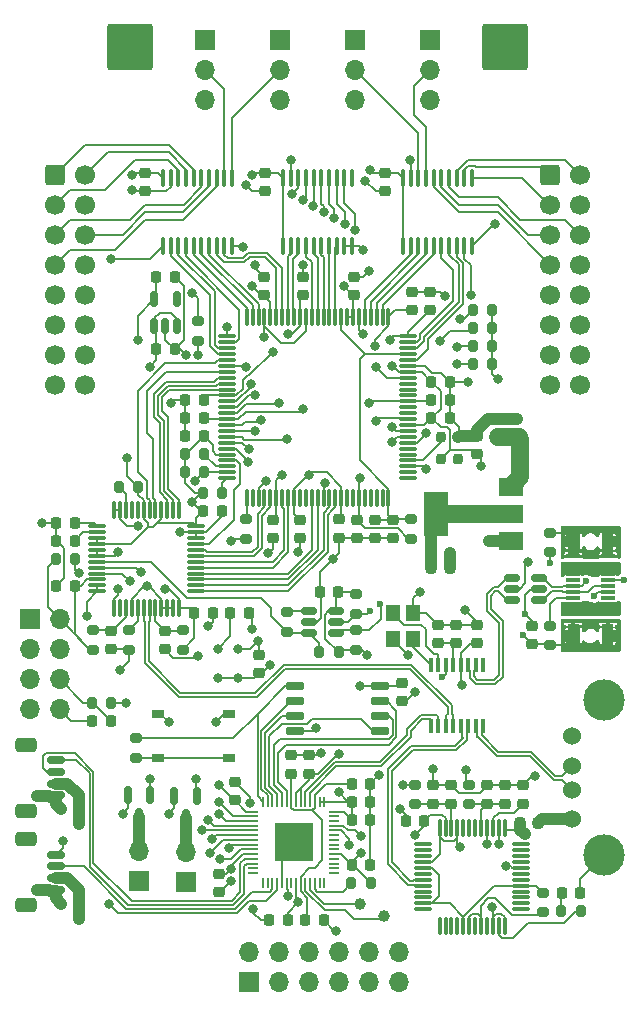
<source format=gbr>
%TF.GenerationSoftware,KiCad,Pcbnew,7.0.10*%
%TF.CreationDate,2024-02-11T20:06:44-06:00*%
%TF.ProjectId,HUB75-FPGA-Card,48554237-352d-4465-9047-412d43617264,rev?*%
%TF.SameCoordinates,Original*%
%TF.FileFunction,Copper,L1,Top*%
%TF.FilePolarity,Positive*%
%FSLAX46Y46*%
G04 Gerber Fmt 4.6, Leading zero omitted, Abs format (unit mm)*
G04 Created by KiCad (PCBNEW 7.0.10) date 2024-02-11 20:06:44*
%MOMM*%
%LPD*%
G01*
G04 APERTURE LIST*
G04 Aperture macros list*
%AMRoundRect*
0 Rectangle with rounded corners*
0 $1 Rounding radius*
0 $2 $3 $4 $5 $6 $7 $8 $9 X,Y pos of 4 corners*
0 Add a 4 corners polygon primitive as box body*
4,1,4,$2,$3,$4,$5,$6,$7,$8,$9,$2,$3,0*
0 Add four circle primitives for the rounded corners*
1,1,$1+$1,$2,$3*
1,1,$1+$1,$4,$5*
1,1,$1+$1,$6,$7*
1,1,$1+$1,$8,$9*
0 Add four rect primitives between the rounded corners*
20,1,$1+$1,$2,$3,$4,$5,0*
20,1,$1+$1,$4,$5,$6,$7,0*
20,1,$1+$1,$6,$7,$8,$9,0*
20,1,$1+$1,$8,$9,$2,$3,0*%
G04 Aperture macros list end*
%TA.AperFunction,SMDPad,CuDef*%
%ADD10RoundRect,0.225000X-0.250000X0.225000X-0.250000X-0.225000X0.250000X-0.225000X0.250000X0.225000X0*%
%TD*%
%TA.AperFunction,SMDPad,CuDef*%
%ADD11RoundRect,0.200000X0.275000X-0.200000X0.275000X0.200000X-0.275000X0.200000X-0.275000X-0.200000X0*%
%TD*%
%TA.AperFunction,SMDPad,CuDef*%
%ADD12C,1.000000*%
%TD*%
%TA.AperFunction,SMDPad,CuDef*%
%ADD13RoundRect,0.200000X-0.200000X-0.275000X0.200000X-0.275000X0.200000X0.275000X-0.200000X0.275000X0*%
%TD*%
%TA.AperFunction,SMDPad,CuDef*%
%ADD14RoundRect,0.150000X-0.150000X0.587500X-0.150000X-0.587500X0.150000X-0.587500X0.150000X0.587500X0*%
%TD*%
%TA.AperFunction,SMDPad,CuDef*%
%ADD15RoundRect,0.200000X-0.275000X0.200000X-0.275000X-0.200000X0.275000X-0.200000X0.275000X0.200000X0*%
%TD*%
%TA.AperFunction,SMDPad,CuDef*%
%ADD16RoundRect,0.225000X0.250000X-0.225000X0.250000X0.225000X-0.250000X0.225000X-0.250000X-0.225000X0*%
%TD*%
%TA.AperFunction,SMDPad,CuDef*%
%ADD17RoundRect,0.150000X-0.512500X-0.150000X0.512500X-0.150000X0.512500X0.150000X-0.512500X0.150000X0*%
%TD*%
%TA.AperFunction,SMDPad,CuDef*%
%ADD18C,0.800000*%
%TD*%
%TA.AperFunction,SMDPad,CuDef*%
%ADD19RoundRect,0.225000X-0.225000X-0.250000X0.225000X-0.250000X0.225000X0.250000X-0.225000X0.250000X0*%
%TD*%
%TA.AperFunction,ComponentPad*%
%ADD20RoundRect,0.250000X-0.600000X-0.600000X0.600000X-0.600000X0.600000X0.600000X-0.600000X0.600000X0*%
%TD*%
%TA.AperFunction,ComponentPad*%
%ADD21C,1.700000*%
%TD*%
%TA.AperFunction,ComponentPad*%
%ADD22R,1.700000X1.700000*%
%TD*%
%TA.AperFunction,ComponentPad*%
%ADD23O,1.700000X1.700000*%
%TD*%
%TA.AperFunction,SMDPad,CuDef*%
%ADD24RoundRect,0.225000X0.225000X0.250000X-0.225000X0.250000X-0.225000X-0.250000X0.225000X-0.250000X0*%
%TD*%
%TA.AperFunction,SMDPad,CuDef*%
%ADD25R,2.000000X1.500000*%
%TD*%
%TA.AperFunction,SMDPad,CuDef*%
%ADD26R,2.000000X3.800000*%
%TD*%
%TA.AperFunction,SMDPad,CuDef*%
%ADD27RoundRect,0.200000X0.200000X0.275000X-0.200000X0.275000X-0.200000X-0.275000X0.200000X-0.275000X0*%
%TD*%
%TA.AperFunction,SMDPad,CuDef*%
%ADD28RoundRect,0.100000X0.100000X-0.637500X0.100000X0.637500X-0.100000X0.637500X-0.100000X-0.637500X0*%
%TD*%
%TA.AperFunction,SMDPad,CuDef*%
%ADD29RoundRect,0.150000X0.625000X-0.150000X0.625000X0.150000X-0.625000X0.150000X-0.625000X-0.150000X0*%
%TD*%
%TA.AperFunction,SMDPad,CuDef*%
%ADD30RoundRect,0.250000X0.650000X-0.350000X0.650000X0.350000X-0.650000X0.350000X-0.650000X-0.350000X0*%
%TD*%
%TA.AperFunction,SMDPad,CuDef*%
%ADD31R,1.000000X0.750000*%
%TD*%
%TA.AperFunction,SMDPad,CuDef*%
%ADD32R,1.200000X1.400000*%
%TD*%
%TA.AperFunction,ComponentPad*%
%ADD33RoundRect,0.250002X-1.699998X-1.699998X1.699998X-1.699998X1.699998X1.699998X-1.699998X1.699998X0*%
%TD*%
%TA.AperFunction,SMDPad,CuDef*%
%ADD34RoundRect,0.050000X-0.387500X-0.050000X0.387500X-0.050000X0.387500X0.050000X-0.387500X0.050000X0*%
%TD*%
%TA.AperFunction,SMDPad,CuDef*%
%ADD35RoundRect,0.050000X-0.050000X-0.387500X0.050000X-0.387500X0.050000X0.387500X-0.050000X0.387500X0*%
%TD*%
%TA.AperFunction,SMDPad,CuDef*%
%ADD36R,3.200000X3.200000*%
%TD*%
%TA.AperFunction,SMDPad,CuDef*%
%ADD37RoundRect,0.218750X0.218750X0.256250X-0.218750X0.256250X-0.218750X-0.256250X0.218750X-0.256250X0*%
%TD*%
%TA.AperFunction,SMDPad,CuDef*%
%ADD38RoundRect,0.075000X-0.662500X-0.075000X0.662500X-0.075000X0.662500X0.075000X-0.662500X0.075000X0*%
%TD*%
%TA.AperFunction,SMDPad,CuDef*%
%ADD39RoundRect,0.075000X-0.075000X-0.662500X0.075000X-0.662500X0.075000X0.662500X-0.075000X0.662500X0*%
%TD*%
%TA.AperFunction,SMDPad,CuDef*%
%ADD40RoundRect,0.150000X-0.650000X-0.150000X0.650000X-0.150000X0.650000X0.150000X-0.650000X0.150000X0*%
%TD*%
%TA.AperFunction,SMDPad,CuDef*%
%ADD41RoundRect,0.200000X0.200000X0.250000X-0.200000X0.250000X-0.200000X-0.250000X0.200000X-0.250000X0*%
%TD*%
%TA.AperFunction,SMDPad,CuDef*%
%ADD42R,1.150000X0.300000*%
%TD*%
%TA.AperFunction,ComponentPad*%
%ADD43O,1.100000X1.600000*%
%TD*%
%TA.AperFunction,SMDPad,CuDef*%
%ADD44RoundRect,0.075000X0.075000X-0.662500X0.075000X0.662500X-0.075000X0.662500X-0.075000X-0.662500X0*%
%TD*%
%TA.AperFunction,SMDPad,CuDef*%
%ADD45RoundRect,0.075000X0.662500X-0.075000X0.662500X0.075000X-0.662500X0.075000X-0.662500X-0.075000X0*%
%TD*%
%TA.AperFunction,ComponentPad*%
%ADD46C,1.524000*%
%TD*%
%TA.AperFunction,ComponentPad*%
%ADD47C,3.500000*%
%TD*%
%TA.AperFunction,SMDPad,CuDef*%
%ADD48R,0.400000X1.200000*%
%TD*%
%TA.AperFunction,SMDPad,CuDef*%
%ADD49RoundRect,0.150000X0.150000X-0.512500X0.150000X0.512500X-0.150000X0.512500X-0.150000X-0.512500X0*%
%TD*%
%TA.AperFunction,ViaPad*%
%ADD50C,0.800000*%
%TD*%
%TA.AperFunction,ViaPad*%
%ADD51C,0.600000*%
%TD*%
%TA.AperFunction,Conductor*%
%ADD52C,0.203200*%
%TD*%
%TA.AperFunction,Conductor*%
%ADD53C,1.500000*%
%TD*%
%TA.AperFunction,Conductor*%
%ADD54C,1.000000*%
%TD*%
%TA.AperFunction,Conductor*%
%ADD55C,0.200000*%
%TD*%
%TA.AperFunction,Conductor*%
%ADD56C,0.210820*%
%TD*%
G04 APERTURE END LIST*
D10*
%TO.P,C30,1*%
%TO.N,Net-(U8-VPHY)*%
X96774000Y-100825000D03*
%TO.P,C30,2*%
%TO.N,GND*%
X96774000Y-102375000D03*
%TD*%
D11*
%TO.P,R22,1*%
%TO.N,Net-(R22-Pad1)*%
X98933000Y-111569000D03*
%TO.P,R22,2*%
%TO.N,Net-(U13-~{CS})*%
X98933000Y-109919000D03*
%TD*%
D12*
%TO.P,TP1,1,1*%
%TO.N,Net-(U14-SWCLK)*%
X119888000Y-124968000D03*
%TD*%
D13*
%TO.P,R16,1*%
%TO.N,Net-(U8-~{RESET})*%
X97473000Y-88646000D03*
%TO.P,R16,2*%
%TO.N,+3V3*%
X99123000Y-88646000D03*
%TD*%
D14*
%TO.P,Q2,1,G*%
%TO.N,/MCU/5VSW_2*%
X104074000Y-114803000D03*
%TO.P,Q2,2,S*%
%TO.N,GND*%
X102174000Y-114803000D03*
%TO.P,Q2,3,D*%
%TO.N,Net-(J14-Pin_2)*%
X103124000Y-116678000D03*
%TD*%
D15*
%TO.P,R12,1*%
%TO.N,+3V3*%
X117531800Y-97764200D03*
%TO.P,R12,2*%
%TO.N,Net-(U7-CS)*%
X117531800Y-99414200D03*
%TD*%
D16*
%TO.P,C21,1*%
%TO.N,+1V2*%
X113030000Y-72403000D03*
%TO.P,C21,2*%
%TO.N,GND*%
X113030000Y-70853000D03*
%TD*%
D11*
%TO.P,R13,1*%
%TO.N,+3V3*%
X117531800Y-102462200D03*
%TO.P,R13,2*%
%TO.N,Net-(U7-CLK)*%
X117531800Y-100812200D03*
%TD*%
D10*
%TO.P,C8,1*%
%TO.N,Net-(U3A-VCCA_BR)*%
X120650000Y-91427000D03*
%TO.P,C8,2*%
%TO.N,GND*%
X120650000Y-92977000D03*
%TD*%
D17*
%TO.P,U7,1,DO*%
%TO.N,Net-(U7-DO)*%
X113600300Y-99163200D03*
%TO.P,U7,2,GND*%
%TO.N,GND*%
X113600300Y-100113200D03*
%TO.P,U7,3,DI*%
%TO.N,Net-(U7-DI)*%
X113600300Y-101063200D03*
%TO.P,U7,4,CLK*%
%TO.N,Net-(U7-CLK)*%
X115875300Y-101063200D03*
%TO.P,U7,5,CS*%
%TO.N,Net-(U7-CS)*%
X115875300Y-100113200D03*
%TO.P,U7,6,VCC*%
%TO.N,+3V3*%
X115875300Y-99163200D03*
%TD*%
D10*
%TO.P,C45,1*%
%TO.N,+5V*%
X132461000Y-100444000D03*
%TO.P,C45,2*%
%TO.N,GND*%
X132461000Y-101994000D03*
%TD*%
D18*
%TO.P,U10,1,VDD*%
%TO.N,Net-(U10-VDD)*%
X107530000Y-102402000D03*
%TO.P,U10,2,GND*%
%TO.N,GND*%
X107530000Y-104862000D03*
%TO.P,U10,3,GND*%
X105830000Y-104862000D03*
%TO.P,U10,4,OUT*%
%TO.N,Net-(U10-OUT)*%
X105830000Y-102402000D03*
%TD*%
D19*
%TO.P,C57,1*%
%TO.N,+3V3*%
X117208000Y-120650000D03*
%TO.P,C57,2*%
%TO.N,GND*%
X118758000Y-120650000D03*
%TD*%
D20*
%TO.P,J3,1,Pin_1*%
%TO.N,/Level Shifters/B3_out*%
X133985000Y-62230000D03*
D21*
%TO.P,J3,2,Pin_2*%
%TO.N,/Level Shifters/G3_out*%
X136525000Y-62230000D03*
%TO.P,J3,3,Pin_3*%
%TO.N,/Level Shifters/R3_out*%
X133985000Y-64770000D03*
%TO.P,J3,4,Pin_4*%
%TO.N,GND*%
X136525000Y-64770000D03*
%TO.P,J3,5,Pin_5*%
%TO.N,/Level Shifters/B4_out*%
X133985000Y-67310000D03*
%TO.P,J3,6,Pin_6*%
%TO.N,/Level Shifters/G4_out*%
X136525000Y-67310000D03*
%TO.P,J3,7,Pin_7*%
%TO.N,/Level Shifters/R4_out*%
X133985000Y-69850000D03*
%TO.P,J3,8,Pin_8*%
%TO.N,GND*%
X136525000Y-69850000D03*
%TO.P,J3,9,Pin_9*%
%TO.N,/Level Shifters/A_RCLK_out*%
X133985000Y-72390000D03*
%TO.P,J3,10,Pin_10*%
%TO.N,/Level Shifters/B_out*%
X136525000Y-72390000D03*
%TO.P,J3,11,Pin_11*%
%TO.N,/Level Shifters/C_RDAT_out*%
X133985000Y-74930000D03*
%TO.P,J3,12,Pin_12*%
%TO.N,/Level Shifters/D_out*%
X136525000Y-74930000D03*
%TO.P,J3,13,Pin_13*%
%TO.N,/Level Shifters/CLK_out*%
X133985000Y-77470000D03*
%TO.P,J3,14,Pin_14*%
%TO.N,/Level Shifters/LAT_out*%
X136525000Y-77470000D03*
%TO.P,J3,15,Pin_15*%
%TO.N,/Level Shifters/BLNK_out*%
X133985000Y-80010000D03*
%TO.P,J3,16,Pin_16*%
%TO.N,GND*%
X136525000Y-80010000D03*
%TD*%
D22*
%TO.P,J6,1,Pin_1*%
%TO.N,+5V*%
X104775000Y-50800000D03*
D23*
%TO.P,J6,2,Pin_2*%
%TO.N,/Level Shifters/LED1_out*%
X104775000Y-53340000D03*
%TO.P,J6,3,Pin_3*%
%TO.N,GND*%
X104775000Y-55880000D03*
%TD*%
D19*
%TO.P,C2,1*%
%TO.N,+3V3*%
X100637000Y-76962000D03*
%TO.P,C2,2*%
%TO.N,GND*%
X102187000Y-76962000D03*
%TD*%
%TO.P,C14,1*%
%TO.N,+1V2*%
X123939000Y-81280000D03*
%TO.P,C14,2*%
%TO.N,GND*%
X125489000Y-81280000D03*
%TD*%
D10*
%TO.P,C12,1*%
%TO.N,+1V2*%
X110490000Y-91427000D03*
%TO.P,C12,2*%
%TO.N,GND*%
X110490000Y-92977000D03*
%TD*%
D22*
%TO.P,J9,1,Pin_1*%
%TO.N,+5V*%
X123825000Y-50800000D03*
D23*
%TO.P,J9,2,Pin_2*%
%TO.N,/Level Shifters/LED4_out*%
X123825000Y-53340000D03*
%TO.P,J9,3,Pin_3*%
%TO.N,GND*%
X123825000Y-55880000D03*
%TD*%
D11*
%TO.P,R18,1*%
%TO.N,/USB Audio/3.3VCM*%
X133350000Y-124650000D03*
%TO.P,R18,2*%
%TO.N,Net-(U9-MUTEP)*%
X133350000Y-123000000D03*
%TD*%
D16*
%TO.P,C16,1*%
%TO.N,+3V3*%
X122301000Y-73673000D03*
%TO.P,C16,2*%
%TO.N,GND*%
X122301000Y-72123000D03*
%TD*%
D19*
%TO.P,C53,1*%
%TO.N,+1V1*%
X117208000Y-113792000D03*
%TO.P,C53,2*%
%TO.N,GND*%
X118758000Y-113792000D03*
%TD*%
D16*
%TO.P,C15,1*%
%TO.N,+1V2*%
X123825000Y-73673000D03*
%TO.P,C15,2*%
%TO.N,GND*%
X123825000Y-72123000D03*
%TD*%
D15*
%TO.P,FB5,1*%
%TO.N,+5V*%
X127139000Y-113884500D03*
%TO.P,FB5,2*%
%TO.N,Net-(C36-Pad1)*%
X127139000Y-115534500D03*
%TD*%
D24*
%TO.P,C49,1*%
%TO.N,+5V*%
X132982000Y-117094000D03*
%TO.P,C49,2*%
%TO.N,GND*%
X131432000Y-117094000D03*
%TD*%
D25*
%TO.P,U1,1,GND*%
%TO.N,GND*%
X130658000Y-93232000D03*
%TO.P,U1,2,VO*%
%TO.N,+3V3*%
X130658000Y-90932000D03*
D26*
X124358000Y-90932000D03*
D25*
%TO.P,U1,3,VI*%
%TO.N,+5V*%
X130658000Y-88632000D03*
%TD*%
D27*
%TO.P,R19,1*%
%TO.N,Net-(U9-LEDO)*%
X136588000Y-124587000D03*
%TO.P,R19,2*%
%TO.N,Net-(D1-A)*%
X134938000Y-124587000D03*
%TD*%
%TO.P,R9,1*%
%TO.N,+3V3*%
X129095000Y-75184000D03*
%TO.P,R9,2*%
%TO.N,Net-(U3C-GPIOR_150_CBUS1)*%
X127445000Y-75184000D03*
%TD*%
D19*
%TO.P,C56,1*%
%TO.N,+3V3*%
X117208000Y-116840000D03*
%TO.P,C56,2*%
%TO.N,GND*%
X118758000Y-116840000D03*
%TD*%
%TO.P,C33,1*%
%TO.N,+3V3*%
X104635000Y-90678000D03*
%TO.P,C33,2*%
%TO.N,GND*%
X106185000Y-90678000D03*
%TD*%
D28*
%TO.P,U5,1,A->B*%
%TO.N,+5V*%
X111375000Y-68267500D03*
%TO.P,U5,2,A0*%
%TO.N,/FPGA/A_ROW_CLK*%
X112025000Y-68267500D03*
%TO.P,U5,3,A1*%
%TO.N,/FPGA/B*%
X112675000Y-68267500D03*
%TO.P,U5,4,A2*%
%TO.N,/FPGA/C_ROW_DATA*%
X113325000Y-68267500D03*
%TO.P,U5,5,A3*%
%TO.N,/FPGA/D*%
X113975000Y-68267500D03*
%TO.P,U5,6,A4*%
%TO.N,/FPGA/CLKOUT*%
X114625000Y-68267500D03*
%TO.P,U5,7,A5*%
%TO.N,/FPGA/LAT*%
X115275000Y-68267500D03*
%TO.P,U5,8,A6*%
%TO.N,/FPGA/BLANK*%
X115925000Y-68267500D03*
%TO.P,U5,9,A7*%
%TO.N,GND*%
X116575000Y-68267500D03*
%TO.P,U5,10,GND*%
X117225000Y-68267500D03*
%TO.P,U5,11,B7*%
%TO.N,unconnected-(U5-B7-Pad11)*%
X117225000Y-62542500D03*
%TO.P,U5,12,B6*%
%TO.N,/Level Shifters/BLNK_out*%
X116575000Y-62542500D03*
%TO.P,U5,13,B5*%
%TO.N,/Level Shifters/LAT_out*%
X115925000Y-62542500D03*
%TO.P,U5,14,B4*%
%TO.N,/Level Shifters/CLK_out*%
X115275000Y-62542500D03*
%TO.P,U5,15,B3*%
%TO.N,/Level Shifters/D_out*%
X114625000Y-62542500D03*
%TO.P,U5,16,B2*%
%TO.N,/Level Shifters/C_RDAT_out*%
X113975000Y-62542500D03*
%TO.P,U5,17,B1*%
%TO.N,/Level Shifters/B_out*%
X113325000Y-62542500D03*
%TO.P,U5,18,B0*%
%TO.N,/Level Shifters/A_RCLK_out*%
X112675000Y-62542500D03*
%TO.P,U5,19,CE*%
%TO.N,GND*%
X112025000Y-62542500D03*
%TO.P,U5,20,VCC*%
%TO.N,+5V*%
X111375000Y-62542500D03*
%TD*%
D24*
%TO.P,C42,1*%
%TO.N,Net-(U9-MICIN)*%
X108471000Y-99314000D03*
%TO.P,C42,2*%
%TO.N,Net-(U10-OUT)*%
X106921000Y-99314000D03*
%TD*%
D16*
%TO.P,C10,1*%
%TO.N,+3V3*%
X109728000Y-72403000D03*
%TO.P,C10,2*%
%TO.N,GND*%
X109728000Y-70853000D03*
%TD*%
D19*
%TO.P,C22,1*%
%TO.N,+3V3*%
X123939000Y-82804000D03*
%TO.P,C22,2*%
%TO.N,GND*%
X125489000Y-82804000D03*
%TD*%
D24*
%TO.P,C7,1*%
%TO.N,+3V3*%
X104661000Y-81280000D03*
%TO.P,C7,2*%
%TO.N,GND*%
X103111000Y-81280000D03*
%TD*%
D16*
%TO.P,C39,1*%
%TO.N,Net-(C36-Pad1)*%
X130187000Y-115484500D03*
%TO.P,C39,2*%
%TO.N,GND*%
X130187000Y-113934500D03*
%TD*%
%TO.P,C54,1*%
%TO.N,+3V3*%
X113538000Y-112929000D03*
%TO.P,C54,2*%
%TO.N,GND*%
X113538000Y-111379000D03*
%TD*%
D29*
%TO.P,J17,1,Pin_1*%
%TO.N,GND*%
X92130000Y-122785000D03*
%TO.P,J17,2,Pin_2*%
%TO.N,+3V3*%
X92130000Y-121785000D03*
%TO.P,J17,3,Pin_3*%
%TO.N,/MCU/SDA1*%
X92130000Y-120785000D03*
%TO.P,J17,4,Pin_4*%
%TO.N,/MCU/SCL1*%
X92130000Y-119785000D03*
D30*
%TO.P,J17,MP*%
%TO.N,N/C*%
X89605000Y-124085000D03*
X89605000Y-118485000D03*
%TD*%
D27*
%TO.P,R1,1*%
%TO.N,+3V3*%
X96837000Y-106934000D03*
%TO.P,R1,2*%
%TO.N,/FPGA/CRESET_N*%
X95187000Y-106934000D03*
%TD*%
D11*
%TO.P,R21,1*%
%TO.N,Net-(J10-CC2)*%
X133989500Y-94170000D03*
%TO.P,R21,2*%
%TO.N,GND*%
X133989500Y-92520000D03*
%TD*%
D31*
%TO.P,SW1,1,1*%
%TO.N,GND*%
X100759000Y-107853000D03*
X106759000Y-107853000D03*
%TO.P,SW1,2,2*%
%TO.N,Net-(R22-Pad1)*%
X100759000Y-111603000D03*
X106759000Y-111603000D03*
%TD*%
D12*
%TO.P,TP2,1,1*%
%TO.N,Net-(U14-SWD)*%
X117856000Y-123952000D03*
%TD*%
D27*
%TO.P,R8,1*%
%TO.N,+3V3*%
X129095000Y-73660000D03*
%TO.P,R8,2*%
%TO.N,Net-(U3C-GPIOR_149_CBUS2)*%
X127445000Y-73660000D03*
%TD*%
D29*
%TO.P,J16,1,Pin_1*%
%TO.N,GND*%
X92130000Y-114784000D03*
%TO.P,J16,2,Pin_2*%
%TO.N,+3V3*%
X92130000Y-113784000D03*
%TO.P,J16,3,Pin_3*%
%TO.N,/MCU/SDA0*%
X92130000Y-112784000D03*
%TO.P,J16,4,Pin_4*%
%TO.N,/MCU/SCL0*%
X92130000Y-111784000D03*
D30*
%TO.P,J16,MP*%
%TO.N,N/C*%
X89605000Y-116084000D03*
X89605000Y-110484000D03*
%TD*%
D32*
%TO.P,Y1,1,1*%
%TO.N,Net-(U12-XI)*%
X122389000Y-101514000D03*
%TO.P,Y1,2,2*%
%TO.N,GND*%
X122389000Y-99314000D03*
%TO.P,Y1,3,3*%
%TO.N,Net-(U12-XO)*%
X120689000Y-99314000D03*
%TO.P,Y1,4,4*%
%TO.N,GND*%
X120689000Y-101514000D03*
%TD*%
D13*
%TO.P,R6,1*%
%TO.N,+3V3*%
X92139000Y-94742000D03*
%TO.P,R6,2*%
%TO.N,Net-(U3B-GPIOL_08_CDI0)*%
X93789000Y-94742000D03*
%TD*%
D33*
%TO.P,J4,1,Pin_1*%
%TO.N,+5V*%
X98425000Y-51435000D03*
%TD*%
D13*
%TO.P,R5,1*%
%TO.N,+3V3*%
X103061000Y-85852000D03*
%TO.P,R5,2*%
%TO.N,Net-(U3B-GPIOL_04_CSI)*%
X104711000Y-85852000D03*
%TD*%
D19*
%TO.P,C19,1*%
%TO.N,+3V3*%
X123939000Y-79756000D03*
%TO.P,C19,2*%
%TO.N,GND*%
X125489000Y-79756000D03*
%TD*%
D16*
%TO.P,C18,1*%
%TO.N,+1V2*%
X117348000Y-72403000D03*
%TO.P,C18,2*%
%TO.N,GND*%
X117348000Y-70853000D03*
%TD*%
D10*
%TO.P,C41,1*%
%TO.N,Net-(U10-VDD)*%
X109347000Y-102857000D03*
%TO.P,C41,2*%
%TO.N,GND*%
X109347000Y-104407000D03*
%TD*%
D28*
%TO.P,U6,1,A->B*%
%TO.N,+5V*%
X121535000Y-68267500D03*
%TO.P,U6,2,A0*%
%TO.N,/FPGA/STRIP3*%
X122185000Y-68267500D03*
%TO.P,U6,3,A1*%
%TO.N,/FPGA/STRIP4*%
X122835000Y-68267500D03*
%TO.P,U6,4,A2*%
%TO.N,/FPGA/R4*%
X123485000Y-68267500D03*
%TO.P,U6,5,A3*%
%TO.N,/FPGA/B4*%
X124135000Y-68267500D03*
%TO.P,U6,6,A4*%
%TO.N,/FPGA/G4*%
X124785000Y-68267500D03*
%TO.P,U6,7,A5*%
%TO.N,/FPGA/G3*%
X125435000Y-68267500D03*
%TO.P,U6,8,A6*%
%TO.N,/FPGA/B3*%
X126085000Y-68267500D03*
%TO.P,U6,9,A7*%
%TO.N,/FPGA/R3*%
X126735000Y-68267500D03*
%TO.P,U6,10,GND*%
%TO.N,GND*%
X127385000Y-68267500D03*
%TO.P,U6,11,B7*%
%TO.N,/Level Shifters/R3_out*%
X127385000Y-62542500D03*
%TO.P,U6,12,B6*%
%TO.N,/Level Shifters/B3_out*%
X126735000Y-62542500D03*
%TO.P,U6,13,B5*%
%TO.N,/Level Shifters/G3_out*%
X126085000Y-62542500D03*
%TO.P,U6,14,B4*%
%TO.N,/Level Shifters/G4_out*%
X125435000Y-62542500D03*
%TO.P,U6,15,B3*%
%TO.N,/Level Shifters/B4_out*%
X124785000Y-62542500D03*
%TO.P,U6,16,B2*%
%TO.N,/Level Shifters/R4_out*%
X124135000Y-62542500D03*
%TO.P,U6,17,B1*%
%TO.N,/Level Shifters/LED4_out*%
X123485000Y-62542500D03*
%TO.P,U6,18,B0*%
%TO.N,/Level Shifters/LED3_out*%
X122835000Y-62542500D03*
%TO.P,U6,19,CE*%
%TO.N,GND*%
X122185000Y-62542500D03*
%TO.P,U6,20,VCC*%
%TO.N,+5V*%
X121535000Y-62542500D03*
%TD*%
D19*
%TO.P,C5,1*%
%TO.N,+1V2*%
X100637000Y-70866000D03*
%TO.P,C5,2*%
%TO.N,GND*%
X102187000Y-70866000D03*
%TD*%
D22*
%TO.P,J13,1,Pin_1*%
%TO.N,+5V*%
X99187000Y-122052000D03*
D23*
%TO.P,J13,2,Pin_2*%
%TO.N,Net-(J13-Pin_2)*%
X99187000Y-119512000D03*
%TD*%
D13*
%TO.P,R3,1*%
%TO.N,+3V3*%
X103061000Y-87376000D03*
%TO.P,R3,2*%
%TO.N,/FPGA/SS*%
X104711000Y-87376000D03*
%TD*%
D24*
%TO.P,C29,1*%
%TO.N,Net-(U8-VCCA)*%
X93739000Y-91694000D03*
%TO.P,C29,2*%
%TO.N,GND*%
X92189000Y-91694000D03*
%TD*%
D10*
%TO.P,C17,1*%
%TO.N,+3V3*%
X112776000Y-91427000D03*
%TO.P,C17,2*%
%TO.N,GND*%
X112776000Y-92977000D03*
%TD*%
D34*
%TO.P,U14,1,IOVDD*%
%TO.N,+3V3*%
X108830500Y-116145000D03*
%TO.P,U14,2,GPIO0*%
%TO.N,/MCU/GPIO0*%
X108830500Y-116545000D03*
%TO.P,U14,3,GPIO1*%
%TO.N,/MCU/GPIO1*%
X108830500Y-116945000D03*
%TO.P,U14,4,GPIO2*%
%TO.N,/MCU/GPIO2*%
X108830500Y-117345000D03*
%TO.P,U14,5,GPIO3*%
%TO.N,/MCU/GPIO3*%
X108830500Y-117745000D03*
%TO.P,U14,6,GPIO4*%
%TO.N,/MCU/GPIO4*%
X108830500Y-118145000D03*
%TO.P,U14,7,GPIO5*%
%TO.N,/MCU/GPIO5*%
X108830500Y-118545000D03*
%TO.P,U14,8,GPIO6*%
%TO.N,/MCU/5VSW_1*%
X108830500Y-118945000D03*
%TO.P,U14,9,GPIO7*%
%TO.N,/MCU/5VSW_2*%
X108830500Y-119345000D03*
%TO.P,U14,10,IOVDD*%
%TO.N,+3V3*%
X108830500Y-119745000D03*
%TO.P,U14,11,GPIO8*%
%TO.N,/MCU/SDA0*%
X108830500Y-120145000D03*
%TO.P,U14,12,GPIO9*%
%TO.N,/MCU/SCL0*%
X108830500Y-120545000D03*
%TO.P,U14,13,GPIO10*%
%TO.N,unconnected-(U14-GPIO10-Pad13)*%
X108830500Y-120945000D03*
%TO.P,U14,14,GPIO11*%
%TO.N,unconnected-(U14-GPIO11-Pad14)*%
X108830500Y-121345000D03*
D35*
%TO.P,U14,15,GPIO12*%
%TO.N,unconnected-(U14-GPIO12-Pad15)*%
X109668000Y-122182500D03*
%TO.P,U14,16,GPIO13*%
%TO.N,unconnected-(U14-GPIO13-Pad16)*%
X110068000Y-122182500D03*
%TO.P,U14,17,GPIO14*%
%TO.N,/MCU/SDA1*%
X110468000Y-122182500D03*
%TO.P,U14,18,GPIO15*%
%TO.N,/MCU/SCL1*%
X110868000Y-122182500D03*
%TO.P,U14,19,TESTEN*%
%TO.N,GND*%
X111268000Y-122182500D03*
%TO.P,U14,20,XIN*%
%TO.N,/FPGA/CLK_12MHZ*%
X111668000Y-122182500D03*
%TO.P,U14,21,XOUT*%
%TO.N,unconnected-(U14-XOUT-Pad21)*%
X112068000Y-122182500D03*
%TO.P,U14,22,IOVDD*%
%TO.N,+3V3*%
X112468000Y-122182500D03*
%TO.P,U14,23,DVDD*%
%TO.N,+1V1*%
X112868000Y-122182500D03*
%TO.P,U14,24,SWCLK*%
%TO.N,Net-(U14-SWCLK)*%
X113268000Y-122182500D03*
%TO.P,U14,25,SWD*%
%TO.N,Net-(U14-SWD)*%
X113668000Y-122182500D03*
%TO.P,U14,26,RUN*%
%TO.N,Net-(U14-RUN)*%
X114068000Y-122182500D03*
%TO.P,U14,27,GPIO16*%
%TO.N,unconnected-(U14-GPIO16-Pad27)*%
X114468000Y-122182500D03*
%TO.P,U14,28,GPIO17*%
%TO.N,unconnected-(U14-GPIO17-Pad28)*%
X114868000Y-122182500D03*
D34*
%TO.P,U14,29,GPIO18*%
%TO.N,unconnected-(U14-GPIO18-Pad29)*%
X115705500Y-121345000D03*
%TO.P,U14,30,GPIO19*%
%TO.N,unconnected-(U14-GPIO19-Pad30)*%
X115705500Y-120945000D03*
%TO.P,U14,31,GPIO20*%
%TO.N,unconnected-(U14-GPIO20-Pad31)*%
X115705500Y-120545000D03*
%TO.P,U14,32,GPIO21*%
%TO.N,unconnected-(U14-GPIO21-Pad32)*%
X115705500Y-120145000D03*
%TO.P,U14,33,IOVDD*%
%TO.N,+3V3*%
X115705500Y-119745000D03*
%TO.P,U14,34,GPIO22*%
%TO.N,unconnected-(U14-GPIO22-Pad34)*%
X115705500Y-119345000D03*
%TO.P,U14,35,GPIO23*%
%TO.N,unconnected-(U14-GPIO23-Pad35)*%
X115705500Y-118945000D03*
%TO.P,U14,36,GPIO24*%
%TO.N,unconnected-(U14-GPIO24-Pad36)*%
X115705500Y-118545000D03*
%TO.P,U14,37,GPIO25*%
%TO.N,unconnected-(U14-GPIO25-Pad37)*%
X115705500Y-118145000D03*
%TO.P,U14,38,GPIO26_ADC0*%
%TO.N,/MCU/GPIO26*%
X115705500Y-117745000D03*
%TO.P,U14,39,GPIO27_ADC1*%
%TO.N,/MCU/GPIO27*%
X115705500Y-117345000D03*
%TO.P,U14,40,GPIO28_ADC2*%
%TO.N,unconnected-(U14-GPIO28_ADC2-Pad40)*%
X115705500Y-116945000D03*
%TO.P,U14,41,GPIO29_ADC3*%
%TO.N,unconnected-(U14-GPIO29_ADC3-Pad41)*%
X115705500Y-116545000D03*
%TO.P,U14,42,IOVDD*%
%TO.N,+3V3*%
X115705500Y-116145000D03*
D35*
%TO.P,U14,43,ADC_AVDD*%
X114868000Y-115307500D03*
%TO.P,U14,44,VREG_IN*%
X114468000Y-115307500D03*
%TO.P,U14,45,VREG_VOUT*%
%TO.N,+1V1*%
X114068000Y-115307500D03*
%TO.P,U14,46,USB_DM*%
%TO.N,/MCU/USB_D-*%
X113668000Y-115307500D03*
%TO.P,U14,47,USB_DP*%
%TO.N,/MCU/USB_D+*%
X113268000Y-115307500D03*
%TO.P,U14,48,USB_VDD*%
%TO.N,+3V3*%
X112868000Y-115307500D03*
%TO.P,U14,49,IOVDD*%
X112468000Y-115307500D03*
%TO.P,U14,50,DVDD*%
%TO.N,+1V1*%
X112068000Y-115307500D03*
%TO.P,U14,51,QSPI_SD3*%
%TO.N,Net-(U13-IO3)*%
X111668000Y-115307500D03*
%TO.P,U14,52,QSPI_SCLK*%
%TO.N,Net-(U13-CLK)*%
X111268000Y-115307500D03*
%TO.P,U14,53,QSPI_SD0*%
%TO.N,Net-(U13-DI(IO0))*%
X110868000Y-115307500D03*
%TO.P,U14,54,QSPI_SD2*%
%TO.N,Net-(U13-IO2)*%
X110468000Y-115307500D03*
%TO.P,U14,55,QSPI_SD1*%
%TO.N,Net-(U13-DO(IO1))*%
X110068000Y-115307500D03*
%TO.P,U14,56,QSPI_SS*%
%TO.N,Net-(U13-~{CS})*%
X109668000Y-115307500D03*
D36*
%TO.P,U14,57,GND*%
%TO.N,GND*%
X112268000Y-118745000D03*
%TD*%
D13*
%TO.P,R2,1*%
%TO.N,+3V3*%
X104585000Y-89154000D03*
%TO.P,R2,2*%
%TO.N,Net-(U3B-CDONE)*%
X106235000Y-89154000D03*
%TD*%
D16*
%TO.P,C23,1*%
%TO.N,+3V3*%
X127762000Y-85865000D03*
%TO.P,C23,2*%
%TO.N,GND*%
X127762000Y-84315000D03*
%TD*%
D37*
%TO.P,D1,1,K*%
%TO.N,GND*%
X136550500Y-123063000D03*
%TO.P,D1,2,A*%
%TO.N,Net-(D1-A)*%
X134975500Y-123063000D03*
%TD*%
D16*
%TO.P,C40,1*%
%TO.N,Net-(U9-VREF)*%
X131711000Y-115484500D03*
%TO.P,C40,2*%
%TO.N,GND*%
X131711000Y-113934500D03*
%TD*%
D33*
%TO.P,J5,1,Pin_1*%
%TO.N,GND*%
X130175000Y-51435000D03*
%TD*%
D38*
%TO.P,U3,1,GND*%
%TO.N,GND*%
X106637500Y-75915000D03*
%TO.P,U3,2,GPIOL_41_CDI9*%
%TO.N,/FPGA/B1*%
X106637500Y-76415000D03*
%TO.P,U3,3,GPIOL_40_CDI8*%
%TO.N,/FPGA/G1*%
X106637500Y-76915000D03*
%TO.P,U3,4,GPIOL_32_CTRL4_CDI7*%
%TO.N,/FPGA/R1*%
X106637500Y-77415000D03*
%TO.P,U3,5,GPIOL_31_CLK7_CDI6*%
%TO.N,/FPGA/~{OE}*%
X106637500Y-77915000D03*
%TO.P,U3,6,SPI_CS_N*%
%TO.N,/FPGA/SS*%
X106637500Y-78415000D03*
%TO.P,U3,7,GPIOL_24_CLK0*%
%TO.N,/FPGA/CLK_60MHZ*%
X106637500Y-78915000D03*
%TO.P,U3,8,GPIOL_12_CDI2*%
%TO.N,/FPGA/~{WR}*%
X106637500Y-79415000D03*
%TO.P,U3,9,GPIOL_21_CTRL1_CDI5*%
%TO.N,/FPGA/~{RD}*%
X106637500Y-79915000D03*
%TO.P,U3,10,GPIOL_20_CTRL0_CDI4*%
%TO.N,/FPGA/~{TXE}*%
X106637500Y-80415000D03*
%TO.P,U3,11,VCCIO1A_1B_1C*%
%TO.N,+3V3*%
X106637500Y-80915000D03*
%TO.P,U3,12,TDO*%
%TO.N,/FPGA/TDO*%
X106637500Y-81415000D03*
%TO.P,U3,13,TCK*%
%TO.N,/FPGA/TCK*%
X106637500Y-81915000D03*
%TO.P,U3,14,GPIOL_13_CDI3*%
%TO.N,/FPGA/CLK_12MHZ*%
X106637500Y-82415000D03*
%TO.P,U3,15,VCC*%
%TO.N,+1V2*%
X106637500Y-82915000D03*
%TO.P,U3,16,TMS*%
%TO.N,/FPGA/TMS*%
X106637500Y-83415000D03*
%TO.P,U3,17,TDI*%
%TO.N,/FPGA/TDI*%
X106637500Y-83915000D03*
%TO.P,U3,18,GPIOL_09_CDI1*%
%TO.N,Net-(U3B-GPIOL_09_CDI1)*%
X106637500Y-84415000D03*
%TO.P,U3,19,GPIOL_08_CDI0*%
%TO.N,Net-(U3B-GPIOL_08_CDI0)*%
X106637500Y-84915000D03*
%TO.P,U3,20,CRESET_N*%
%TO.N,/FPGA/CRESET_N*%
X106637500Y-85415000D03*
%TO.P,U3,21,VCCIO1A_1B_1C*%
%TO.N,+3V3*%
X106637500Y-85915000D03*
%TO.P,U3,22,GPIOL_05_CSO*%
%TO.N,/FPGA/~{RXF}*%
X106637500Y-86415000D03*
%TO.P,U3,23,GPIOL_04_CSI*%
%TO.N,Net-(U3B-GPIOL_04_CSI)*%
X106637500Y-86915000D03*
%TO.P,U3,24,GPIOL_00_SS_N*%
%TO.N,/FPGA/SS*%
X106637500Y-87415000D03*
%TO.P,U3,25,CDONE*%
%TO.N,Net-(U3B-CDONE)*%
X106637500Y-87915000D03*
D39*
%TO.P,U3,26,GPIOL_01_CCK*%
%TO.N,Net-(U3B-GPIOL_01_CCK)*%
X108300000Y-89577500D03*
%TO.P,U3,27,REF_RES*%
%TO.N,unconnected-(U3D-REF_RES-Pad27)*%
X108800000Y-89577500D03*
%TO.P,U3,28,GND*%
%TO.N,GND*%
X109300000Y-89577500D03*
%TO.P,U3,29,GPIOB_TXP01*%
%TO.N,/FPGA/D7*%
X109800000Y-89577500D03*
%TO.P,U3,30,GPIOB_TXN01*%
%TO.N,/FPGA/D6*%
X110300000Y-89577500D03*
%TO.P,U3,31,VCC*%
%TO.N,+1V2*%
X110800000Y-89577500D03*
%TO.P,U3,32,GPIOB_TXP04*%
%TO.N,/FPGA/D5*%
X111300000Y-89577500D03*
%TO.P,U3,33,GPIOB_TXN04*%
%TO.N,/FPGA/D4*%
X111800000Y-89577500D03*
%TO.P,U3,34,VCCIO4B*%
%TO.N,+3V3*%
X112300000Y-89577500D03*
%TO.P,U3,35,GPIOB_TXP07*%
%TO.N,unconnected-(U3D-GPIOB_TXP07-Pad35)*%
X112800000Y-89577500D03*
%TO.P,U3,36,GPIOB_TXN07*%
%TO.N,unconnected-(U3D-GPIOB_TXN07-Pad36)*%
X113300000Y-89577500D03*
%TO.P,U3,37,GPIOB_TXP10*%
%TO.N,/FPGA/D3*%
X113800000Y-89577500D03*
%TO.P,U3,38,GPIOB_TXN10*%
%TO.N,/FPGA/D2*%
X114300000Y-89577500D03*
%TO.P,U3,39,GND*%
%TO.N,GND*%
X114800000Y-89577500D03*
%TO.P,U3,40,GPIOB_RXP00*%
%TO.N,/FPGA/D1*%
X115300000Y-89577500D03*
%TO.P,U3,41,GPIOB_RXN00*%
%TO.N,/FPGA/D0*%
X115800000Y-89577500D03*
%TO.P,U3,42,VCCIO4A*%
%TO.N,+3V3*%
X116300000Y-89577500D03*
%TO.P,U3,43,GPIOB_RXN03*%
%TO.N,unconnected-(U3D-GPIOB_RXN03-Pad43)*%
X116800000Y-89577500D03*
%TO.P,U3,44,GPIOB_RXP03*%
%TO.N,unconnected-(U3D-GPIOB_RXP03-Pad44)*%
X117300000Y-89577500D03*
%TO.P,U3,45,VCC*%
%TO.N,+1V2*%
X117800000Y-89577500D03*
%TO.P,U3,46,GPIOB_RXP06*%
%TO.N,unconnected-(U3D-GPIOB_RXP06-Pad46)*%
X118300000Y-89577500D03*
%TO.P,U3,47,GPIOB_RXN06*%
%TO.N,unconnected-(U3D-GPIOB_RXN06-Pad47)*%
X118800000Y-89577500D03*
%TO.P,U3,48,GPIOB_RXN09*%
%TO.N,unconnected-(U3D-GPIOB_RXN09-Pad48)*%
X119300000Y-89577500D03*
%TO.P,U3,49,GPIOB_RXP09*%
%TO.N,unconnected-(U3D-GPIOB_RXP09-Pad49)*%
X119800000Y-89577500D03*
%TO.P,U3,50,VCCA_BR*%
%TO.N,Net-(U3A-VCCA_BR)*%
X120300000Y-89577500D03*
D38*
%TO.P,U3,51,GPIOB_CLKP0*%
%TO.N,unconnected-(U3D-GPIOB_CLKP0-Pad51)*%
X121962500Y-87915000D03*
%TO.P,U3,52,GPIOB_CLKN0*%
%TO.N,unconnected-(U3D-GPIOB_CLKN0-Pad52)*%
X121962500Y-87415000D03*
%TO.P,U3,53,GPIOR_158_TEST_N*%
%TO.N,Net-(U3C-GPIOR_158_TEST_N)*%
X121962500Y-86915000D03*
%TO.P,U3,54,GPIOR_157_PLLIN*%
%TO.N,Net-(U3C-GPIOR_157_PLLIN)*%
X121962500Y-86415000D03*
%TO.P,U3,55,GPIOR_155*%
%TO.N,unconnected-(U3C-GPIOR_155-Pad55)*%
X121962500Y-85915000D03*
%TO.P,U3,56,GPIOR_154*%
%TO.N,unconnected-(U3C-GPIOR_154-Pad56)*%
X121962500Y-85415000D03*
%TO.P,U3,57,GPIOR_151_CBUS0*%
%TO.N,Net-(U3C-GPIOR_151_CBUS0)*%
X121962500Y-84915000D03*
%TO.P,U3,58,GPIOR_150_CBUS1*%
%TO.N,Net-(U3C-GPIOR_150_CBUS1)*%
X121962500Y-84415000D03*
%TO.P,U3,59,GPIOR_149_CBUS2*%
%TO.N,Net-(U3C-GPIOR_149_CBUS2)*%
X121962500Y-83915000D03*
%TO.P,U3,60,VCCIO3D_3E*%
%TO.N,+3V3*%
X121962500Y-83415000D03*
%TO.P,U3,61,GND*%
%TO.N,GND*%
X121962500Y-82915000D03*
%TO.P,U3,62,GPIOR_133_CDI18*%
%TO.N,unconnected-(U3C-GPIOR_133_CDI18-Pad62)*%
X121962500Y-82415000D03*
%TO.P,U3,63,GPIOR_132_CDI19*%
%TO.N,unconnected-(U3C-GPIOR_132_CDI19-Pad63)*%
X121962500Y-81915000D03*
%TO.P,U3,64,VCC*%
%TO.N,+1V2*%
X121962500Y-81415000D03*
%TO.P,U3,65,GPIOR_123_CLK12_CDI20*%
%TO.N,unconnected-(U3C-GPIOR_123_CLK12_CDI20-Pad65)*%
X121962500Y-80915000D03*
%TO.P,U3,66,GPIOR_122_CLK13_CDI21*%
%TO.N,unconnected-(U3C-GPIOR_122_CLK13_CDI21-Pad66)*%
X121962500Y-80415000D03*
%TO.P,U3,67,GPIOR_117_CTRL14*%
%TO.N,unconnected-(U3C-GPIOR_117_CTRL14-Pad67)*%
X121962500Y-79915000D03*
%TO.P,U3,68,GPIOR_116_CTRL15*%
%TO.N,/FPGA/R3*%
X121962500Y-79415000D03*
%TO.P,U3,69,VCCIO3B_3C*%
%TO.N,+3V3*%
X121962500Y-78915000D03*
%TO.P,U3,70,GND*%
%TO.N,GND*%
X121962500Y-78415000D03*
%TO.P,U3,71,GPIOR_94_CDI27*%
%TO.N,/FPGA/B3*%
X121962500Y-77915000D03*
%TO.P,U3,72,VCCA_TR*%
%TO.N,Net-(U3A-VCCA_BR)*%
X121962500Y-77415000D03*
%TO.P,U3,73,GPIOR_88_CDI28*%
%TO.N,/FPGA/G3*%
X121962500Y-76915000D03*
%TO.P,U3,74,GPIOR_87_CDI29*%
%TO.N,/FPGA/G4*%
X121962500Y-76415000D03*
%TO.P,U3,75,VCC*%
%TO.N,+1V2*%
X121962500Y-75915000D03*
D39*
%TO.P,U3,76,VCCIO3A*%
%TO.N,+3V3*%
X120300000Y-74252500D03*
%TO.P,U3,77,GPIOR_79_EXTFB1_CDI30*%
%TO.N,/FPGA/B4*%
X119800000Y-74252500D03*
%TO.P,U3,78,GPIOR_78_EXTFB0_CDI31*%
%TO.N,/FPGA/R4*%
X119300000Y-74252500D03*
%TO.P,U3,79,GPIOR_77_PLLIN1*%
%TO.N,/FPGA/STRIP4*%
X118800000Y-74252500D03*
%TO.P,U3,80,GPIOR_76_PLLIN0*%
%TO.N,/FPGA/STRIP3*%
X118300000Y-74252500D03*
%TO.P,U3,81,GND*%
%TO.N,GND*%
X117800000Y-74252500D03*
%TO.P,U3,82,VCC*%
%TO.N,+1V2*%
X117300000Y-74252500D03*
%TO.P,U3,83,VCC*%
X116800000Y-74252500D03*
%TO.P,U3,84,VCCA_TL*%
%TO.N,Net-(U3A-VCCA_BR)*%
X116300000Y-74252500D03*
%TO.P,U3,85,GPIOL_75_PLLIN1*%
%TO.N,/FPGA/BLANK*%
X115800000Y-74252500D03*
%TO.P,U3,86,GPIOL_74_PLLIN0*%
%TO.N,/FPGA/LAT*%
X115300000Y-74252500D03*
%TO.P,U3,87,GPIOL_73_EXTFB1_CDI15*%
%TO.N,/FPGA/CLKOUT*%
X114800000Y-74252500D03*
%TO.P,U3,88,GPIOL_71_NSTATUS*%
%TO.N,/FPGA/D*%
X114300000Y-74252500D03*
%TO.P,U3,89,GPIOL_72_EXTFB0_CDI14*%
%TO.N,/FPGA/C_ROW_DATA*%
X113800000Y-74252500D03*
%TO.P,U3,90,GND*%
%TO.N,GND*%
X113300000Y-74252500D03*
%TO.P,U3,91,VCC*%
%TO.N,+1V2*%
X112800000Y-74252500D03*
%TO.P,U3,92,GPIOL_70_CBSEL0*%
%TO.N,/FPGA/B*%
X112300000Y-74252500D03*
%TO.P,U3,93,GPIOL_69_CBSEL1*%
%TO.N,/FPGA/A_ROW_CLK*%
X111800000Y-74252500D03*
%TO.P,U3,94,GPIOL_67_CDI13*%
%TO.N,/FPGA/STRIP2*%
X111300000Y-74252500D03*
%TO.P,U3,95,GPIOL_66_CDI12*%
%TO.N,/FPGA/STRIP1*%
X110800000Y-74252500D03*
%TO.P,U3,96,VCCIO1D_1E*%
%TO.N,+3V3*%
X110300000Y-74252500D03*
%TO.P,U3,97,GND*%
%TO.N,GND*%
X109800000Y-74252500D03*
%TO.P,U3,98,GPIOL_53_CDI10*%
%TO.N,/FPGA/R2*%
X109300000Y-74252500D03*
%TO.P,U3,99,GPIOL_54_CDI11*%
%TO.N,/FPGA/G2*%
X108800000Y-74252500D03*
%TO.P,U3,100,GPIOL_46*%
%TO.N,/FPGA/B2*%
X108300000Y-74252500D03*
%TD*%
D27*
%TO.P,R11,1*%
%TO.N,+3V3*%
X129095000Y-78232000D03*
%TO.P,R11,2*%
%TO.N,Net-(U3C-GPIOR_158_TEST_N)*%
X127445000Y-78232000D03*
%TD*%
D40*
%TO.P,U13,1,~{CS}*%
%TO.N,Net-(U13-~{CS})*%
X112351000Y-105537000D03*
%TO.P,U13,2,DO(IO1)*%
%TO.N,Net-(U13-DO(IO1))*%
X112351000Y-106807000D03*
%TO.P,U13,3,IO2*%
%TO.N,Net-(U13-IO2)*%
X112351000Y-108077000D03*
%TO.P,U13,4,GND*%
%TO.N,GND*%
X112351000Y-109347000D03*
%TO.P,U13,5,DI(IO0)*%
%TO.N,Net-(U13-DI(IO0))*%
X119551000Y-109347000D03*
%TO.P,U13,6,CLK*%
%TO.N,Net-(U13-CLK)*%
X119551000Y-108077000D03*
%TO.P,U13,7,IO3*%
%TO.N,Net-(U13-IO3)*%
X119551000Y-106807000D03*
%TO.P,U13,8,VCC*%
%TO.N,+3V3*%
X119551000Y-105537000D03*
%TD*%
D22*
%TO.P,J8,1,Pin_1*%
%TO.N,+5V*%
X117475000Y-50815000D03*
D23*
%TO.P,J8,2,Pin_2*%
%TO.N,/Level Shifters/LED3_out*%
X117475000Y-53355000D03*
%TO.P,J8,3,Pin_3*%
%TO.N,GND*%
X117475000Y-55895000D03*
%TD*%
D24*
%TO.P,C3,1*%
%TO.N,/FPGA/CRESET_N*%
X96787000Y-108458000D03*
%TO.P,C3,2*%
%TO.N,GND*%
X95237000Y-108458000D03*
%TD*%
D22*
%TO.P,J7,1,Pin_1*%
%TO.N,+5V*%
X111125000Y-50815000D03*
D23*
%TO.P,J7,2,Pin_2*%
%TO.N,/Level Shifters/LED2_out*%
X111125000Y-53355000D03*
%TO.P,J7,3,Pin_3*%
%TO.N,GND*%
X111125000Y-55895000D03*
%TD*%
D13*
%TO.P,R25,1*%
%TO.N,Net-(U14-RUN)*%
X117158000Y-122174000D03*
%TO.P,R25,2*%
%TO.N,+3V3*%
X118808000Y-122174000D03*
%TD*%
D16*
%TO.P,C60,1*%
%TO.N,+3V3*%
X107315000Y-115202000D03*
%TO.P,C60,2*%
%TO.N,GND*%
X107315000Y-113652000D03*
%TD*%
D19*
%TO.P,C32,1*%
%TO.N,+3V3*%
X103873000Y-99314000D03*
%TO.P,C32,2*%
%TO.N,GND*%
X105423000Y-99314000D03*
%TD*%
D41*
%TO.P,X1,1,Tri-State*%
%TO.N,unconnected-(X1-Tri-State-Pad1)*%
X126201000Y-86269000D03*
%TO.P,X1,2,GND*%
%TO.N,GND*%
X126201000Y-84419000D03*
%TO.P,X1,3,OUT*%
%TO.N,Net-(U3C-GPIOR_157_PLLIN)*%
X124751000Y-84419000D03*
%TO.P,X1,4,VDD*%
%TO.N,+3V3*%
X124751000Y-86269000D03*
%TD*%
D42*
%TO.P,J10,A1,GND*%
%TO.N,GND*%
X135933500Y-100032000D03*
%TO.P,J10,A4,VBUS*%
%TO.N,+5V*%
X135933500Y-98532000D03*
%TO.P,J10,A5,CC1*%
%TO.N,Net-(J10-CC1)*%
X135933500Y-98032000D03*
%TO.P,J10,A6,D+*%
%TO.N,/USB Hub/RAW_D+*%
X135933500Y-97532000D03*
%TO.P,J10,A7,D-*%
%TO.N,/USB Hub/RAW_D-*%
X135933500Y-97032000D03*
%TO.P,J10,A8*%
%TO.N,N/C*%
X135933500Y-96532000D03*
%TO.P,J10,A9,VBUS*%
%TO.N,+5V*%
X135933500Y-96032000D03*
%TO.P,J10,A12,GND*%
%TO.N,GND*%
X135933500Y-94532000D03*
%TO.P,J10,B1,GND*%
X138903500Y-94532000D03*
%TO.P,J10,B4,VBUS*%
%TO.N,+5V*%
X138903500Y-96032000D03*
%TO.P,J10,B5,CC2*%
%TO.N,Net-(J10-CC2)*%
X138903500Y-96532000D03*
%TO.P,J10,B6,D+*%
%TO.N,/USB Hub/RAW_D+*%
X138903500Y-97032000D03*
%TO.P,J10,B7,D-*%
%TO.N,/USB Hub/RAW_D-*%
X138903500Y-97532000D03*
%TO.P,J10,B8*%
%TO.N,N/C*%
X138903500Y-98032000D03*
%TO.P,J10,B9,VBUS*%
%TO.N,+5V*%
X138903500Y-98532000D03*
%TO.P,J10,B12,GND*%
%TO.N,GND*%
X138903500Y-100032000D03*
D43*
%TO.P,J10,S1,SHIELD*%
X135988500Y-101282000D03*
X138848500Y-101282000D03*
X135988500Y-93282000D03*
X138848500Y-93282000D03*
%TD*%
D24*
%TO.P,C28,1*%
%TO.N,Net-(U8-VCCCORE)*%
X93739000Y-93218000D03*
%TO.P,C28,2*%
%TO.N,GND*%
X92189000Y-93218000D03*
%TD*%
D22*
%TO.P,J12,1,Pin_1*%
%TO.N,/MCU/GPIO0*%
X108458000Y-130556000D03*
D23*
%TO.P,J12,2,Pin_2*%
%TO.N,/MCU/GPIO1*%
X108458000Y-128016000D03*
%TO.P,J12,3,Pin_3*%
%TO.N,/MCU/GPIO2*%
X110998000Y-130556000D03*
%TO.P,J12,4,Pin_4*%
%TO.N,/MCU/GPIO3*%
X110998000Y-128016000D03*
%TO.P,J12,5,Pin_5*%
%TO.N,/MCU/GPIO4*%
X113538000Y-130556000D03*
%TO.P,J12,6,Pin_6*%
%TO.N,/MCU/GPIO5*%
X113538000Y-128016000D03*
%TO.P,J12,7,Pin_7*%
%TO.N,/MCU/GPIO26*%
X116078000Y-130556000D03*
%TO.P,J12,8,Pin_8*%
%TO.N,/MCU/GPIO27*%
X116078000Y-128016000D03*
%TO.P,J12,9,Pin_9*%
%TO.N,+3V3*%
X118618000Y-130556000D03*
%TO.P,J12,10,Pin_10*%
X118618000Y-128016000D03*
%TO.P,J12,11,Pin_11*%
%TO.N,GND*%
X121158000Y-130556000D03*
%TO.P,J12,12,Pin_12*%
X121158000Y-128016000D03*
%TD*%
D24*
%TO.P,C11,1*%
%TO.N,+1V2*%
X104661000Y-82804000D03*
%TO.P,C11,2*%
%TO.N,GND*%
X103111000Y-82804000D03*
%TD*%
D16*
%TO.P,C48,1*%
%TO.N,Net-(U12-VDD33)*%
X124460000Y-101867000D03*
%TO.P,C48,2*%
%TO.N,GND*%
X124460000Y-100317000D03*
%TD*%
D24*
%TO.P,C37,1*%
%TO.N,+5V*%
X123330000Y-116967000D03*
%TO.P,C37,2*%
%TO.N,GND*%
X121780000Y-116967000D03*
%TD*%
D10*
%TO.P,C13,1*%
%TO.N,+1V2*%
X117602000Y-91427000D03*
%TO.P,C13,2*%
%TO.N,GND*%
X117602000Y-92977000D03*
%TD*%
D19*
%TO.P,C55,1*%
%TO.N,+3V3*%
X117208000Y-115316000D03*
%TO.P,C55,2*%
%TO.N,GND*%
X118758000Y-115316000D03*
%TD*%
D15*
%TO.P,R7,1*%
%TO.N,+3V3*%
X104140000Y-74613000D03*
%TO.P,R7,2*%
%TO.N,Net-(U3B-GPIOL_09_CDI1)*%
X104140000Y-76263000D03*
%TD*%
D14*
%TO.P,Q1,1,G*%
%TO.N,/MCU/5VSW_1*%
X100137000Y-114759500D03*
%TO.P,Q1,2,S*%
%TO.N,GND*%
X98237000Y-114759500D03*
%TO.P,Q1,3,D*%
%TO.N,Net-(J13-Pin_2)*%
X99187000Y-116634500D03*
%TD*%
D44*
%TO.P,U8,1,XCSI*%
%TO.N,/FPGA/CLK_12MHZ*%
X97072000Y-98904500D03*
%TO.P,U8,2,XCSO*%
%TO.N,unconnected-(U8-XCSO-Pad2)*%
X97572000Y-98904500D03*
%TO.P,U8,3,VPHY*%
%TO.N,Net-(U8-VPHY)*%
X98072000Y-98904500D03*
%TO.P,U8,4,AGND*%
%TO.N,GND*%
X98572000Y-98904500D03*
%TO.P,U8,5,REF*%
%TO.N,Net-(U8-REF)*%
X99072000Y-98904500D03*
%TO.P,U8,6,DM*%
%TO.N,/FTDI/USB_D-*%
X99572000Y-98904500D03*
%TO.P,U8,7,DP*%
%TO.N,/FTDI/USB_D+*%
X100072000Y-98904500D03*
%TO.P,U8,8,VPLL*%
%TO.N,Net-(U8-VPLL)*%
X100572000Y-98904500D03*
%TO.P,U8,9,AGND*%
%TO.N,GND*%
X101072000Y-98904500D03*
%TO.P,U8,10,GND*%
X101572000Y-98904500D03*
%TO.P,U8,11,GND*%
X102072000Y-98904500D03*
%TO.P,U8,12,VCCIO*%
%TO.N,+3V3*%
X102572000Y-98904500D03*
D45*
%TO.P,U8,13,ADBUS0*%
%TO.N,/FPGA/D0*%
X103984500Y-97492000D03*
%TO.P,U8,14,ADBUS1*%
%TO.N,/FPGA/D1*%
X103984500Y-96992000D03*
%TO.P,U8,15,ADBUS2*%
%TO.N,/FPGA/D2*%
X103984500Y-96492000D03*
%TO.P,U8,16,ADBUS3*%
%TO.N,/FPGA/D3*%
X103984500Y-95992000D03*
%TO.P,U8,17,ADBUS4*%
%TO.N,/FPGA/D4*%
X103984500Y-95492000D03*
%TO.P,U8,18,ADBUS5*%
%TO.N,/FPGA/D5*%
X103984500Y-94992000D03*
%TO.P,U8,19,ADBUS6*%
%TO.N,/FPGA/D6*%
X103984500Y-94492000D03*
%TO.P,U8,20,ADBUS7*%
%TO.N,/FPGA/D7*%
X103984500Y-93992000D03*
%TO.P,U8,21,ACBUS0*%
%TO.N,/FPGA/~{RXF}*%
X103984500Y-93492000D03*
%TO.P,U8,22,GND*%
%TO.N,GND*%
X103984500Y-92992000D03*
%TO.P,U8,23,GND*%
X103984500Y-92492000D03*
%TO.P,U8,24,VCCIO*%
%TO.N,+3V3*%
X103984500Y-91992000D03*
D44*
%TO.P,U8,25,ACBUS1*%
%TO.N,/FPGA/~{TXE}*%
X102572000Y-90579500D03*
%TO.P,U8,26,ACBUS2*%
%TO.N,/FPGA/~{RD}*%
X102072000Y-90579500D03*
%TO.P,U8,27,ACBUS3*%
%TO.N,/FPGA/~{WR}*%
X101572000Y-90579500D03*
%TO.P,U8,28,ACBUS4*%
%TO.N,+3V3*%
X101072000Y-90579500D03*
%TO.P,U8,29,ACBUS5*%
%TO.N,/FPGA/CLK_60MHZ*%
X100572000Y-90579500D03*
%TO.P,U8,30,ACBUS6*%
%TO.N,/FPGA/~{OE}*%
X100072000Y-90579500D03*
%TO.P,U8,31,ACBUS7*%
%TO.N,+3V3*%
X99572000Y-90579500D03*
%TO.P,U8,32,ACBUS8*%
%TO.N,unconnected-(U8-ACBUS8-Pad32)*%
X99072000Y-90579500D03*
%TO.P,U8,33,ACBUS9*%
%TO.N,unconnected-(U8-ACBUS9-Pad33)*%
X98572000Y-90579500D03*
%TO.P,U8,34,~{RESET}*%
%TO.N,Net-(U8-~{RESET})*%
X98072000Y-90579500D03*
%TO.P,U8,35,GND*%
%TO.N,GND*%
X97572000Y-90579500D03*
%TO.P,U8,36,GND*%
X97072000Y-90579500D03*
D45*
%TO.P,U8,37,VCCA*%
%TO.N,Net-(U8-VCCA)*%
X95659500Y-91992000D03*
%TO.P,U8,38,VCCCORE*%
%TO.N,Net-(U8-VCCCORE)*%
X95659500Y-92492000D03*
%TO.P,U8,39,VCCD*%
%TO.N,+3V3*%
X95659500Y-92992000D03*
%TO.P,U8,40,VREGIN*%
X95659500Y-93492000D03*
%TO.P,U8,41,AGND*%
%TO.N,GND*%
X95659500Y-93992000D03*
%TO.P,U8,42,TEST*%
X95659500Y-94492000D03*
%TO.P,U8,43,EEDATA*%
%TO.N,Net-(U7-DI)*%
X95659500Y-94992000D03*
%TO.P,U8,44,EECLK*%
%TO.N,Net-(U7-CLK)*%
X95659500Y-95492000D03*
%TO.P,U8,45,EECS*%
%TO.N,Net-(U7-CS)*%
X95659500Y-95992000D03*
%TO.P,U8,46,VCCIO*%
%TO.N,+3V3*%
X95659500Y-96492000D03*
%TO.P,U8,47,GND*%
%TO.N,GND*%
X95659500Y-96992000D03*
%TO.P,U8,48,GND*%
X95659500Y-97492000D03*
%TD*%
D10*
%TO.P,C59,1*%
%TO.N,+3V3*%
X105918000Y-121412000D03*
%TO.P,C59,2*%
%TO.N,GND*%
X105918000Y-122962000D03*
%TD*%
D16*
%TO.P,C38,1*%
%TO.N,Net-(C35-Pad1)*%
X125615000Y-115484500D03*
%TO.P,C38,2*%
%TO.N,GND*%
X125615000Y-113934500D03*
%TD*%
D11*
%TO.P,FB2,1*%
%TO.N,+3V3*%
X95250000Y-102425000D03*
%TO.P,FB2,2*%
%TO.N,Net-(U8-VPHY)*%
X95250000Y-100775000D03*
%TD*%
D16*
%TO.P,C36,1*%
%TO.N,Net-(C36-Pad1)*%
X128663000Y-115484500D03*
%TO.P,C36,2*%
%TO.N,GND*%
X128663000Y-113934500D03*
%TD*%
D10*
%TO.P,C20,1*%
%TO.N,+3V3*%
X116078000Y-91414000D03*
%TO.P,C20,2*%
%TO.N,GND*%
X116078000Y-92964000D03*
%TD*%
D11*
%TO.P,R4,1*%
%TO.N,+3V3*%
X108204000Y-93027000D03*
%TO.P,R4,2*%
%TO.N,Net-(U3B-GPIOL_01_CCK)*%
X108204000Y-91377000D03*
%TD*%
D15*
%TO.P,R20,1*%
%TO.N,Net-(J10-CC1)*%
X133989500Y-100394000D03*
%TO.P,R20,2*%
%TO.N,GND*%
X133989500Y-102044000D03*
%TD*%
D16*
%TO.P,C25,1*%
%TO.N,GND*%
X109855000Y-63640000D03*
%TO.P,C25,2*%
%TO.N,+5V*%
X109855000Y-62090000D03*
%TD*%
D27*
%TO.P,R10,1*%
%TO.N,+3V3*%
X129095000Y-76708000D03*
%TO.P,R10,2*%
%TO.N,Net-(U3C-GPIOR_151_CBUS0)*%
X127445000Y-76708000D03*
%TD*%
D16*
%TO.P,C35,1*%
%TO.N,Net-(C35-Pad1)*%
X124091000Y-115484500D03*
%TO.P,C35,2*%
%TO.N,GND*%
X124091000Y-113934500D03*
%TD*%
D46*
%TO.P,J11,1,VBUS*%
%TO.N,+5V*%
X135805000Y-116784000D03*
%TO.P,J11,2,D-*%
%TO.N,/USB Hub/USB_EXT_D-*%
X135805000Y-114284000D03*
%TO.P,J11,3,D+*%
%TO.N,/USB Hub/USB_EXT_D+*%
X135805000Y-112284000D03*
%TO.P,J11,4,GND*%
%TO.N,GND*%
X135805000Y-109784000D03*
D47*
%TO.P,J11,5,Shield*%
X138515000Y-119854000D03*
X138515000Y-106714000D03*
%TD*%
D16*
%TO.P,C46,1*%
%TO.N,+5V*%
X127762000Y-101867000D03*
%TO.P,C46,2*%
%TO.N,GND*%
X127762000Y-100317000D03*
%TD*%
D19*
%TO.P,C51,1*%
%TO.N,+1V1*%
X113271000Y-125349000D03*
%TO.P,C51,2*%
%TO.N,GND*%
X114821000Y-125349000D03*
%TD*%
D22*
%TO.P,J1,1,Pin_1*%
%TO.N,/FPGA/TDO*%
X89911000Y-99832000D03*
D23*
%TO.P,J1,2,Pin_2*%
%TO.N,+3V3*%
X92451000Y-99832000D03*
%TO.P,J1,3,Pin_3*%
%TO.N,/FPGA/TCK*%
X89911000Y-102372000D03*
%TO.P,J1,4,Pin_4*%
%TO.N,/FPGA/TDI*%
X92451000Y-102372000D03*
%TO.P,J1,5,Pin_5*%
%TO.N,/FPGA/TMS*%
X89911000Y-104912000D03*
%TO.P,J1,6,Pin_6*%
%TO.N,/FPGA/CRESET_N*%
X92451000Y-104912000D03*
%TO.P,J1,7,Pin_7*%
%TO.N,/FPGA/SS*%
X89911000Y-107452000D03*
%TO.P,J1,8,Pin_8*%
%TO.N,GND*%
X92451000Y-107452000D03*
%TD*%
D19*
%TO.P,C4,1*%
%TO.N,+3V3*%
X123939000Y-95504000D03*
%TO.P,C4,2*%
%TO.N,GND*%
X125489000Y-95504000D03*
%TD*%
D48*
%TO.P,U12,1,DM4*%
%TO.N,/MCU/USB_D-*%
X123888500Y-108899000D03*
%TO.P,U12,2,DP4*%
%TO.N,/MCU/USB_D+*%
X124523500Y-108899000D03*
%TO.P,U12,3,DM3*%
%TO.N,/FTDI/USB_D-*%
X125158500Y-108899000D03*
%TO.P,U12,4,DP3*%
%TO.N,/FTDI/USB_D+*%
X125793500Y-108899000D03*
%TO.P,U12,5,DM2*%
%TO.N,/USB Audio/USB_D-*%
X126428500Y-108899000D03*
%TO.P,U12,6,DP2*%
%TO.N,/USB Audio/USB_D+*%
X127063500Y-108899000D03*
%TO.P,U12,7,DM1*%
%TO.N,/USB Hub/USB_EXT_D-*%
X127698500Y-108899000D03*
%TO.P,U12,8,DP1*%
%TO.N,/USB Hub/USB_EXT_D+*%
X128333500Y-108899000D03*
%TO.P,U12,9,~{RESET}/CDP*%
%TO.N,unconnected-(U12-~{RESET}{slash}CDP-Pad9)*%
X128333500Y-103699000D03*
%TO.P,U12,10,DMU*%
%TO.N,/USB Hub/USBU_D-*%
X127698500Y-103699000D03*
%TO.P,U12,11,DPU*%
%TO.N,/USB Hub/USBU_D+*%
X127063500Y-103699000D03*
%TO.P,U12,12,V5*%
%TO.N,+5V*%
X126428500Y-103699000D03*
%TO.P,U12,13,VDD33*%
%TO.N,Net-(U12-VDD33)*%
X125793500Y-103699000D03*
%TO.P,U12,14,GND*%
%TO.N,GND*%
X125158500Y-103699000D03*
%TO.P,U12,15,XO*%
%TO.N,Net-(U12-XO)*%
X124523500Y-103699000D03*
%TO.P,U12,16,XI*%
%TO.N,Net-(U12-XI)*%
X123888500Y-103699000D03*
%TD*%
D24*
%TO.P,C27,1*%
%TO.N,+3V3*%
X116020800Y-97573200D03*
%TO.P,C27,2*%
%TO.N,GND*%
X114470800Y-97573200D03*
%TD*%
D49*
%TO.P,U2,1,VIN*%
%TO.N,+3V3*%
X100462000Y-75051500D03*
%TO.P,U2,2,GND*%
%TO.N,GND*%
X101412000Y-75051500D03*
%TO.P,U2,3,EN*%
%TO.N,+3V3*%
X102362000Y-75051500D03*
%TO.P,U2,4,NC*%
%TO.N,unconnected-(U2-NC-Pad4)*%
X102362000Y-72776500D03*
%TO.P,U2,5,VOUT*%
%TO.N,+1V2*%
X100462000Y-72776500D03*
%TD*%
D11*
%TO.P,FB3,1*%
%TO.N,+3V3*%
X102870000Y-102425000D03*
%TO.P,FB3,2*%
%TO.N,Net-(U8-VPLL)*%
X102870000Y-100775000D03*
%TD*%
D28*
%TO.P,U4,1,A->B*%
%TO.N,+5V*%
X101215000Y-68267500D03*
%TO.P,U4,2,A0*%
%TO.N,/FPGA/R1*%
X101865000Y-68267500D03*
%TO.P,U4,3,A1*%
%TO.N,/FPGA/G1*%
X102515000Y-68267500D03*
%TO.P,U4,4,A2*%
%TO.N,/FPGA/B1*%
X103165000Y-68267500D03*
%TO.P,U4,5,A3*%
%TO.N,/FPGA/B2*%
X103815000Y-68267500D03*
%TO.P,U4,6,A4*%
%TO.N,/FPGA/G2*%
X104465000Y-68267500D03*
%TO.P,U4,7,A5*%
%TO.N,/FPGA/R2*%
X105115000Y-68267500D03*
%TO.P,U4,8,A6*%
%TO.N,/FPGA/STRIP1*%
X105765000Y-68267500D03*
%TO.P,U4,9,A7*%
%TO.N,/FPGA/STRIP2*%
X106415000Y-68267500D03*
%TO.P,U4,10,GND*%
%TO.N,GND*%
X107065000Y-68267500D03*
%TO.P,U4,11,B7*%
%TO.N,/Level Shifters/LED2_out*%
X107065000Y-62542500D03*
%TO.P,U4,12,B6*%
%TO.N,/Level Shifters/LED1_out*%
X106415000Y-62542500D03*
%TO.P,U4,13,B5*%
%TO.N,/Level Shifters/R2_out*%
X105765000Y-62542500D03*
%TO.P,U4,14,B4*%
%TO.N,/Level Shifters/G2_out*%
X105115000Y-62542500D03*
%TO.P,U4,15,B3*%
%TO.N,/Level Shifters/B2_out*%
X104465000Y-62542500D03*
%TO.P,U4,16,B2*%
%TO.N,/Level Shifters/B1_out*%
X103815000Y-62542500D03*
%TO.P,U4,17,B1*%
%TO.N,/Level Shifters/G1_out*%
X103165000Y-62542500D03*
%TO.P,U4,18,B0*%
%TO.N,/Level Shifters/R1_out*%
X102515000Y-62542500D03*
%TO.P,U4,19,CE*%
%TO.N,GND*%
X101865000Y-62542500D03*
%TO.P,U4,20,VCC*%
%TO.N,+5V*%
X101215000Y-62542500D03*
%TD*%
D10*
%TO.P,C6,1*%
%TO.N,Net-(U3A-VCCA_BR)*%
X119126000Y-91427000D03*
%TO.P,C6,2*%
%TO.N,GND*%
X119126000Y-92977000D03*
%TD*%
D27*
%TO.P,R15,1*%
%TO.N,+3V3*%
X116070800Y-102653200D03*
%TO.P,R15,2*%
%TO.N,Net-(U7-DI)*%
X114420800Y-102653200D03*
%TD*%
D16*
%TO.P,C24,1*%
%TO.N,GND*%
X99695000Y-63640000D03*
%TO.P,C24,2*%
%TO.N,+5V*%
X99695000Y-62090000D03*
%TD*%
D20*
%TO.P,J2,1,Pin_1*%
%TO.N,/Level Shifters/B1_out*%
X92075000Y-62230000D03*
D21*
%TO.P,J2,2,Pin_2*%
%TO.N,/Level Shifters/G1_out*%
X94615000Y-62230000D03*
%TO.P,J2,3,Pin_3*%
%TO.N,/Level Shifters/R1_out*%
X92075000Y-64770000D03*
%TO.P,J2,4,Pin_4*%
%TO.N,GND*%
X94615000Y-64770000D03*
%TO.P,J2,5,Pin_5*%
%TO.N,/Level Shifters/B2_out*%
X92075000Y-67310000D03*
%TO.P,J2,6,Pin_6*%
%TO.N,/Level Shifters/G2_out*%
X94615000Y-67310000D03*
%TO.P,J2,7,Pin_7*%
%TO.N,/Level Shifters/R2_out*%
X92075000Y-69850000D03*
%TO.P,J2,8,Pin_8*%
%TO.N,GND*%
X94615000Y-69850000D03*
%TO.P,J2,9,Pin_9*%
%TO.N,/Level Shifters/A_RCLK_out*%
X92075000Y-72390000D03*
%TO.P,J2,10,Pin_10*%
%TO.N,/Level Shifters/B_out*%
X94615000Y-72390000D03*
%TO.P,J2,11,Pin_11*%
%TO.N,/Level Shifters/C_RDAT_out*%
X92075000Y-74930000D03*
%TO.P,J2,12,Pin_12*%
%TO.N,/Level Shifters/D_out*%
X94615000Y-74930000D03*
%TO.P,J2,13,Pin_13*%
%TO.N,/Level Shifters/CLK_out*%
X92075000Y-77470000D03*
%TO.P,J2,14,Pin_14*%
%TO.N,/Level Shifters/LAT_out*%
X94615000Y-77470000D03*
%TO.P,J2,15,Pin_15*%
%TO.N,/Level Shifters/BLNK_out*%
X92075000Y-80010000D03*
%TO.P,J2,16,Pin_16*%
%TO.N,GND*%
X94615000Y-80010000D03*
%TD*%
D16*
%TO.P,C26,1*%
%TO.N,GND*%
X120015000Y-63640000D03*
%TO.P,C26,2*%
%TO.N,+5V*%
X120015000Y-62090000D03*
%TD*%
%TO.P,C1,2*%
%TO.N,GND*%
X129540000Y-82918000D03*
%TO.P,C1,1*%
%TO.N,+5V*%
X129540000Y-84468000D03*
%TD*%
D11*
%TO.P,R14,1*%
%TO.N,Net-(U7-DI)*%
X111689800Y-100938200D03*
%TO.P,R14,2*%
%TO.N,Net-(U7-DO)*%
X111689800Y-99288200D03*
%TD*%
D24*
%TO.P,C58,1*%
%TO.N,+3V3*%
X111773000Y-125349000D03*
%TO.P,C58,2*%
%TO.N,GND*%
X110223000Y-125349000D03*
%TD*%
D44*
%TO.P,U9,1,DR*%
%TO.N,unconnected-(U9-DR-Pad1)*%
X124631000Y-125828500D03*
%TO.P,U9,2,DW*%
%TO.N,unconnected-(U9-DW-Pad2)*%
X125131000Y-125828500D03*
%TO.P,U9,3,SK*%
%TO.N,unconnected-(U9-SK-Pad3)*%
X125631000Y-125828500D03*
%TO.P,U9,4,CS*%
%TO.N,unconnected-(U9-CS-Pad4)*%
X126131000Y-125828500D03*
%TO.P,U9,5,MUTER*%
%TO.N,Net-(U9-MUTEP)*%
X126631000Y-125828500D03*
%TO.P,U9,6,PWRSEL*%
%TO.N,/USB Audio/3.3VCM*%
X127131000Y-125828500D03*
%TO.P,U9,7,DREG18*%
%TO.N,unconnected-(U9-DREG18-Pad7)*%
X127631000Y-125828500D03*
%TO.P,U9,8,DREG33*%
%TO.N,/USB Audio/3.3VCM*%
X128131000Y-125828500D03*
%TO.P,U9,9,NC*%
%TO.N,unconnected-(U9-NC-Pad9)*%
X128631000Y-125828500D03*
%TO.P,U9,10,MODE*%
%TO.N,GND*%
X129131000Y-125828500D03*
%TO.P,U9,11,LEDO*%
%TO.N,Net-(U9-LEDO)*%
X129631000Y-125828500D03*
%TO.P,U9,12,DVSS*%
%TO.N,GND*%
X130131000Y-125828500D03*
D45*
%TO.P,U9,13,NC*%
%TO.N,unconnected-(U9-NC-Pad13)*%
X131543500Y-124416000D03*
%TO.P,U9,14,NC*%
%TO.N,unconnected-(U9-NC-Pad14)*%
X131543500Y-123916000D03*
%TO.P,U9,15,NC*%
%TO.N,unconnected-(U9-NC-Pad15)*%
X131543500Y-123416000D03*
%TO.P,U9,16,NC*%
%TO.N,unconnected-(U9-NC-Pad16)*%
X131543500Y-122916000D03*
%TO.P,U9,17,MUTEP*%
%TO.N,Net-(U9-MUTEP)*%
X131543500Y-122416000D03*
%TO.P,U9,18,NC*%
%TO.N,unconnected-(U9-NC-Pad18)*%
X131543500Y-121916000D03*
%TO.P,U9,19,LEDR*%
%TO.N,unconnected-(U9-LEDR-Pad19)*%
X131543500Y-121416000D03*
%TO.P,U9,20,TEST*%
%TO.N,GND*%
X131543500Y-120916000D03*
%TO.P,U9,21,NC*%
%TO.N,unconnected-(U9-NC-Pad21)*%
X131543500Y-120416000D03*
%TO.P,U9,22,NC*%
%TO.N,unconnected-(U9-NC-Pad22)*%
X131543500Y-119916000D03*
%TO.P,U9,23,NC*%
%TO.N,unconnected-(U9-NC-Pad23)*%
X131543500Y-119416000D03*
%TO.P,U9,24,NC*%
%TO.N,unconnected-(U9-NC-Pad24)*%
X131543500Y-118916000D03*
D44*
%TO.P,U9,25,AVSS*%
%TO.N,GND*%
X130131000Y-117503500D03*
%TO.P,U9,26,VBIAS*%
%TO.N,Net-(U10-VDD)*%
X129631000Y-117503500D03*
%TO.P,U9,27,VREF*%
%TO.N,Net-(U9-VREF)*%
X129131000Y-117503500D03*
%TO.P,U9,28,MICIN*%
%TO.N,Net-(U9-MICIN)*%
X128631000Y-117503500D03*
%TO.P,U9,29,AVDD*%
%TO.N,Net-(C36-Pad1)*%
X128131000Y-117503500D03*
%TO.P,U9,30,LOL*%
%TO.N,unconnected-(U9-LOL-Pad30)*%
X127631000Y-117503500D03*
%TO.P,U9,31,LOBS*%
%TO.N,unconnected-(U9-LOBS-Pad31)*%
X127131000Y-117503500D03*
%TO.P,U9,32,LOR*%
%TO.N,unconnected-(U9-LOR-Pad32)*%
X126631000Y-117503500D03*
%TO.P,U9,33,AVSS*%
%TO.N,GND*%
X126131000Y-117503500D03*
%TO.P,U9,34,AVDD*%
%TO.N,Net-(C35-Pad1)*%
X125631000Y-117503500D03*
%TO.P,U9,35,DVDD*%
%TO.N,+5V*%
X125131000Y-117503500D03*
%TO.P,U9,36,DVSS*%
%TO.N,GND*%
X124631000Y-117503500D03*
D45*
%TO.P,U9,37,NC*%
%TO.N,unconnected-(U9-NC-Pad37)*%
X123218500Y-118916000D03*
%TO.P,U9,38,NC*%
%TO.N,unconnected-(U9-NC-Pad38)*%
X123218500Y-119416000D03*
%TO.P,U9,39,AREG36*%
%TO.N,unconnected-(U9-AREG36-Pad39)*%
X123218500Y-119916000D03*
%TO.P,U9,40,MSEL*%
%TO.N,GND*%
X123218500Y-120416000D03*
%TO.P,U9,41,VOLUP*%
%TO.N,Net-(U9-MUTEP)*%
X123218500Y-120916000D03*
%TO.P,U9,42,PDSW*%
%TO.N,unconnected-(U9-PDSW-Pad42)*%
X123218500Y-121416000D03*
%TO.P,U9,43,USBDP*%
%TO.N,/USB Audio/USB_D+*%
X123218500Y-121916000D03*
%TO.P,U9,44,USBDM*%
%TO.N,/USB Audio/USB_D-*%
X123218500Y-122416000D03*
%TO.P,U9,45,NC*%
%TO.N,unconnected-(U9-NC-Pad45)*%
X123218500Y-122916000D03*
%TO.P,U9,46,NC*%
%TO.N,unconnected-(U9-NC-Pad46)*%
X123218500Y-123416000D03*
%TO.P,U9,47,VOLDN*%
%TO.N,Net-(U9-MUTEP)*%
X123218500Y-123916000D03*
%TO.P,U9,48,NC*%
%TO.N,unconnected-(U9-NC-Pad48)*%
X123218500Y-124416000D03*
%TD*%
D16*
%TO.P,C52,1*%
%TO.N,+1V1*%
X112014000Y-112929000D03*
%TO.P,C52,2*%
%TO.N,GND*%
X112014000Y-111379000D03*
%TD*%
D11*
%TO.P,FB1,1*%
%TO.N,+1V2*%
X122174000Y-93027000D03*
%TO.P,FB1,2*%
%TO.N,Net-(U3A-VCCA_BR)*%
X122174000Y-91377000D03*
%TD*%
D10*
%TO.P,C31,1*%
%TO.N,Net-(U8-VPLL)*%
X101346000Y-100825000D03*
%TO.P,C31,2*%
%TO.N,GND*%
X101346000Y-102375000D03*
%TD*%
D16*
%TO.P,C47,1*%
%TO.N,Net-(U12-VDD33)*%
X125984000Y-101867000D03*
%TO.P,C47,2*%
%TO.N,GND*%
X125984000Y-100317000D03*
%TD*%
D17*
%TO.P,U11,1,I/O1*%
%TO.N,/USB Hub/USBU_D-*%
X130737250Y-96332000D03*
%TO.P,U11,2,GND*%
%TO.N,GND*%
X130737250Y-97282000D03*
%TO.P,U11,3,I/O2*%
%TO.N,/USB Hub/USBU_D+*%
X130737250Y-98232000D03*
%TO.P,U11,4,I/O2*%
%TO.N,/USB Hub/RAW_D+*%
X133012250Y-98232000D03*
%TO.P,U11,5,VBUS*%
%TO.N,+5V*%
X133012250Y-97282000D03*
%TO.P,U11,6,I/O1*%
%TO.N,/USB Hub/RAW_D-*%
X133012250Y-96332000D03*
%TD*%
D10*
%TO.P,C50,1*%
%TO.N,+3V3*%
X121412000Y-105270000D03*
%TO.P,C50,2*%
%TO.N,GND*%
X121412000Y-106820000D03*
%TD*%
D24*
%TO.P,C34,1*%
%TO.N,+3V3*%
X93739000Y-97028000D03*
%TO.P,C34,2*%
%TO.N,GND*%
X92189000Y-97028000D03*
%TD*%
D15*
%TO.P,R17,1*%
%TO.N,Net-(U8-REF)*%
X98298000Y-100775000D03*
%TO.P,R17,2*%
%TO.N,GND*%
X98298000Y-102425000D03*
%TD*%
D24*
%TO.P,C9,1*%
%TO.N,+3V3*%
X104661000Y-84328000D03*
%TO.P,C9,2*%
%TO.N,GND*%
X103111000Y-84328000D03*
%TD*%
D15*
%TO.P,FB4,1*%
%TO.N,+5V*%
X122567000Y-113884500D03*
%TO.P,FB4,2*%
%TO.N,Net-(C35-Pad1)*%
X122567000Y-115534500D03*
%TD*%
D22*
%TO.P,J14,1,Pin_1*%
%TO.N,+5V*%
X103124000Y-122095500D03*
D23*
%TO.P,J14,2,Pin_2*%
%TO.N,Net-(J14-Pin_2)*%
X103124000Y-119555500D03*
%TD*%
D50*
%TO.N,GND*%
X131191000Y-82931000D03*
%TO.N,+5V*%
X96774000Y-69342000D03*
%TO.N,/FPGA/R3*%
X127269800Y-72390000D03*
X119253000Y-78486000D03*
%TO.N,/Level Shifters/BLNK_out*%
X117475000Y-66929000D03*
%TO.N,/Level Shifters/LAT_out*%
X116586000Y-66421000D03*
%TO.N,/Level Shifters/CLK_out*%
X115697000Y-65913000D03*
%TO.N,/Level Shifters/D_out*%
X114808000Y-65405000D03*
%TO.N,/Level Shifters/C_RDAT_out*%
X113925989Y-64897000D03*
%TO.N,/Level Shifters/B_out*%
X113030000Y-64389000D03*
%TO.N,/Level Shifters/A_RCLK_out*%
X112141000Y-63881000D03*
%TO.N,GND*%
X114554000Y-111190000D03*
X102616000Y-92456000D03*
X107950000Y-68326000D03*
X105664000Y-108585000D03*
X122936000Y-97536000D03*
X98552000Y-63500000D03*
X125095000Y-72517000D03*
X132128750Y-94996000D03*
X122133400Y-60960000D03*
X108577734Y-115389400D03*
X129032000Y-124206000D03*
X108839000Y-124411000D03*
X125476000Y-94234000D03*
X132715000Y-113157000D03*
X101727000Y-108585000D03*
X110112351Y-94287898D03*
X108966000Y-69865800D03*
X126746000Y-99060000D03*
X126365000Y-119126000D03*
X128778000Y-93218000D03*
X99060000Y-91948000D03*
X114173000Y-109093000D03*
X118110000Y-68605000D03*
X101854000Y-81533994D03*
X119481638Y-113015320D03*
X118110000Y-75692000D03*
X90551000Y-122809000D03*
X118618000Y-70358000D03*
X112679144Y-94137144D03*
X122555000Y-106045000D03*
X90932000Y-91694000D03*
X109902000Y-88138000D03*
X97536000Y-104140000D03*
X131826000Y-118066000D03*
X110276299Y-103759000D03*
X113030000Y-69850000D03*
X97409000Y-94193600D03*
X105029000Y-100457000D03*
X127000000Y-79756000D03*
X106934000Y-122047000D03*
X106637500Y-75141500D03*
X111252000Y-119761000D03*
X113284000Y-117729000D03*
X121920000Y-102870000D03*
D51*
X131699000Y-101219000D03*
D50*
X108204000Y-63119000D03*
X99884452Y-97088358D03*
X90551000Y-114808000D03*
X94742000Y-99568000D03*
X130273978Y-120789157D03*
X124079000Y-112522000D03*
D51*
X124843328Y-104784431D03*
D50*
X103124000Y-77470000D03*
X115570000Y-94742000D03*
X119220934Y-83058000D03*
X121285000Y-115951000D03*
X109728000Y-75946000D03*
X92583000Y-123952000D03*
X92583000Y-115951000D03*
X114962422Y-88292423D03*
X111252000Y-117729000D03*
X112014000Y-60960000D03*
X113284000Y-119761000D03*
X104140000Y-102997000D03*
X129286000Y-66421000D03*
X118351080Y-62768147D03*
X115824000Y-126238000D03*
X97790000Y-116332000D03*
X101727000Y-116332000D03*
%TO.N,+5V*%
X131445000Y-84582000D03*
D51*
X137418500Y-98679000D03*
D50*
X118745000Y-61849000D03*
D51*
X136021500Y-99187000D03*
X137418500Y-95885000D03*
D50*
X126873000Y-112649000D03*
D51*
X138053500Y-95377000D03*
X138053500Y-99187000D03*
X136783500Y-99187000D03*
X135259500Y-95377000D03*
X131861750Y-99441000D03*
D50*
X121539000Y-113919000D03*
X131445000Y-86106000D03*
D51*
X138815500Y-99187000D03*
X139577500Y-95377000D03*
D50*
X126492000Y-105410000D03*
D51*
X138815500Y-95377000D03*
X136021500Y-95377000D03*
D50*
X108712000Y-62230000D03*
X98568222Y-62246222D03*
X122555000Y-118110000D03*
D51*
X139577500Y-99187000D03*
X135259500Y-99187000D03*
X136783500Y-95377000D03*
D50*
%TO.N,/FPGA/CLK_12MHZ*%
X111760000Y-123317000D03*
X97409000Y-97282000D03*
X111058400Y-81594400D03*
%TO.N,+3V3*%
X117983000Y-119634000D03*
X118491000Y-102870000D03*
X117856000Y-105537000D03*
X103665200Y-72225467D03*
X116078000Y-114492000D03*
X100076000Y-78486000D03*
X110490000Y-77216000D03*
X98044000Y-106934000D03*
X113538000Y-87630000D03*
X106934000Y-121046997D03*
X120625001Y-78435854D03*
X112649000Y-123825000D03*
X119126000Y-76708000D03*
X98171000Y-86233000D03*
X106934000Y-93218000D03*
X103632000Y-89916000D03*
X129540000Y-79502000D03*
X94107000Y-125222000D03*
X116078000Y-111252000D03*
X101346000Y-97282000D03*
X125984000Y-90932000D03*
X108722116Y-71624628D03*
X105918000Y-113919000D03*
X128270000Y-90932000D03*
X128143000Y-86868000D03*
X94107000Y-117221000D03*
%TO.N,/FPGA/TCK*%
X109026400Y-80904494D03*
%TO.N,+1V2*%
X117856000Y-87884000D03*
X120396000Y-76200000D03*
X116501600Y-71653184D03*
X118618000Y-81534000D03*
X111252000Y-87630000D03*
X113030000Y-82042000D03*
X99060000Y-76200000D03*
X111760000Y-75692000D03*
%TO.N,/FPGA/SS*%
X108204000Y-78486000D03*
X103892718Y-88142931D03*
%TO.N,/FPGA/TMS*%
X109474000Y-82997600D03*
%TO.N,/FPGA/TDI*%
X108966000Y-83950000D03*
%TO.N,/FPGA/TDO*%
X108649709Y-79923923D03*
%TO.N,/FPGA/CRESET_N*%
X108446710Y-86542700D03*
D51*
%TO.N,/USB Hub/RAW_D-*%
X137037500Y-96647000D03*
X137672500Y-97917000D03*
D50*
%TO.N,/MCU/SCL1*%
X96647000Y-123952000D03*
X92710000Y-118618000D03*
%TO.N,/MCU/5VSW_1*%
X100076000Y-113411000D03*
X106822992Y-119268992D03*
%TO.N,/MCU/5VSW_2*%
X104013000Y-113411000D03*
X106062418Y-120174390D03*
D51*
%TO.N,Net-(J10-CC2)*%
X133985000Y-95123000D03*
X140208000Y-96520000D03*
D50*
%TO.N,Net-(U10-VDD)*%
X109220000Y-101727000D03*
X129667000Y-118872000D03*
%TO.N,Net-(U9-MICIN)*%
X128651000Y-118872000D03*
X108712000Y-100711000D03*
%TO.N,Net-(U3B-GPIOL_08_CDI0)*%
X108511720Y-85490705D03*
X94072346Y-95959222D03*
%TO.N,Net-(U3B-GPIOL_09_CDI1)*%
X104140000Y-77470000D03*
X111680000Y-84582000D03*
%TO.N,Net-(U3C-GPIOR_149_CBUS2)*%
X126353107Y-74410107D03*
X120627334Y-83567741D03*
%TO.N,Net-(U3C-GPIOR_150_CBUS1)*%
X120592300Y-84836000D03*
X124684784Y-76297784D03*
%TO.N,Net-(U3C-GPIOR_151_CBUS0)*%
X126131146Y-76835849D03*
X123450097Y-84108636D03*
%TO.N,Net-(U3C-GPIOR_158_TEST_N)*%
X123444000Y-87122000D03*
X126111000Y-78232000D03*
%TO.N,Net-(U7-CS)*%
X98425000Y-96647000D03*
D51*
X118745000Y-99187000D03*
%TO.N,Net-(U7-CLK)*%
X119593577Y-98546492D03*
D50*
X99314000Y-95885000D03*
%TO.N,/MCU/GPIO0*%
X105918000Y-115316000D03*
%TO.N,/MCU/GPIO1*%
X105918000Y-116332000D03*
%TO.N,/MCU/GPIO2*%
X105029000Y-116840000D03*
%TO.N,/MCU/GPIO3*%
X104521000Y-117729000D03*
%TO.N,/MCU/GPIO4*%
X105333766Y-118477747D03*
%TO.N,/MCU/GPIO5*%
X105221000Y-119634000D03*
%TO.N,/MCU/GPIO26*%
X116967000Y-118999000D03*
%TO.N,/MCU/GPIO27*%
X117983000Y-118237000D03*
%TD*%
D52*
%TO.N,+3V3*%
X127762000Y-85872912D02*
X127762000Y-85865000D01*
X128143000Y-86253912D02*
X127762000Y-85872912D01*
X128143000Y-86868000D02*
X128143000Y-86253912D01*
D53*
%TO.N,+5V*%
X131445000Y-86106000D02*
X131445000Y-87845000D01*
X131445000Y-87845000D02*
X130658000Y-88632000D01*
X131445000Y-86106000D02*
X131445000Y-84582000D01*
D54*
%TO.N,GND*%
X131178000Y-82918000D02*
X131191000Y-82931000D01*
X129540000Y-82918000D02*
X131178000Y-82918000D01*
D53*
%TO.N,+5V*%
X131331000Y-84468000D02*
X129540000Y-84468000D01*
X131445000Y-84582000D02*
X131331000Y-84468000D01*
D54*
%TO.N,GND*%
X127762000Y-83865000D02*
X128709000Y-82918000D01*
X127762000Y-84315000D02*
X127762000Y-83865000D01*
X128709000Y-82918000D02*
X129540000Y-82918000D01*
D52*
%TO.N,Net-(U3C-GPIOR_149_CBUS2)*%
X126353107Y-74410107D02*
X126694893Y-74410107D01*
X126694893Y-74410107D02*
X127445000Y-73660000D01*
%TO.N,GND*%
X124701000Y-72123000D02*
X122301000Y-72123000D01*
X125095000Y-72517000D02*
X124701000Y-72123000D01*
%TO.N,Net-(U9-LEDO)*%
X129897928Y-126867600D02*
X129631000Y-126600672D01*
X130815400Y-126867600D02*
X129897928Y-126867600D01*
X132080000Y-125603000D02*
X130815400Y-126867600D01*
X135191500Y-125603000D02*
X132080000Y-125603000D01*
X129631000Y-126600672D02*
X129631000Y-125828500D01*
X136207500Y-124587000D02*
X135191500Y-125603000D01*
X136588000Y-124587000D02*
X136207500Y-124587000D01*
%TO.N,/USB Audio/3.3VCM*%
X130722928Y-124867600D02*
X133132400Y-124867600D01*
X129359728Y-123504400D02*
X130722928Y-124867600D01*
X133132400Y-124867600D02*
X133350000Y-124650000D01*
X128131000Y-124114787D02*
X128741387Y-123504400D01*
X128131000Y-125828500D02*
X128131000Y-124114787D01*
X128741387Y-123504400D02*
X129359728Y-123504400D01*
%TO.N,+5V*%
X126873000Y-113618500D02*
X127139000Y-113884500D01*
X126873000Y-112649000D02*
X126873000Y-113618500D01*
%TO.N,Net-(U10-VDD)*%
X129667000Y-118872000D02*
X129667000Y-117539500D01*
X129667000Y-117539500D02*
X129631000Y-117503500D01*
%TO.N,GND*%
X130299500Y-117672000D02*
X131432000Y-117672000D01*
X130131000Y-117503500D02*
X130299500Y-117672000D01*
X130771328Y-120916000D02*
X131543500Y-120916000D01*
X130273978Y-120789157D02*
X130644485Y-120789157D01*
X130644485Y-120789157D02*
X130771328Y-120916000D01*
%TO.N,Net-(U7-DI)*%
X109474000Y-98044000D02*
X110363000Y-98933000D01*
X110363000Y-98933000D02*
X110363000Y-99611400D01*
X103264328Y-98044000D02*
X109474000Y-98044000D01*
X102945400Y-97725072D02*
X103264328Y-98044000D01*
X110363000Y-99611400D02*
X111689800Y-100938200D01*
X102945400Y-97722994D02*
X102945400Y-97725072D01*
X100214406Y-94992000D02*
X102945400Y-97722994D01*
X95659500Y-94992000D02*
X100214406Y-94992000D01*
%TO.N,Net-(U7-CS)*%
X118745000Y-99187000D02*
X118517800Y-99414200D01*
X118517800Y-99414200D02*
X117531800Y-99414200D01*
%TO.N,Net-(U7-CLK)*%
X119634000Y-99822000D02*
X118643800Y-100812200D01*
X118643800Y-100812200D02*
X117531800Y-100812200D01*
X119634000Y-98586915D02*
X119634000Y-99822000D01*
X119593577Y-98546492D02*
X119634000Y-98586915D01*
%TO.N,GND*%
X118351080Y-62768147D02*
X119222933Y-63640000D01*
X119222933Y-63640000D02*
X120015000Y-63640000D01*
%TO.N,+5V*%
X118745000Y-61849000D02*
X118986000Y-62090000D01*
X118986000Y-62090000D02*
X120015000Y-62090000D01*
X100140500Y-69342000D02*
X96774000Y-69342000D01*
X101215000Y-68267500D02*
X100140500Y-69342000D01*
%TO.N,Net-(U3C-GPIOR_150_CBUS1)*%
X127191000Y-75438000D02*
X127445000Y-75184000D01*
X124684784Y-76297784D02*
X125544568Y-75438000D01*
X125544568Y-75438000D02*
X127191000Y-75438000D01*
%TO.N,GND*%
X129231500Y-66421000D02*
X127385000Y-68267500D01*
X129286000Y-66421000D02*
X129231500Y-66421000D01*
%TO.N,+3V3*%
X121190328Y-78915000D02*
X121962500Y-78915000D01*
X120923400Y-78648072D02*
X121190328Y-78915000D01*
X120625001Y-78435854D02*
X120837219Y-78648072D01*
X120837219Y-78648072D02*
X120923400Y-78648072D01*
%TO.N,/FPGA/R3*%
X120182000Y-79415000D02*
X121962500Y-79415000D01*
X119253000Y-78486000D02*
X120182000Y-79415000D01*
X126735000Y-69371052D02*
X126735000Y-68267500D01*
X127269800Y-69905852D02*
X126735000Y-69371052D01*
X127269800Y-72390000D02*
X127269800Y-69905852D01*
%TO.N,/FPGA/B3*%
X126085000Y-69188025D02*
X126085000Y-68267500D01*
X126568200Y-69671225D02*
X126085000Y-69188025D01*
X126568200Y-73202800D02*
X126568200Y-69671225D01*
X123662000Y-76109000D02*
X126568200Y-73202800D01*
X123662000Y-76987672D02*
X123662000Y-76109000D01*
X121962500Y-77915000D02*
X122734672Y-77915000D01*
X122734672Y-77915000D02*
X123662000Y-76987672D01*
%TO.N,/FPGA/G3*%
X126238000Y-69807999D02*
X125435000Y-69004999D01*
X126238000Y-73025000D02*
X126238000Y-69807999D01*
X123331800Y-75931200D02*
X126238000Y-73025000D01*
X122734672Y-76915000D02*
X123331800Y-76317872D01*
X123331800Y-76317872D02*
X123331800Y-75931200D01*
X125435000Y-69004999D02*
X125435000Y-68267500D01*
X121962500Y-76915000D02*
X122734672Y-76915000D01*
%TO.N,/FPGA/G4*%
X125796600Y-72958400D02*
X125796600Y-70297600D01*
X123001600Y-76148072D02*
X123001600Y-75753400D01*
X123001600Y-75753400D02*
X125796600Y-72958400D01*
X125796600Y-70297600D02*
X124785000Y-69286000D01*
X124785000Y-69286000D02*
X124785000Y-68267500D01*
X122734672Y-76415000D02*
X123001600Y-76148072D01*
X121962500Y-76415000D02*
X122734672Y-76415000D01*
%TO.N,+3V3*%
X124714000Y-80531000D02*
X123939000Y-79756000D01*
X124714000Y-82029000D02*
X124714000Y-80531000D01*
X123939000Y-82804000D02*
X124714000Y-82029000D01*
%TO.N,Net-(U3C-GPIOR_158_TEST_N)*%
X127445000Y-78232000D02*
X126111000Y-78232000D01*
%TO.N,Net-(U3C-GPIOR_151_CBUS0)*%
X126258995Y-76708000D02*
X127445000Y-76708000D01*
X126131146Y-76835849D02*
X126258995Y-76708000D01*
%TO.N,/FPGA/B4*%
X119800000Y-73260718D02*
X124135000Y-68925718D01*
X119800000Y-74252500D02*
X119800000Y-73260718D01*
X124135000Y-68925718D02*
X124135000Y-68267500D01*
%TO.N,+1V2*%
X121962500Y-75535500D02*
X121962500Y-75915000D01*
X123825000Y-73673000D02*
X121962500Y-75535500D01*
%TO.N,+3V3*%
X120879500Y-73673000D02*
X122301000Y-73673000D01*
X120300000Y-74252500D02*
X120879500Y-73673000D01*
%TO.N,/FPGA/R4*%
X123485000Y-68925718D02*
X123485000Y-68267500D01*
X119300000Y-74252500D02*
X119300000Y-73110718D01*
X119300000Y-73110718D02*
X123485000Y-68925718D01*
%TO.N,/FPGA/STRIP4*%
X122835000Y-68925718D02*
X122835000Y-68267500D01*
X118800000Y-72960718D02*
X122835000Y-68925718D01*
X118800000Y-74252500D02*
X118800000Y-72960718D01*
%TO.N,/FPGA/STRIP3*%
X118300000Y-72810718D02*
X122185000Y-68925718D01*
X118300000Y-74252500D02*
X118300000Y-72810718D01*
X122185000Y-68925718D02*
X122185000Y-68267500D01*
%TO.N,GND*%
X108725000Y-63640000D02*
X109855000Y-63640000D01*
X108204000Y-63119000D02*
X108725000Y-63640000D01*
%TO.N,/Level Shifters/BLNK_out*%
X116575000Y-64655787D02*
X116575000Y-62542500D01*
X117475000Y-65555787D02*
X116575000Y-64655787D01*
X117475000Y-66929000D02*
X117475000Y-65555787D01*
%TO.N,/Level Shifters/LAT_out*%
X115925000Y-64692393D02*
X115925000Y-62542500D01*
X116586000Y-65353393D02*
X115925000Y-64692393D01*
X116586000Y-66421000D02*
X116586000Y-65353393D01*
%TO.N,/Level Shifters/CLK_out*%
X115275000Y-64729000D02*
X115275000Y-62542500D01*
X115697000Y-65913000D02*
X115697000Y-65151000D01*
X115697000Y-65151000D02*
X115275000Y-64729000D01*
%TO.N,/Level Shifters/D_out*%
X114808000Y-65405000D02*
X114808000Y-64897000D01*
X114808000Y-64897000D02*
X114625000Y-64714000D01*
X114625000Y-64714000D02*
X114625000Y-62542500D01*
%TO.N,/Level Shifters/C_RDAT_out*%
X113925989Y-64897000D02*
X113975000Y-64847989D01*
X113975000Y-64847989D02*
X113975000Y-62542500D01*
%TO.N,/Level Shifters/B_out*%
X113325000Y-64094000D02*
X113325000Y-62542500D01*
X113030000Y-64389000D02*
X113325000Y-64094000D01*
%TO.N,/Level Shifters/A_RCLK_out*%
X112675000Y-63347000D02*
X112675000Y-62542500D01*
X112141000Y-63881000D02*
X112675000Y-63347000D01*
%TO.N,GND*%
X116575000Y-68267500D02*
X117225000Y-68267500D01*
%TO.N,/FPGA/BLANK*%
X115800000Y-68392500D02*
X115925000Y-68267500D01*
X115800000Y-74252500D02*
X115800000Y-68392500D01*
%TO.N,/FPGA/LAT*%
X115300000Y-68292500D02*
X115275000Y-68267500D01*
X115300000Y-74252500D02*
X115300000Y-68292500D01*
%TO.N,/FPGA/CLKOUT*%
X114625000Y-69004999D02*
X114625000Y-68267500D01*
X114800000Y-69179999D02*
X114625000Y-69004999D01*
X114800000Y-74252500D02*
X114800000Y-69179999D01*
%TO.N,/FPGA/D*%
X113975000Y-68925718D02*
X113975000Y-68267500D01*
X114300000Y-69250718D02*
X113975000Y-68925718D01*
X114300000Y-74252500D02*
X114300000Y-69250718D01*
%TO.N,/FPGA/C_ROW_DATA*%
X113325000Y-69152787D02*
X113325000Y-68267500D01*
X113806600Y-69634387D02*
X113325000Y-69152787D01*
X113806600Y-74245900D02*
X113806600Y-69634387D01*
X113800000Y-74252500D02*
X113806600Y-74245900D01*
%TO.N,GND*%
X118110000Y-68605000D02*
X117772500Y-68267500D01*
X117772500Y-68267500D02*
X117225000Y-68267500D01*
X105830000Y-104862000D02*
X107530000Y-104862000D01*
X126131000Y-118344000D02*
X126131000Y-117503500D01*
X132715000Y-113157000D02*
X132488500Y-113157000D01*
X93457000Y-108458000D02*
X92451000Y-107452000D01*
X107065000Y-68267500D02*
X107891500Y-68267500D01*
X95237000Y-108458000D02*
X93457000Y-108458000D01*
X129397928Y-124789400D02*
X129864072Y-124789400D01*
X133939500Y-101994000D02*
X133989500Y-102044000D01*
X124973328Y-118618000D02*
X125857000Y-118618000D01*
X126131000Y-118892000D02*
X126365000Y-119126000D01*
D55*
X106934000Y-122047000D02*
X106019000Y-122962000D01*
D52*
X122389000Y-99314000D02*
X122389000Y-98083000D01*
X95659500Y-97492000D02*
X94742000Y-98409500D01*
X125489000Y-79756000D02*
X125489000Y-82817000D01*
X109800000Y-75874000D02*
X109728000Y-75946000D01*
X99615970Y-97088358D02*
X98572000Y-98132328D01*
X121913641Y-82866141D02*
X119412793Y-82866141D01*
D55*
X109474000Y-125349000D02*
X110223000Y-125349000D01*
D52*
X102963600Y-71642600D02*
X102963600Y-76185400D01*
X100995000Y-107853000D02*
X101727000Y-108585000D01*
X97572000Y-90579500D02*
X97072000Y-90579500D01*
X98298000Y-103378000D02*
X97536000Y-104140000D01*
D54*
X92130000Y-115498000D02*
X92130000Y-114911000D01*
D52*
X129131000Y-124305000D02*
X129032000Y-124206000D01*
X121920000Y-102870000D02*
X120689000Y-101639000D01*
X128663000Y-113934500D02*
X128011400Y-114586100D01*
X114470800Y-95841200D02*
X114470800Y-97573200D01*
X124631000Y-117503500D02*
X124631000Y-118275672D01*
X102107994Y-81280000D02*
X101854000Y-81533994D01*
X99884452Y-97088358D02*
X100028030Y-97088358D01*
X124091000Y-113934500D02*
X125615000Y-113934500D01*
X106396000Y-107853000D02*
X105664000Y-108585000D01*
X123990672Y-120416000D02*
X123218500Y-120416000D01*
X115570000Y-94742000D02*
X114470800Y-95841200D01*
X124712400Y-78979400D02*
X125489000Y-79756000D01*
X97409000Y-94193600D02*
X97110600Y-94492000D01*
X98298000Y-102425000D02*
X98298000Y-103378000D01*
X121412000Y-106820000D02*
X121780000Y-106820000D01*
X112776000Y-92977000D02*
X112776000Y-94040288D01*
X119412793Y-82866141D02*
X119220934Y-83058000D01*
X120637000Y-92964000D02*
X120650000Y-92977000D01*
X132488500Y-113157000D02*
X131711000Y-113934500D01*
X100759000Y-107853000D02*
X100995000Y-107853000D01*
X92189000Y-91694000D02*
X90932000Y-91694000D01*
X125158500Y-104469259D02*
X125158500Y-103699000D01*
D54*
X126323200Y-84315000D02*
X126219200Y-84419000D01*
D52*
X124843328Y-104784431D02*
X125158500Y-104469259D01*
X129131000Y-125828500D02*
X129131000Y-124305000D01*
X102174000Y-115885000D02*
X102174000Y-114803000D01*
X102187000Y-76962000D02*
X101412000Y-76187000D01*
X120689000Y-101639000D02*
X120689000Y-101514000D01*
X103111000Y-84328000D02*
X103111000Y-82804000D01*
D54*
X92130000Y-123499000D02*
X92130000Y-122912000D01*
D55*
X111268000Y-119745000D02*
X112268000Y-118745000D01*
D52*
X101865000Y-63279999D02*
X101504999Y-63640000D01*
X98168328Y-91948000D02*
X99060000Y-91948000D01*
X124460000Y-100317000D02*
X127762000Y-100317000D01*
D55*
X114365000Y-111379000D02*
X114554000Y-111190000D01*
D52*
X103984500Y-92492000D02*
X102652000Y-92492000D01*
X127762000Y-100076000D02*
X126746000Y-99060000D01*
X129864072Y-124789400D02*
X130131000Y-125056328D01*
X117348000Y-70853000D02*
X118123000Y-70853000D01*
X108892000Y-104862000D02*
X109347000Y-104407000D01*
X114800000Y-88454845D02*
X114800000Y-89577500D01*
X121792000Y-116458000D02*
X121792000Y-116995500D01*
D54*
X92583000Y-115951000D02*
X92130000Y-115498000D01*
D52*
X110276299Y-103759000D02*
X109628299Y-104407000D01*
X102616000Y-76962000D02*
X103124000Y-77470000D01*
D54*
X91663181Y-122912000D02*
X92130000Y-122912000D01*
D52*
X103111000Y-82804000D02*
X103111000Y-81280000D01*
D55*
X118758000Y-119752500D02*
X118758000Y-116840000D01*
D54*
X130658000Y-93232000D02*
X128792000Y-93232000D01*
D52*
X128011400Y-114586100D02*
X126266600Y-114586100D01*
X131711000Y-113934500D02*
X128663000Y-113934500D01*
X110490000Y-93910249D02*
X110112351Y-94287898D01*
X101727000Y-116332000D02*
X102174000Y-115885000D01*
X102187000Y-76962000D02*
X102616000Y-76962000D01*
X99695000Y-63640000D02*
X98692000Y-63640000D01*
X136550500Y-123063000D02*
X136550500Y-121818500D01*
D54*
X125489000Y-94247000D02*
X125476000Y-94234000D01*
D52*
X96774000Y-102375000D02*
X98248000Y-102375000D01*
X101865000Y-62542500D02*
X101865000Y-63279999D01*
X114262800Y-100113200D02*
X114581000Y-99795000D01*
D55*
X118758000Y-113792000D02*
X118758000Y-113738958D01*
X112351000Y-109347000D02*
X113919000Y-109347000D01*
X111268000Y-119777000D02*
X111252000Y-119761000D01*
D52*
X131874750Y-95250000D02*
X132128750Y-94996000D01*
D55*
X115710000Y-126238000D02*
X114821000Y-125349000D01*
X106019000Y-122962000D02*
X105918000Y-122962000D01*
D52*
X135226500Y-102044000D02*
X135988500Y-101282000D01*
X136550500Y-121818500D02*
X138515000Y-119854000D01*
X129131000Y-125828500D02*
X129131000Y-125056328D01*
X109800000Y-75024672D02*
X111229328Y-76454000D01*
D55*
X111268000Y-122182500D02*
X111268000Y-119777000D01*
D52*
X129131000Y-125056328D02*
X129397928Y-124789400D01*
D55*
X112014000Y-111379000D02*
X113538000Y-111379000D01*
D52*
X112268000Y-76454000D02*
X113300000Y-75422000D01*
X108966000Y-69865800D02*
X108966000Y-70091000D01*
X112025000Y-60971000D02*
X112014000Y-60960000D01*
X131399749Y-97282000D02*
X131874750Y-96806999D01*
X118123000Y-70853000D02*
X118618000Y-70358000D01*
X97572000Y-90579500D02*
X97572000Y-91351672D01*
X112025000Y-62542500D02*
X112025000Y-60971000D01*
X106185000Y-90678000D02*
X106185000Y-91153000D01*
X122389000Y-99314000D02*
X123457000Y-99314000D01*
X122185000Y-62542500D02*
X122185000Y-61011600D01*
D54*
X90551000Y-122809000D02*
X91560181Y-122809000D01*
D52*
X127762000Y-100317000D02*
X127762000Y-100076000D01*
X114581000Y-99795000D02*
X114581000Y-97683400D01*
X124631000Y-118275672D02*
X124973328Y-118618000D01*
X101504999Y-63640000D02*
X99695000Y-63640000D01*
X101412000Y-76187000D02*
X101412000Y-75051500D01*
X117800000Y-74252500D02*
X117800000Y-75382000D01*
X135226500Y-92520000D02*
X135988500Y-93282000D01*
X113600300Y-100113200D02*
X114262800Y-100113200D01*
X102072000Y-98904500D02*
X101072000Y-98904500D01*
X122185000Y-61011600D02*
X122133400Y-60960000D01*
X126131000Y-117503500D02*
X126131000Y-118892000D01*
X92189000Y-93218000D02*
X92189000Y-91694000D01*
X109300000Y-88740000D02*
X109300000Y-89577500D01*
D55*
X113919000Y-109347000D02*
X114173000Y-109093000D01*
D52*
X100028030Y-97088358D02*
X101072000Y-98132328D01*
X94742000Y-98409500D02*
X94742000Y-99568000D01*
X101072000Y-98132328D02*
X101072000Y-98904500D01*
X132461000Y-101994000D02*
X132461000Y-101981000D01*
X105423000Y-100063000D02*
X105423000Y-99314000D01*
D55*
X113538000Y-111379000D02*
X114365000Y-111379000D01*
D52*
X92840600Y-96376400D02*
X92840600Y-93869600D01*
X99884452Y-97088358D02*
X99615970Y-97088358D01*
X114581000Y-97683400D02*
X114470800Y-97573200D01*
X116078000Y-92964000D02*
X120637000Y-92964000D01*
D54*
X92583000Y-123952000D02*
X92130000Y-123499000D01*
D52*
X104010400Y-103126600D02*
X102097600Y-103126600D01*
X123392262Y-78415000D02*
X123956662Y-78979400D01*
X98237000Y-115885000D02*
X97790000Y-116332000D01*
X108966000Y-70091000D02*
X109728000Y-70853000D01*
X102097600Y-103126600D02*
X101346000Y-102375000D01*
X92840600Y-93869600D02*
X92189000Y-93218000D01*
X125857000Y-118618000D02*
X126131000Y-118344000D01*
D54*
X91560181Y-122809000D02*
X91663181Y-122912000D01*
D52*
X104846000Y-92492000D02*
X103984500Y-92492000D01*
D54*
X125489000Y-95504000D02*
X125489000Y-94247000D01*
D52*
X105029000Y-100457000D02*
X105423000Y-100063000D01*
X109800000Y-74252500D02*
X109800000Y-75874000D01*
X121962500Y-78415000D02*
X123392262Y-78415000D01*
X92189000Y-97028000D02*
X92840600Y-96376400D01*
X108839000Y-124714000D02*
X108839000Y-124411000D01*
X130737250Y-97282000D02*
X131399749Y-97282000D01*
X111229328Y-76454000D02*
X112268000Y-76454000D01*
X107530000Y-104862000D02*
X108892000Y-104862000D01*
D55*
X108577734Y-114914734D02*
X108577734Y-115389400D01*
D52*
X126238000Y-84382000D02*
X126201000Y-84419000D01*
X132461000Y-101994000D02*
X133939500Y-101994000D01*
X127866000Y-84419000D02*
X128016000Y-84569000D01*
X133989500Y-102044000D02*
X135226500Y-102044000D01*
X109902000Y-88138000D02*
X109300000Y-88740000D01*
X109474000Y-125349000D02*
X108839000Y-124714000D01*
X98237000Y-114759500D02*
X98237000Y-115885000D01*
X112776000Y-94040288D02*
X112679144Y-94137144D01*
X106637500Y-75141500D02*
X106637500Y-75915000D01*
X113300000Y-75422000D02*
X113300000Y-74252500D01*
D54*
X127762000Y-84315000D02*
X126323200Y-84315000D01*
D52*
X95659500Y-93992000D02*
X95659500Y-94492000D01*
X133989500Y-92520000D02*
X135226500Y-92520000D01*
X125489000Y-79756000D02*
X127000000Y-79756000D01*
X121285000Y-115951000D02*
X121792000Y-116458000D01*
D54*
X91560181Y-114808000D02*
X91663181Y-114911000D01*
D52*
X90575000Y-122785000D02*
X90551000Y-122809000D01*
D55*
X111252000Y-119761000D02*
X111268000Y-119745000D01*
D52*
X106759000Y-107853000D02*
X106396000Y-107853000D01*
X104140000Y-102997000D02*
X104010400Y-103126600D01*
X126266600Y-114586100D02*
X125615000Y-113934500D01*
X98572000Y-98132328D02*
X98572000Y-98904500D01*
D55*
X118758000Y-113792000D02*
X118758000Y-116840000D01*
D52*
X132461000Y-101981000D02*
X131699000Y-101219000D01*
X124631000Y-119775672D02*
X123990672Y-120416000D01*
X130131000Y-125056328D02*
X130131000Y-125828500D01*
X109800000Y-74252500D02*
X109800000Y-75024672D01*
X122389000Y-98083000D02*
X122936000Y-97536000D01*
X102187000Y-70866000D02*
X102963600Y-71642600D01*
X103984500Y-92992000D02*
X103984500Y-92492000D01*
D54*
X131826000Y-118066000D02*
X131432000Y-117672000D01*
D55*
X115824000Y-126238000D02*
X115710000Y-126238000D01*
D52*
X121780000Y-106820000D02*
X122555000Y-106045000D01*
X126238000Y-83566000D02*
X126238000Y-84382000D01*
X103111000Y-81305431D02*
X103111000Y-81280000D01*
X102963600Y-76185400D02*
X102187000Y-76962000D01*
X131874750Y-96806999D02*
X131874750Y-95250000D01*
X125489000Y-82817000D02*
X126238000Y-83566000D01*
X116078000Y-92964000D02*
X116078000Y-94234000D01*
X90575000Y-114784000D02*
X90551000Y-114808000D01*
D54*
X90551000Y-114808000D02*
X91560181Y-114808000D01*
D52*
X113030000Y-70853000D02*
X113030000Y-69850000D01*
X95659500Y-96992000D02*
X95659500Y-97492000D01*
X109628299Y-104407000D02*
X109347000Y-104407000D01*
X98248000Y-102375000D02*
X98298000Y-102425000D01*
X124091000Y-112534000D02*
X124091000Y-113934500D01*
X97572000Y-91351672D02*
X98168328Y-91948000D01*
X106185000Y-91153000D02*
X104846000Y-92492000D01*
X107891500Y-68267500D02*
X107950000Y-68326000D01*
X124631000Y-117503500D02*
X124631000Y-119775672D01*
X97110600Y-94492000D02*
X95659500Y-94492000D01*
D55*
X107315000Y-113652000D02*
X108577734Y-114914734D01*
D52*
X121962500Y-82915000D02*
X121913641Y-82866141D01*
D54*
X91663181Y-114911000D02*
X92130000Y-114911000D01*
D52*
X110490000Y-92977000D02*
X110490000Y-93910249D01*
X114962422Y-88292423D02*
X114800000Y-88454845D01*
X124079000Y-112522000D02*
X124091000Y-112534000D01*
D54*
X131432000Y-117672000D02*
X131432000Y-117094000D01*
D52*
X117800000Y-75382000D02*
X118110000Y-75692000D01*
D55*
X118758000Y-113738958D02*
X119481638Y-113015320D01*
D52*
X118758000Y-120650000D02*
X118758000Y-119752500D01*
X116078000Y-94234000D02*
X115570000Y-94742000D01*
X123956662Y-78979400D02*
X124712400Y-78979400D01*
X102652000Y-92492000D02*
X102616000Y-92456000D01*
X98692000Y-63640000D02*
X98552000Y-63500000D01*
X103111000Y-81280000D02*
X102107994Y-81280000D01*
D54*
X128792000Y-93232000D02*
X128778000Y-93218000D01*
D52*
X123457000Y-99314000D02*
X124460000Y-100317000D01*
%TO.N,+5V*%
X125131000Y-117503500D02*
X125131000Y-116731328D01*
X135762000Y-116827000D02*
X135805000Y-116784000D01*
X131861750Y-97770000D02*
X132349750Y-97282000D01*
X123832600Y-116464400D02*
X123330000Y-116967000D01*
X123330000Y-116967000D02*
X123330000Y-117335000D01*
X132461000Y-100040250D02*
X131861750Y-99441000D01*
X121573500Y-113884500D02*
X122567000Y-113884500D01*
X132349750Y-97282000D02*
X133012250Y-97282000D01*
X120015000Y-62090000D02*
X121082500Y-62090000D01*
X110922500Y-62090000D02*
X111375000Y-62542500D01*
X111375000Y-68267500D02*
X111375000Y-62542500D01*
X123330000Y-117335000D02*
X122555000Y-118110000D01*
X124864072Y-116464400D02*
X123832600Y-116464400D01*
D54*
X135805000Y-116784000D02*
X133292000Y-116784000D01*
D52*
X127287000Y-101867000D02*
X126428500Y-102725500D01*
X121082500Y-62090000D02*
X121535000Y-62542500D01*
X127762000Y-101867000D02*
X127287000Y-101867000D01*
X108852000Y-62090000D02*
X108712000Y-62230000D01*
X126428500Y-105346500D02*
X126492000Y-105410000D01*
X126428500Y-102725500D02*
X126428500Y-103699000D01*
X98724444Y-62090000D02*
X98568222Y-62246222D01*
X121535000Y-68267500D02*
X121535000Y-62542500D01*
X99695000Y-62090000D02*
X100762500Y-62090000D01*
X132461000Y-100444000D02*
X132461000Y-100040250D01*
X125131000Y-116731328D02*
X124864072Y-116464400D01*
X109855000Y-62090000D02*
X108852000Y-62090000D01*
D54*
X133292000Y-116784000D02*
X132982000Y-117094000D01*
D52*
X100762500Y-62090000D02*
X101215000Y-62542500D01*
X99695000Y-62090000D02*
X98724444Y-62090000D01*
X126428500Y-103699000D02*
X126428500Y-105346500D01*
X121539000Y-113919000D02*
X121573500Y-113884500D01*
X131861750Y-99441000D02*
X131861750Y-97770000D01*
X109855000Y-62090000D02*
X110922500Y-62090000D01*
D56*
%TO.N,/FTDI/USB_D-*%
X125158500Y-108899000D02*
X125158500Y-107998999D01*
X99572000Y-100010751D02*
X99572000Y-98904500D01*
X111575966Y-104054910D02*
X109162966Y-106467910D01*
X99653090Y-100091841D02*
X99572000Y-100010751D01*
X122104034Y-104054910D02*
X111575966Y-104054910D01*
X125307090Y-107850409D02*
X125307090Y-107257966D01*
X125158500Y-107998999D02*
X125307090Y-107850409D01*
X102546034Y-106467910D02*
X99653090Y-103574966D01*
X125307090Y-107257966D02*
X122104034Y-104054910D01*
X109162966Y-106467910D02*
X102546034Y-106467910D01*
X99653090Y-103574966D02*
X99653090Y-100091841D01*
%TO.N,/FTDI/USB_D+*%
X109023034Y-106130090D02*
X102685966Y-106130090D01*
X122243966Y-103717090D02*
X111436034Y-103717090D01*
X99990910Y-103435034D02*
X99990910Y-100091841D01*
X125793500Y-107998999D02*
X125644910Y-107850409D01*
X99990910Y-100091841D02*
X100072000Y-100010751D01*
X111436034Y-103717090D02*
X109023034Y-106130090D01*
X125793500Y-108899000D02*
X125793500Y-107998999D01*
X100072000Y-100010751D02*
X100072000Y-98904500D01*
X125644910Y-107118034D02*
X122243966Y-103717090D01*
X102685966Y-106130090D02*
X99990910Y-103435034D01*
X125644910Y-107850409D02*
X125644910Y-107118034D01*
D52*
%TO.N,/USB Audio/3.3VCM*%
X128131000Y-125056328D02*
X128131000Y-125828500D01*
X127864072Y-124789400D02*
X128131000Y-125056328D01*
X127131000Y-125056328D02*
X127397928Y-124789400D01*
X127397928Y-124789400D02*
X127864072Y-124789400D01*
X127131000Y-125828500D02*
X127131000Y-125056328D01*
D56*
%TO.N,/USB Audio/USB_D+*%
X127063500Y-109299000D02*
X127063500Y-108899000D01*
X122359850Y-121997090D02*
X122108966Y-121997090D01*
X126933910Y-109428590D02*
X127063500Y-109299000D01*
X122370966Y-110912910D02*
X126053966Y-110912910D01*
X126914910Y-109804410D02*
X126933910Y-109804410D01*
X122108966Y-121997090D02*
X120564910Y-120453034D01*
X120564910Y-112718966D02*
X122370966Y-110912910D01*
X122396350Y-121960590D02*
X122359850Y-121997090D01*
X120564910Y-120453034D02*
X120564910Y-112718966D01*
X126914910Y-110051966D02*
X126914910Y-109804410D01*
X123218500Y-121916000D02*
X122631000Y-121916000D01*
X126053966Y-110912910D02*
X126914910Y-110051966D01*
X122586410Y-121960590D02*
X122396350Y-121960590D01*
X122631000Y-121916000D02*
X122586410Y-121960590D01*
X126933910Y-109804410D02*
X126933910Y-109428590D01*
%TO.N,/USB Audio/USB_D-*%
X122631000Y-122416000D02*
X122586410Y-122371410D01*
X122359850Y-122334910D02*
X121969034Y-122334910D01*
X120227090Y-120592966D02*
X120227090Y-112579034D01*
X126577090Y-109912034D02*
X126577090Y-109804410D01*
X120227090Y-112579034D02*
X122231034Y-110575090D01*
X122231034Y-110575090D02*
X125914034Y-110575090D01*
X122396350Y-122371410D02*
X122359850Y-122334910D01*
X126558090Y-109428590D02*
X126428500Y-109299000D01*
X126577090Y-109804410D02*
X126558090Y-109804410D01*
X122586410Y-122371410D02*
X122396350Y-122371410D01*
X125914034Y-110575090D02*
X126577090Y-109912034D01*
X123218500Y-122416000D02*
X122631000Y-122416000D01*
X126558090Y-109804410D02*
X126558090Y-109428590D01*
X126428500Y-109299000D02*
X126428500Y-108899000D01*
X121969034Y-122334910D02*
X120227090Y-120592966D01*
D52*
%TO.N,/FPGA/CLK_12MHZ*%
X107443639Y-82415000D02*
X106637500Y-82415000D01*
X111058400Y-81594400D02*
X111046706Y-81606094D01*
D55*
X111668000Y-122716360D02*
X111668000Y-122182500D01*
D52*
X97409000Y-97795328D02*
X97072000Y-98132328D01*
D55*
X111760000Y-122808360D02*
X111668000Y-122716360D01*
D52*
X108252545Y-81606094D02*
X107443639Y-82415000D01*
X97072000Y-98132328D02*
X97072000Y-98904500D01*
X111046706Y-81606094D02*
X108252545Y-81606094D01*
X97409000Y-97282000D02*
X97409000Y-97795328D01*
D55*
X111760000Y-123317000D02*
X111760000Y-122808360D01*
D52*
%TO.N,/FPGA/D0*%
X115138200Y-94157800D02*
X115138200Y-91009394D01*
X103984500Y-97492000D02*
X111804000Y-97492000D01*
X115138200Y-91009394D02*
X115530994Y-90616600D01*
X115800000Y-90349672D02*
X115800000Y-89577500D01*
X115533072Y-90616600D02*
X115800000Y-90349672D01*
X115530994Y-90616600D02*
X115533072Y-90616600D01*
X111804000Y-97492000D02*
X115138200Y-94157800D01*
%TO.N,/FPGA/D1*%
X103984500Y-96992000D02*
X111796000Y-96992000D01*
X111796000Y-96992000D02*
X114808000Y-93980000D01*
X114808000Y-90841672D02*
X115300000Y-90349672D01*
X114808000Y-93980000D02*
X114808000Y-90841672D01*
X115300000Y-90349672D02*
X115300000Y-89577500D01*
%TO.N,/FPGA/D2*%
X114300000Y-93980000D02*
X114300000Y-90424000D01*
X103984500Y-96492000D02*
X111788000Y-96492000D01*
X111788000Y-96492000D02*
X114300000Y-93980000D01*
X114300000Y-90413646D02*
X114300000Y-89577500D01*
%TO.N,/FPGA/D3*%
X113800000Y-89577500D02*
X113800000Y-94013026D01*
X111821026Y-95992000D02*
X103984500Y-95992000D01*
X113800000Y-94013026D02*
X111821026Y-95992000D01*
%TO.N,/FPGA/D4*%
X111800000Y-94194000D02*
X110502000Y-95492000D01*
X110502000Y-95492000D02*
X103984500Y-95492000D01*
X111800000Y-89577500D02*
X111800000Y-94194000D01*
%TO.N,/FPGA/D5*%
X103984500Y-94992000D02*
X110494000Y-94992000D01*
X110494000Y-94992000D02*
X111469800Y-94016200D01*
X111300000Y-90347594D02*
X111300000Y-89577500D01*
X111469800Y-94016200D02*
X111469800Y-90517394D01*
X111469800Y-90517394D02*
X111300000Y-90347594D01*
%TO.N,/FPGA/D6*%
X108920973Y-94492000D02*
X109550200Y-93862773D01*
X103984500Y-94492000D02*
X108920973Y-94492000D01*
X110300000Y-90397274D02*
X110300000Y-89577500D01*
X109550200Y-93862773D02*
X109550200Y-91147074D01*
X109550200Y-91147074D02*
X110300000Y-90397274D01*
%TO.N,/FPGA/D7*%
X109220000Y-93726000D02*
X109220000Y-90927594D01*
X109800000Y-90347594D02*
X109800000Y-89577500D01*
X104754594Y-93992000D02*
X104924394Y-94161800D01*
X103984500Y-93992000D02*
X104754594Y-93992000D01*
X109220000Y-90927594D02*
X109800000Y-90347594D01*
X104924394Y-94161800D02*
X108784200Y-94161800D01*
X108784200Y-94161800D02*
X109220000Y-93726000D01*
%TO.N,/FPGA/~{RXF}*%
X105136000Y-93492000D02*
X107188000Y-91440000D01*
X103984500Y-93492000D02*
X105136000Y-93492000D01*
X107188000Y-88900000D02*
X107696000Y-88392000D01*
X107407594Y-86415000D02*
X106637500Y-86415000D01*
X107696000Y-86703406D02*
X107407594Y-86415000D01*
X107188000Y-91440000D02*
X107188000Y-88900000D01*
X107696000Y-88392000D02*
X107696000Y-86703406D01*
%TO.N,/FPGA/~{TXE}*%
X102572000Y-90579500D02*
X102572000Y-89807328D01*
X101092000Y-81071940D02*
X101092000Y-82202060D01*
X102572000Y-89807328D02*
X101600000Y-88835328D01*
X101600000Y-82710060D02*
X101092000Y-82202060D01*
X101748940Y-80415000D02*
X106637500Y-80415000D01*
X101600000Y-88835328D02*
X101600000Y-82710060D01*
X101748940Y-80415000D02*
X101092000Y-81071940D01*
%TO.N,/FPGA/~{RD}*%
X102072000Y-90579500D02*
X102072000Y-89774302D01*
X101612167Y-80084800D02*
X105695528Y-80084800D01*
X105865328Y-79915000D02*
X106637500Y-79915000D01*
X105695528Y-80084800D02*
X105865328Y-79915000D01*
X101269800Y-88972101D02*
X101269800Y-83107909D01*
X100761800Y-80935166D02*
X101612167Y-80084800D01*
X102072000Y-89774302D02*
X101269800Y-88972101D01*
X100761800Y-82599909D02*
X100761800Y-80935166D01*
X101269800Y-83107909D02*
X100761800Y-82599909D01*
%TO.N,/FPGA/~{WR}*%
X100939600Y-89108874D02*
X100939600Y-83244683D01*
X101572000Y-90579500D02*
X101572000Y-89741275D01*
X105865328Y-79415000D02*
X106637500Y-79415000D01*
X101572000Y-89741275D02*
X100939600Y-89108874D01*
X100431600Y-82736682D02*
X100431600Y-80798392D01*
X101475394Y-79754600D02*
X105525728Y-79754600D01*
X100431600Y-80798392D02*
X101475394Y-79754600D01*
X105525728Y-79754600D02*
X105865328Y-79415000D01*
X100939600Y-83244683D02*
X100431600Y-82736682D01*
%TO.N,/FPGA/CLK_60MHZ*%
X100330000Y-89565328D02*
X100330000Y-84582000D01*
X100572000Y-89807328D02*
X100330000Y-89565328D01*
X99822000Y-80518000D02*
X101425000Y-78915000D01*
X100572000Y-90579500D02*
X100572000Y-89807328D01*
X100330000Y-84582000D02*
X99822000Y-84074000D01*
X99822000Y-84074000D02*
X99822000Y-80518000D01*
X101425000Y-78915000D02*
X106637500Y-78915000D01*
%TO.N,/FPGA/~{OE}*%
X105865328Y-77915000D02*
X106637500Y-77915000D01*
X99824600Y-88157688D02*
X99060000Y-87393088D01*
X100072000Y-90579500D02*
X100072000Y-89807328D01*
X99824600Y-89559928D02*
X99824600Y-88157688D01*
X99060000Y-87393088D02*
X99060000Y-80518000D01*
X99060000Y-80518000D02*
X101403200Y-78174800D01*
X105605528Y-78174800D02*
X105865328Y-77915000D01*
X101403200Y-78174800D02*
X105605528Y-78174800D01*
X100072000Y-89807328D02*
X99824600Y-89559928D01*
D55*
%TO.N,+3V3*%
X105918000Y-121412000D02*
X106568997Y-121412000D01*
D52*
X99572000Y-89776380D02*
X99123000Y-89327380D01*
X116020800Y-97573200D02*
X117340800Y-97573200D01*
D54*
X94107000Y-117221000D02*
X94107000Y-114779762D01*
D52*
X115212800Y-99163200D02*
X115875300Y-99163200D01*
X103665200Y-72225467D02*
X104140000Y-72700267D01*
D54*
X123939000Y-91351000D02*
X124358000Y-90932000D01*
D52*
X108393819Y-79187600D02*
X107948109Y-79633310D01*
X93739000Y-101120000D02*
X93739000Y-97028000D01*
X112300000Y-89577500D02*
X112300000Y-88805328D01*
X124715600Y-83580600D02*
X123939000Y-82804000D01*
X101072000Y-91351672D02*
X100348672Y-92075000D01*
X102572000Y-98904500D02*
X103463500Y-98904500D01*
X112300000Y-89577500D02*
X112300000Y-90951000D01*
X123328000Y-83415000D02*
X121962500Y-83415000D01*
X116300000Y-89577500D02*
X116300000Y-91192000D01*
X112300000Y-90951000D02*
X112776000Y-91427000D01*
X121145000Y-105537000D02*
X121412000Y-105270000D01*
D55*
X112468000Y-123644000D02*
X112468000Y-122182500D01*
X117284000Y-120650000D02*
X118808000Y-122174000D01*
D52*
X109500488Y-72403000D02*
X109728000Y-72403000D01*
X100669272Y-91754400D02*
X100348672Y-92075000D01*
X112300000Y-88805328D02*
X113475328Y-87630000D01*
D54*
X123939000Y-95504000D02*
X123939000Y-91351000D01*
D52*
X116261800Y-102462200D02*
X116070800Y-102653200D01*
X120300000Y-75024672D02*
X119126000Y-76198672D01*
X103984500Y-91992000D02*
X103984500Y-91328500D01*
D55*
X112468000Y-114573000D02*
X112468000Y-115307500D01*
D52*
X125490600Y-83849200D02*
X125222000Y-83580600D01*
X103984500Y-91328500D02*
X104635000Y-90678000D01*
X107409672Y-80915000D02*
X106637500Y-80915000D01*
X100637000Y-75226500D02*
X100462000Y-75051500D01*
X113475328Y-87630000D02*
X113538000Y-87630000D01*
D55*
X101719410Y-97282000D02*
X101346000Y-97282000D01*
D52*
X129095000Y-79057000D02*
X129540000Y-79502000D01*
X104635000Y-90678000D02*
X104394000Y-90678000D01*
X105727000Y-85915000D02*
X106637500Y-85915000D01*
X115875300Y-99163200D02*
X115875300Y-97718700D01*
X107125000Y-93027000D02*
X106934000Y-93218000D01*
X127414400Y-85517400D02*
X127762000Y-85865000D01*
X99123000Y-88646000D02*
X98171000Y-87694000D01*
X107948109Y-79633310D02*
X107948109Y-80376563D01*
D54*
X94107000Y-114779762D02*
X93111238Y-113784000D01*
D55*
X112649000Y-123825000D02*
X111773000Y-124701000D01*
X113538000Y-113503000D02*
X113538000Y-112929000D01*
D52*
X103911574Y-89154000D02*
X103061000Y-88303426D01*
X107948109Y-80376563D02*
X107409672Y-80915000D01*
X116332000Y-89609500D02*
X116300000Y-89577500D01*
D55*
X112868000Y-114173000D02*
X113538000Y-113503000D01*
D52*
X102870000Y-102425000D02*
X103873000Y-101422000D01*
X103984500Y-91992000D02*
X103746900Y-91754400D01*
X114911200Y-99464800D02*
X115212800Y-99163200D01*
D55*
X114327026Y-112929000D02*
X113538000Y-112929000D01*
X119551000Y-105537000D02*
X117856000Y-105537000D01*
D52*
X95659500Y-96492000D02*
X94795095Y-96492000D01*
D54*
X94107000Y-122780762D02*
X93111238Y-121785000D01*
D55*
X95659500Y-92992000D02*
X95659500Y-93492000D01*
D52*
X99123000Y-89327380D02*
X99123000Y-88646000D01*
X108204000Y-93027000D02*
X107125000Y-93027000D01*
X100462000Y-74389000D02*
X100937000Y-73914000D01*
X102362000Y-74422000D02*
X102362000Y-75051500D01*
D55*
X102572000Y-98134590D02*
X101719410Y-97282000D01*
D52*
X129095000Y-78232000D02*
X129095000Y-79057000D01*
X108518400Y-79187600D02*
X108393819Y-79187600D01*
X125222000Y-83580600D02*
X124715600Y-83580600D01*
X103061000Y-88303426D02*
X103061000Y-87376000D01*
D55*
X116078000Y-111252000D02*
X116004026Y-111252000D01*
D52*
X113731600Y-87436400D02*
X113538000Y-87630000D01*
X94259095Y-97028000D02*
X93739000Y-97028000D01*
X119126000Y-76198672D02*
X119126000Y-76708000D01*
X94795095Y-96492000D02*
X94259095Y-97028000D01*
X100462000Y-75051500D02*
X100462000Y-74389000D01*
X91437400Y-98818400D02*
X91437400Y-95443600D01*
X91437400Y-95443600D02*
X92139000Y-94742000D01*
X103873000Y-101422000D02*
X103873000Y-99314000D01*
D55*
X107201000Y-115202000D02*
X105918000Y-113919000D01*
D52*
X99572000Y-90579500D02*
X99572000Y-89776380D01*
X105412600Y-85600600D02*
X105727000Y-85915000D01*
D55*
X108258000Y-116145000D02*
X107315000Y-115202000D01*
D52*
X118083200Y-102462200D02*
X118491000Y-102870000D01*
X116070800Y-102653200D02*
X114911200Y-101493600D01*
X106637500Y-80915000D02*
X105026000Y-80915000D01*
X125490600Y-85505400D02*
X125490600Y-83849200D01*
X125502600Y-85517400D02*
X125490600Y-85505400D01*
D54*
X93111238Y-121785000D02*
X92130000Y-121785000D01*
D52*
X117340800Y-97573200D02*
X117531800Y-97764200D01*
X101072000Y-90579500D02*
X101072000Y-91351672D01*
X108722116Y-71624628D02*
X109500488Y-72403000D01*
X99925213Y-91704885D02*
X99572000Y-91351672D01*
X92451000Y-99832000D02*
X91437400Y-98818400D01*
X123939000Y-82804000D02*
X123328000Y-83415000D01*
D55*
X112868000Y-114173000D02*
X112868000Y-115307500D01*
D52*
X125502600Y-85517400D02*
X124751000Y-86269000D01*
X100637000Y-77925000D02*
X100076000Y-78486000D01*
D55*
X116902000Y-115316000D02*
X116078000Y-114492000D01*
D52*
X98171000Y-87694000D02*
X98171000Y-86233000D01*
X123939000Y-79756000D02*
X123098000Y-78915000D01*
X96837000Y-106934000D02*
X98044000Y-106934000D01*
D55*
X114868000Y-115307500D02*
X114468000Y-115307500D01*
D52*
X104661000Y-84328000D02*
X105412600Y-85079600D01*
D55*
X116004026Y-111252000D02*
X114327026Y-112929000D01*
D52*
X103061000Y-85852000D02*
X103137000Y-85852000D01*
D55*
X112649000Y-123825000D02*
X112468000Y-123644000D01*
D52*
X119551000Y-105537000D02*
X121145000Y-105537000D01*
X98508213Y-93492000D02*
X95659500Y-93492000D01*
D55*
X107315000Y-115202000D02*
X107201000Y-115202000D01*
D52*
X103137000Y-85852000D02*
X104661000Y-84328000D01*
X114911200Y-101493600D02*
X114911200Y-99464800D01*
X99925213Y-92075000D02*
X98508213Y-93492000D01*
X95631500Y-96520000D02*
X95659500Y-96492000D01*
X117531800Y-102462200D02*
X116261800Y-102462200D01*
D55*
X117208000Y-120650000D02*
X116303000Y-119745000D01*
D54*
X93111238Y-113784000D02*
X92130000Y-113784000D01*
D55*
X112868000Y-114173000D02*
X112468000Y-114573000D01*
D52*
X100937000Y-73914000D02*
X101854000Y-73914000D01*
D55*
X117208000Y-116840000D02*
X116513000Y-116145000D01*
D52*
X116300000Y-89577500D02*
X116300000Y-88637787D01*
X100637000Y-76962000D02*
X100637000Y-75226500D01*
D54*
X94107000Y-125222000D02*
X94107000Y-122780762D01*
D52*
X104585000Y-89154000D02*
X103911574Y-89154000D01*
D53*
X125984000Y-90932000D02*
X124358000Y-90932000D01*
D52*
X116300000Y-88637787D02*
X115098613Y-87436400D01*
X120300000Y-74252500D02*
X120300000Y-75024672D01*
X125502600Y-85517400D02*
X127414400Y-85517400D01*
X104394000Y-90678000D02*
X103632000Y-89916000D01*
D55*
X111773000Y-124701000D02*
X111773000Y-125349000D01*
D52*
X116300000Y-91192000D02*
X116078000Y-91414000D01*
X103746900Y-91754400D02*
X100669272Y-91754400D01*
X123098000Y-78915000D02*
X121962500Y-78915000D01*
D55*
X117208000Y-115316000D02*
X114876500Y-115316000D01*
X116303000Y-119745000D02*
X115705500Y-119745000D01*
D52*
X105026000Y-80915000D02*
X104661000Y-81280000D01*
X103061000Y-87376000D02*
X103061000Y-85852000D01*
X92451000Y-99832000D02*
X95044000Y-102425000D01*
X95044000Y-102425000D02*
X95250000Y-102425000D01*
X99925213Y-92075000D02*
X99925213Y-91704885D01*
D55*
X102572000Y-98904500D02*
X102572000Y-98134590D01*
D52*
X104585000Y-89154000D02*
X104394000Y-89154000D01*
D55*
X106568997Y-121412000D02*
X106934000Y-121046997D01*
D52*
X104140000Y-72700267D02*
X104140000Y-74613000D01*
D55*
X114876500Y-115316000D02*
X114868000Y-115307500D01*
D52*
X110251600Y-74204100D02*
X110251600Y-74168000D01*
X100348672Y-92075000D02*
X99925213Y-92075000D01*
X99572000Y-91351672D02*
X99572000Y-91349410D01*
X112268000Y-89609500D02*
X112300000Y-89577500D01*
X116020800Y-97573200D02*
X116548800Y-97573200D01*
D55*
X116513000Y-116145000D02*
X115705500Y-116145000D01*
X108830500Y-116145000D02*
X108258000Y-116145000D01*
X117983000Y-119634000D02*
X117208000Y-120409000D01*
X117208000Y-115316000D02*
X116902000Y-115316000D01*
X106934000Y-120791674D02*
X107980674Y-119745000D01*
D52*
X103463500Y-98904500D02*
X103873000Y-99314000D01*
X101854000Y-73914000D02*
X102362000Y-74422000D01*
D55*
X117208000Y-120409000D02*
X117208000Y-120650000D01*
D52*
X110490000Y-77216000D02*
X108518400Y-79187600D01*
D53*
X125984000Y-90932000D02*
X130658000Y-90932000D01*
D52*
X100637000Y-76962000D02*
X100637000Y-77925000D01*
D55*
X117208000Y-115316000D02*
X117208000Y-116840000D01*
X107980674Y-119745000D02*
X108830500Y-119745000D01*
D52*
X95044000Y-102425000D02*
X93739000Y-101120000D01*
X105412600Y-85079600D02*
X105412600Y-85600600D01*
X115875300Y-97718700D02*
X116020800Y-97573200D01*
D55*
X106201348Y-121412000D02*
X105918000Y-121412000D01*
X106934000Y-121046997D02*
X106934000Y-120791674D01*
D52*
X117531800Y-102462200D02*
X118083200Y-102462200D01*
X93739000Y-97028000D02*
X93739000Y-97206000D01*
X110300000Y-74252500D02*
X110300000Y-72975000D01*
X115098613Y-87436400D02*
X113731600Y-87436400D01*
X110300000Y-72975000D02*
X109728000Y-72403000D01*
D55*
X99572000Y-90579500D02*
X99572000Y-91349410D01*
D52*
X92451000Y-100579000D02*
X92451000Y-99832000D01*
X129095000Y-73660000D02*
X129095000Y-78232000D01*
X102616000Y-98948500D02*
X102572000Y-98904500D01*
D55*
X117208000Y-120650000D02*
X117284000Y-120650000D01*
D52*
X104394000Y-89154000D02*
X103632000Y-89916000D01*
%TO.N,/FPGA/TCK*%
X109026400Y-80904494D02*
X108462674Y-80904494D01*
X107452168Y-81915000D02*
X106637500Y-81915000D01*
X108462674Y-80904494D02*
X107452168Y-81915000D01*
%TO.N,+1V2*%
X110800000Y-89577500D02*
X110800000Y-91117000D01*
X117800000Y-89577500D02*
X117800000Y-91229000D01*
X110800000Y-88082000D02*
X110800000Y-89577500D01*
X112800000Y-72633000D02*
X113030000Y-72403000D01*
X100637000Y-72601500D02*
X100462000Y-72776500D01*
X110800000Y-91117000D02*
X110490000Y-91427000D01*
X108204000Y-82296000D02*
X107585000Y-82915000D01*
X118737000Y-81415000D02*
X121962500Y-81415000D01*
X122174000Y-93027000D02*
X121925960Y-93027000D01*
X106637500Y-82915000D02*
X104772000Y-82915000D01*
X100637000Y-70866000D02*
X100637000Y-72601500D01*
X117800000Y-87940000D02*
X117856000Y-87884000D01*
X117251416Y-72403000D02*
X116501600Y-71653184D01*
X118353600Y-92178600D02*
X117602000Y-91427000D01*
X121925960Y-93027000D02*
X121077560Y-92178600D01*
X117856000Y-91681000D02*
X117800000Y-91625000D01*
X112800000Y-74252500D02*
X112800000Y-75024672D01*
X120681000Y-75915000D02*
X120396000Y-76200000D01*
X104772000Y-82915000D02*
X104661000Y-82804000D01*
X117800000Y-89577500D02*
X117800000Y-87940000D01*
X111252000Y-87630000D02*
X110800000Y-88082000D01*
X118618000Y-81534000D02*
X118737000Y-81415000D01*
X112800000Y-75024672D02*
X112132672Y-75692000D01*
X121962500Y-75915000D02*
X120681000Y-75915000D01*
X107585000Y-82915000D02*
X106637500Y-82915000D01*
X117300000Y-74252500D02*
X117300000Y-72451000D01*
X113030000Y-82042000D02*
X112776000Y-82296000D01*
X99060000Y-74178500D02*
X99060000Y-76200000D01*
X116800000Y-74252500D02*
X117300000Y-74252500D01*
X112132672Y-75692000D02*
X111760000Y-75692000D01*
X112800000Y-74252500D02*
X112800000Y-72633000D01*
X100462000Y-72776500D02*
X99060000Y-74178500D01*
X117800000Y-91229000D02*
X117602000Y-91427000D01*
X123804000Y-81415000D02*
X121962500Y-81415000D01*
X117300000Y-72451000D02*
X117348000Y-72403000D01*
X117348000Y-72403000D02*
X117251416Y-72403000D01*
X100462000Y-72776500D02*
X100462000Y-73132714D01*
X121077560Y-92178600D02*
X118353600Y-92178600D01*
X112776000Y-82296000D02*
X108204000Y-82296000D01*
X123939000Y-81280000D02*
X123804000Y-81415000D01*
%TO.N,Net-(D1-A)*%
X134938000Y-123100500D02*
X134975500Y-123063000D01*
X134938000Y-124587000D02*
X134938000Y-123100500D01*
%TO.N,/FPGA/STRIP2*%
X111300000Y-70152000D02*
X109982000Y-68834000D01*
X109982000Y-68834000D02*
X108434213Y-68834000D01*
X108434213Y-68834000D02*
X107961613Y-69306600D01*
X111300000Y-74252500D02*
X111300000Y-70152000D01*
X106716600Y-69306600D02*
X106415000Y-69005000D01*
X106415000Y-69005000D02*
X106415000Y-68267500D01*
X107961613Y-69306600D02*
X106716600Y-69306600D01*
%TO.N,/FPGA/STRIP1*%
X105765000Y-69005000D02*
X106396800Y-69636800D01*
X106396800Y-69636800D02*
X108098386Y-69636800D01*
X108570987Y-69164200D02*
X109845226Y-69164200D01*
X105765000Y-68267500D02*
X105765000Y-69005000D01*
X110800000Y-70118974D02*
X110800000Y-74252500D01*
X108098386Y-69636800D02*
X108570987Y-69164200D01*
X109845226Y-69164200D02*
X110800000Y-70118974D01*
%TO.N,/FPGA/B*%
X112253400Y-74205900D02*
X112253400Y-69356600D01*
X112300000Y-74252500D02*
X112253400Y-74205900D01*
X112675000Y-68935000D02*
X112675000Y-68267500D01*
X112253400Y-69356600D02*
X112675000Y-68935000D01*
%TO.N,/FPGA/A_ROW_CLK*%
X111800000Y-74252500D02*
X111800000Y-69147950D01*
X111800000Y-69147950D02*
X112025000Y-68922950D01*
X112025000Y-68922950D02*
X112025000Y-68267500D01*
%TO.N,/Level Shifters/LED1_out*%
X106415000Y-62542500D02*
X106415000Y-54980000D01*
X106415000Y-54980000D02*
X104775000Y-53340000D01*
%TO.N,/Level Shifters/R2_out*%
X102925718Y-66040000D02*
X99695000Y-66040000D01*
X97155000Y-68580000D02*
X93345000Y-68580000D01*
X105765000Y-63200718D02*
X102925718Y-66040000D01*
X105765000Y-62542500D02*
X105765000Y-63200718D01*
X93345000Y-68580000D02*
X92075000Y-69850000D01*
X99695000Y-66040000D02*
X97155000Y-68580000D01*
%TO.N,/Level Shifters/G2_out*%
X97790000Y-67310000D02*
X99695000Y-65405000D01*
X94615000Y-67310000D02*
X97790000Y-67310000D01*
X102907950Y-65405000D02*
X105115000Y-63197950D01*
X105115000Y-63197950D02*
X105115000Y-62542500D01*
X99695000Y-65405000D02*
X102907950Y-65405000D01*
%TO.N,/Level Shifters/B2_out*%
X93345000Y-66040000D02*
X98425000Y-66040000D01*
X92075000Y-67310000D02*
X93345000Y-66040000D01*
X104465000Y-63280000D02*
X104465000Y-62542500D01*
X99695000Y-64770000D02*
X102975000Y-64770000D01*
X102975000Y-64770000D02*
X104465000Y-63280000D01*
X98425000Y-66040000D02*
X99695000Y-64770000D01*
%TO.N,/Level Shifters/R1_out*%
X102515000Y-61805000D02*
X102515000Y-62542500D01*
X93345000Y-63500000D02*
X96322230Y-63500000D01*
X101670000Y-60960000D02*
X102515000Y-61805000D01*
X98862230Y-60960000D02*
X101670000Y-60960000D01*
X96322230Y-63500000D02*
X98862230Y-60960000D01*
X92075000Y-64770000D02*
X93345000Y-63500000D01*
%TO.N,/Level Shifters/G1_out*%
X94615000Y-62230000D02*
X96520000Y-60325000D01*
X103165000Y-61805000D02*
X103165000Y-62542500D01*
X101685000Y-60325000D02*
X103165000Y-61805000D01*
X96520000Y-60325000D02*
X101685000Y-60325000D01*
%TO.N,/Level Shifters/B1_out*%
X94615000Y-59690000D02*
X101700000Y-59690000D01*
X101700000Y-59690000D02*
X103815000Y-61805000D01*
X103815000Y-61805000D02*
X103815000Y-62542500D01*
X92075000Y-62230000D02*
X94615000Y-59690000D01*
%TO.N,/Level Shifters/LED2_out*%
X107065000Y-62542500D02*
X107065000Y-57415000D01*
X107065000Y-57415000D02*
X111125000Y-53355000D01*
%TO.N,/Level Shifters/LED3_out*%
X122835000Y-58715000D02*
X117475000Y-53355000D01*
X122835000Y-62542500D02*
X122835000Y-58715000D01*
%TO.N,/Level Shifters/B3_out*%
X127742950Y-61595000D02*
X133350000Y-61595000D01*
X127036600Y-61503400D02*
X127651350Y-61503400D01*
X127651350Y-61503400D02*
X127742950Y-61595000D01*
X133350000Y-61595000D02*
X133985000Y-62230000D01*
X126735000Y-61805000D02*
X127036600Y-61503400D01*
X126735000Y-62542500D02*
X126735000Y-61805000D01*
%TO.N,/Level Shifters/G3_out*%
X126085000Y-61887050D02*
X127012050Y-60960000D01*
X126085000Y-62542500D02*
X126085000Y-61887050D01*
X135255000Y-60960000D02*
X136525000Y-62230000D01*
X127012050Y-60960000D02*
X135255000Y-60960000D01*
%TO.N,/Level Shifters/R3_out*%
X127385000Y-62542500D02*
X131640000Y-62542500D01*
X131640000Y-62542500D02*
X133867500Y-64770000D01*
%TO.N,/Level Shifters/B4_out*%
X124785000Y-63280000D02*
X126275000Y-64770000D01*
X124785000Y-62542500D02*
X124785000Y-63280000D01*
X132080000Y-67310000D02*
X133985000Y-67310000D01*
X126275000Y-64770000D02*
X129540000Y-64770000D01*
X129540000Y-64770000D02*
X132080000Y-67310000D01*
%TO.N,/Level Shifters/G4_out*%
X129540000Y-64135000D02*
X131445000Y-66040000D01*
X125435000Y-63280000D02*
X126290000Y-64135000D01*
X126290000Y-64135000D02*
X129540000Y-64135000D01*
X131445000Y-66040000D02*
X135255000Y-66040000D01*
X135255000Y-66040000D02*
X136525000Y-67310000D01*
X125435000Y-62542500D02*
X125435000Y-63280000D01*
%TO.N,/Level Shifters/R4_out*%
X133985000Y-69850000D02*
X129540000Y-65405000D01*
X124135000Y-63280000D02*
X124135000Y-62542500D01*
X129540000Y-65405000D02*
X126260000Y-65405000D01*
X126260000Y-65405000D02*
X124135000Y-63280000D01*
%TO.N,/Level Shifters/LED4_out*%
X123485000Y-62542500D02*
X123485000Y-58207000D01*
X122428000Y-54737000D02*
X123825000Y-53340000D01*
X122428000Y-57150000D02*
X122428000Y-54737000D01*
X123485000Y-58207000D02*
X122428000Y-57150000D01*
%TO.N,/FPGA/R2*%
X109300000Y-74252500D02*
X109300000Y-73194726D01*
X109300000Y-73194726D02*
X105115000Y-69009726D01*
X105115000Y-69009726D02*
X105115000Y-68267500D01*
%TO.N,/FPGA/G2*%
X104465000Y-68922950D02*
X104465000Y-68267500D01*
X108800000Y-74252500D02*
X108800000Y-73257950D01*
X108800000Y-73257950D02*
X104465000Y-68922950D01*
%TO.N,/FPGA/B2*%
X103815000Y-69017000D02*
X103815000Y-68267500D01*
X108300000Y-74252500D02*
X108300000Y-73502000D01*
X108300000Y-73502000D02*
X103815000Y-69017000D01*
%TO.N,/FPGA/B1*%
X107409672Y-76415000D02*
X107676600Y-76148072D01*
X103165000Y-69129000D02*
X103165000Y-68267500D01*
X107676600Y-73640600D02*
X103165000Y-69129000D01*
X106637500Y-76415000D02*
X107409672Y-76415000D01*
X107676600Y-76148072D02*
X107676600Y-73640600D01*
%TO.N,/FPGA/G1*%
X105867406Y-76915000D02*
X105598400Y-76645994D01*
X105598400Y-76645994D02*
X105598400Y-72070400D01*
X106637500Y-76915000D02*
X105867406Y-76915000D01*
X102515000Y-68987000D02*
X102515000Y-68267500D01*
X105598400Y-72070400D02*
X102515000Y-68987000D01*
%TO.N,/FPGA/R1*%
X105156000Y-76705672D02*
X105156000Y-72390000D01*
X105867406Y-77415000D02*
X105865328Y-77415000D01*
X105156000Y-72390000D02*
X101865000Y-69099000D01*
X101865000Y-69099000D02*
X101865000Y-68267500D01*
X105865328Y-77415000D02*
X105156000Y-76705672D01*
%TO.N,/FPGA/SS*%
X106637500Y-87415000D02*
X104750000Y-87415000D01*
X103892718Y-88142931D02*
X103944069Y-88142931D01*
X108204000Y-78486000D02*
X108133000Y-78415000D01*
X108133000Y-78415000D02*
X106637500Y-78415000D01*
X103944069Y-88142931D02*
X104711000Y-87376000D01*
X104750000Y-87415000D02*
X104711000Y-87376000D01*
%TO.N,+1V1*%
X114681000Y-120269000D02*
X114046000Y-120904000D01*
D55*
X117208000Y-113792000D02*
X115049640Y-113792000D01*
X114068000Y-115841360D02*
X114068000Y-115307500D01*
X112271640Y-116045000D02*
X113864360Y-116045000D01*
X112068000Y-115307500D02*
X112068000Y-115841360D01*
X112868000Y-122903704D02*
X112868000Y-122182500D01*
X112068000Y-112983000D02*
X112014000Y-112929000D01*
X112868000Y-122182500D02*
X112868000Y-121649576D01*
D52*
X114681000Y-116861640D02*
X114681000Y-120269000D01*
X114046000Y-120904000D02*
X113610376Y-120904000D01*
D55*
X112068000Y-115307500D02*
X112068000Y-112983000D01*
D52*
X113610376Y-120904000D02*
X112866400Y-121647976D01*
D55*
X113864360Y-116045000D02*
X114068000Y-115841360D01*
X114068000Y-114773640D02*
X114068000Y-115307500D01*
X115049640Y-113792000D02*
X114068000Y-114773640D01*
X113411000Y-123446704D02*
X112868000Y-122903704D01*
X113271000Y-125349000D02*
X113411000Y-125209000D01*
X113411000Y-125209000D02*
X113411000Y-123446704D01*
X112868000Y-121649576D02*
X112866400Y-121647976D01*
X112068000Y-115841360D02*
X112271640Y-116045000D01*
D52*
X113864360Y-116045000D02*
X114681000Y-116861640D01*
D55*
%TO.N,/MCU/SCL0*%
X108830500Y-120545000D02*
X108296640Y-120545000D01*
X93877000Y-111784000D02*
X92130000Y-111784000D01*
X108093000Y-120748640D02*
X108093000Y-123138104D01*
X108296640Y-120545000D02*
X108093000Y-120748640D01*
X98233448Y-124060000D02*
X94996000Y-120822552D01*
X94996000Y-112903000D02*
X93877000Y-111784000D01*
X94996000Y-120822552D02*
X94996000Y-112903000D01*
X107171104Y-124060000D02*
X98233448Y-124060000D01*
X108093000Y-123138104D02*
X107171104Y-124060000D01*
D52*
%TO.N,/FPGA/TMS*%
X109474000Y-82997600D02*
X109345695Y-83125905D01*
X109345695Y-83125905D02*
X108169677Y-83125905D01*
X108169677Y-83125905D02*
X107880582Y-83415000D01*
X107880582Y-83415000D02*
X106637500Y-83415000D01*
%TO.N,/FPGA/TDI*%
X108966000Y-83950000D02*
X108931000Y-83915000D01*
X108931000Y-83915000D02*
X106637500Y-83915000D01*
%TO.N,/FPGA/TDO*%
X108649709Y-80174963D02*
X107409672Y-81415000D01*
X107409672Y-81415000D02*
X106637500Y-81415000D01*
X108649709Y-79923923D02*
X108649709Y-80174963D01*
%TO.N,/FPGA/CRESET_N*%
X96936000Y-108607000D02*
X96787000Y-108458000D01*
X106637500Y-85415000D02*
X107409672Y-85415000D01*
X108446710Y-86452038D02*
X108446710Y-86542700D01*
X107409672Y-85415000D02*
X108446710Y-86452038D01*
X94473000Y-106934000D02*
X92451000Y-104912000D01*
X95187000Y-106934000D02*
X95263000Y-106934000D01*
X95263000Y-106934000D02*
X96787000Y-108458000D01*
X95187000Y-106934000D02*
X94473000Y-106934000D01*
D56*
%TO.N,/USB Hub/RAW_D-*%
X135933500Y-97032000D02*
X136652500Y-97032000D01*
X134155840Y-97113090D02*
X133374750Y-96332000D01*
X133374750Y-96332000D02*
X133012250Y-96332000D01*
X138057500Y-97532000D02*
X137672500Y-97917000D01*
X135933500Y-97032000D02*
X135070999Y-97032000D01*
X134155840Y-97113090D02*
X134989909Y-97113090D01*
X135070999Y-97032000D02*
X134989909Y-97113090D01*
X136652500Y-97032000D02*
X137037500Y-96647000D01*
X138903500Y-97532000D02*
X138057500Y-97532000D01*
%TO.N,/USB Hub/RAW_D+*%
X135933500Y-97532000D02*
X135070999Y-97532000D01*
X134989909Y-97450910D02*
X134155840Y-97450910D01*
X135933500Y-97532000D02*
X137168500Y-97532000D01*
X137668500Y-97032000D02*
X138903500Y-97032000D01*
X133374750Y-98232000D02*
X133012250Y-98232000D01*
X134155840Y-97450910D02*
X133374750Y-98232000D01*
X135070999Y-97532000D02*
X134989909Y-97450910D01*
X137168500Y-97532000D02*
X137668500Y-97032000D01*
D55*
%TO.N,/MCU/SDA0*%
X107766000Y-122993000D02*
X107026000Y-123733000D01*
X107026000Y-123733000D02*
X98552000Y-123733000D01*
X95323000Y-120504000D02*
X95323000Y-112767552D01*
X93739448Y-111184000D02*
X91314448Y-111184000D01*
X107766000Y-120529640D02*
X107766000Y-122993000D01*
X91055000Y-111443448D02*
X91055000Y-112483999D01*
X91055000Y-112483999D02*
X91355001Y-112784000D01*
X91355001Y-112784000D02*
X92130000Y-112784000D01*
X98552000Y-123733000D02*
X95323000Y-120504000D01*
X108150640Y-120145000D02*
X107766000Y-120529640D01*
X108830500Y-120145000D02*
X108150640Y-120145000D01*
X91314448Y-111184000D02*
X91055000Y-111443448D01*
X95323000Y-112767552D02*
X93739448Y-111184000D01*
%TO.N,/MCU/SCL1*%
X110868000Y-122778808D02*
X110868000Y-122182500D01*
X107442000Y-124714000D02*
X108458000Y-123698000D01*
X96647000Y-123952000D02*
X97409000Y-124714000D01*
X92710000Y-119205000D02*
X92130000Y-119785000D01*
X108458000Y-123698000D02*
X109948808Y-123698000D01*
X92710000Y-118618000D02*
X92710000Y-119205000D01*
X109948808Y-123698000D02*
X110868000Y-122778808D01*
X97409000Y-124714000D02*
X107442000Y-124714000D01*
D56*
%TO.N,/USB Hub/USBU_D+*%
X129355966Y-105324910D02*
X127692034Y-105324910D01*
X129593660Y-97450910D02*
X129355966Y-97450910D01*
X128946910Y-97859966D02*
X128946910Y-98990034D01*
X129355966Y-97450910D02*
X128946910Y-97859966D01*
X127212090Y-104844966D02*
X127212090Y-104604410D01*
X130737250Y-98232000D02*
X130374750Y-98232000D01*
X127692034Y-105324910D02*
X127212090Y-104844966D01*
X127193090Y-104228590D02*
X127063500Y-104099000D01*
X127063500Y-104099000D02*
X127063500Y-103699000D01*
X130374750Y-98232000D02*
X129593660Y-97450910D01*
X129962910Y-100006034D02*
X129962910Y-104717966D01*
X128946910Y-98990034D02*
X129962910Y-100006034D01*
X127193090Y-104604410D02*
X127193090Y-104228590D01*
X127212090Y-104604410D02*
X127193090Y-104604410D01*
X129962910Y-104717966D02*
X129355966Y-105324910D01*
%TO.N,/USB Hub/USBU_D-*%
X129625090Y-100145966D02*
X129625090Y-104578034D01*
X128609090Y-97720034D02*
X128609090Y-99129966D01*
X127568910Y-104604410D02*
X127568910Y-104228590D01*
X127549910Y-104604410D02*
X127568910Y-104604410D01*
X127568910Y-104228590D02*
X127698500Y-104099000D01*
X129625090Y-104578034D02*
X129216034Y-104987090D01*
X129216034Y-104987090D02*
X127831966Y-104987090D01*
X127698500Y-104099000D02*
X127698500Y-103699000D01*
X127549910Y-104705034D02*
X127549910Y-104604410D01*
X130737250Y-96332000D02*
X130374750Y-96332000D01*
X129216034Y-97113090D02*
X128609090Y-97720034D01*
X128609090Y-99129966D02*
X129625090Y-100145966D01*
X127831966Y-104987090D02*
X127549910Y-104705034D01*
X129593660Y-97113090D02*
X129216034Y-97113090D01*
X130374750Y-96332000D02*
X129593660Y-97113090D01*
D55*
%TO.N,/MCU/SDA1*%
X110468000Y-122716360D02*
X110468000Y-122182500D01*
X98098000Y-124387000D02*
X107306552Y-124387000D01*
X110264360Y-122920000D02*
X110468000Y-122716360D01*
X107306552Y-124387000D02*
X108773552Y-122920000D01*
X108773552Y-122920000D02*
X110264360Y-122920000D01*
X92130000Y-120785000D02*
X94496000Y-120785000D01*
X94496000Y-120785000D02*
X98098000Y-124387000D01*
D56*
%TO.N,/MCU/USB_D+*%
X121878090Y-109658034D02*
X121878090Y-109150034D01*
X119564034Y-111972090D02*
X121878090Y-109658034D01*
D55*
X123029124Y-107999000D02*
X124423500Y-107999000D01*
D56*
X113268000Y-114570000D02*
X113268000Y-114458124D01*
X115754034Y-111972090D02*
X119564034Y-111972090D01*
D55*
X122880062Y-108148062D02*
X123029124Y-107999000D01*
D56*
X121878090Y-109150034D02*
X122880062Y-108148062D01*
D55*
X124423500Y-107999000D02*
X124523500Y-108099000D01*
X113268000Y-115307500D02*
X113268000Y-114570000D01*
D56*
X113268000Y-114458124D02*
X115754034Y-111972090D01*
D55*
X124523500Y-108099000D02*
X124523500Y-108899000D01*
%TO.N,/MCU/USB_D-*%
X113668000Y-115307500D02*
X113668000Y-114557000D01*
D56*
X113668000Y-114557000D02*
X113668000Y-114535876D01*
X122215910Y-109797966D02*
X122215910Y-109289966D01*
D55*
X123888500Y-108899000D02*
X123952000Y-108835500D01*
X123952000Y-108835500D02*
X123952000Y-108458000D01*
X123825000Y-108331000D02*
X123317000Y-108331000D01*
D56*
X122215910Y-109289966D02*
X123174876Y-108331000D01*
X119703966Y-112309910D02*
X122215910Y-109797966D01*
D55*
X123952000Y-108458000D02*
X123825000Y-108331000D01*
D56*
X123174876Y-108331000D02*
X123317000Y-108331000D01*
X113668000Y-114535876D02*
X115893966Y-112309910D01*
X115893966Y-112309910D02*
X119703966Y-112309910D01*
D55*
%TO.N,/MCU/5VSW_1*%
X100076000Y-113411000D02*
X100076000Y-114698500D01*
X107146984Y-118945000D02*
X108830500Y-118945000D01*
X106822992Y-119268992D02*
X107146984Y-118945000D01*
X100076000Y-114698500D02*
X100137000Y-114759500D01*
%TO.N,/MCU/5VSW_2*%
X107805900Y-119345000D02*
X108830500Y-119345000D01*
X106976510Y-120174390D02*
X107805900Y-119345000D01*
X104013000Y-114742000D02*
X104074000Y-114803000D01*
X104013000Y-113411000D02*
X104013000Y-114742000D01*
X106062418Y-120174390D02*
X106976510Y-120174390D01*
D56*
%TO.N,/USB Hub/USB_EXT_D-*%
X134973910Y-113452910D02*
X134296034Y-113452910D01*
X129470034Y-111420910D02*
X127853534Y-109804410D01*
X134296034Y-113452910D02*
X132264034Y-111420910D01*
X127828090Y-109804410D02*
X127828090Y-109428590D01*
X127698500Y-109299000D02*
X127698500Y-108899000D01*
X127853534Y-109804410D02*
X127828090Y-109804410D01*
X127828090Y-109428590D02*
X127698500Y-109299000D01*
X135805000Y-114284000D02*
X134973910Y-113452910D01*
X132264034Y-111420910D02*
X129470034Y-111420910D01*
%TO.N,/USB Hub/USB_EXT_D+*%
X128203910Y-109677034D02*
X128203910Y-109428590D01*
X132403966Y-111083090D02*
X129609966Y-111083090D01*
X134973910Y-113115090D02*
X134435966Y-113115090D01*
X128203910Y-109428590D02*
X128333500Y-109299000D01*
X134435966Y-113115090D02*
X132403966Y-111083090D01*
X129609966Y-111083090D02*
X128203910Y-109677034D01*
X135805000Y-112284000D02*
X134973910Y-113115090D01*
X128333500Y-109299000D02*
X128333500Y-108899000D01*
D55*
%TO.N,Net-(U14-RUN)*%
X114068000Y-122182500D02*
X114068000Y-122716360D01*
X114068000Y-122716360D02*
X114271640Y-122920000D01*
X114271640Y-122920000D02*
X116412000Y-122920000D01*
X116412000Y-122920000D02*
X117158000Y-122174000D01*
%TO.N,Net-(U14-SWCLK)*%
X116586000Y-124460000D02*
X117348000Y-125222000D01*
X113268000Y-122182500D02*
X113268000Y-122841256D01*
X119761000Y-124968000D02*
X119507000Y-125222000D01*
X113268000Y-122841256D02*
X114886744Y-124460000D01*
X117348000Y-125222000D02*
X119507000Y-125222000D01*
X114886744Y-124460000D02*
X116586000Y-124460000D01*
X119888000Y-124968000D02*
X119761000Y-124968000D01*
%TO.N,Net-(U14-SWD)*%
X113668000Y-122182500D02*
X113668000Y-122778808D01*
X114841192Y-123952000D02*
X117856000Y-123952000D01*
X113668000Y-122778808D02*
X114841192Y-123952000D01*
D52*
%TO.N,Net-(C36-Pad1)*%
X128663000Y-115484500D02*
X130187000Y-115484500D01*
X128613000Y-115534500D02*
X128663000Y-115484500D01*
X128663000Y-115484500D02*
X128131000Y-116016500D01*
X128131000Y-116016500D02*
X128131000Y-117503500D01*
X127139000Y-115534500D02*
X128613000Y-115534500D01*
%TO.N,Net-(U12-VDD33)*%
X125793500Y-102057500D02*
X125793500Y-103699000D01*
X125984000Y-101867000D02*
X125793500Y-102057500D01*
X124460000Y-101867000D02*
X125984000Y-101867000D01*
%TO.N,Net-(J10-CC1)*%
X134509500Y-98032000D02*
X135933500Y-98032000D01*
X133989500Y-100394000D02*
X133989500Y-98552000D01*
X133989500Y-98552000D02*
X134509500Y-98032000D01*
%TO.N,Net-(J10-CC2)*%
X133989500Y-95118500D02*
X133985000Y-95123000D01*
X140196000Y-96532000D02*
X138903500Y-96532000D01*
X133989500Y-94170000D02*
X133989500Y-95118500D01*
X140208000Y-96520000D02*
X140196000Y-96532000D01*
D54*
%TO.N,Net-(J13-Pin_2)*%
X99187000Y-119512000D02*
X99187000Y-116634500D01*
D55*
%TO.N,Net-(U13-~{CS})*%
X111551001Y-105537000D02*
X112351000Y-105537000D01*
X109668000Y-115307500D02*
X109220000Y-114859500D01*
X109220000Y-107868001D02*
X111551001Y-105537000D01*
D52*
X98933000Y-109919000D02*
X107169001Y-109919000D01*
D55*
X109220000Y-114859500D02*
X109220000Y-107868001D01*
D52*
X107169001Y-109919000D02*
X109220000Y-107868001D01*
%TO.N,Net-(U12-XO)*%
X124425100Y-102797400D02*
X124133400Y-102797400D01*
X121590600Y-100315600D02*
X120689000Y-99414000D01*
X120689000Y-99414000D02*
X120689000Y-99314000D01*
X123444000Y-100665800D02*
X123093800Y-100315600D01*
X124523500Y-102895800D02*
X124425100Y-102797400D01*
X124523500Y-103699000D02*
X124523500Y-102895800D01*
X123093800Y-100315600D02*
X121590600Y-100315600D01*
X124133400Y-102797400D02*
X123444000Y-102108000D01*
X123444000Y-102108000D02*
X123444000Y-100665800D01*
%TO.N,Net-(U12-XI)*%
X122389000Y-102199500D02*
X122389000Y-101514000D01*
X123888500Y-103699000D02*
X122389000Y-102199500D01*
D55*
%TO.N,Net-(U13-DO(IO1))*%
X109547000Y-109319552D02*
X112059552Y-106807000D01*
X109547000Y-114252640D02*
X109547000Y-109319552D01*
X110068000Y-114773640D02*
X109547000Y-114252640D01*
X112059552Y-106807000D02*
X112351000Y-106807000D01*
X110068000Y-115307500D02*
X110068000Y-114773640D01*
%TO.N,Net-(U13-IO2)*%
X111252000Y-108077000D02*
X112351000Y-108077000D01*
X109874000Y-109455000D02*
X111252000Y-108077000D01*
X110468000Y-115307500D02*
X110468000Y-114711192D01*
X109874000Y-114117192D02*
X109874000Y-109455000D01*
X110468000Y-114711192D02*
X109874000Y-114117192D01*
%TO.N,Net-(U13-DI(IO0))*%
X113792000Y-108331000D02*
X117983000Y-108331000D01*
X110868000Y-115307500D02*
X110868000Y-114648744D01*
X118999000Y-109347000D02*
X119551000Y-109347000D01*
X110201000Y-109763000D02*
X111252000Y-108712000D01*
X117983000Y-108331000D02*
X118999000Y-109347000D01*
X110868000Y-114648744D02*
X110201000Y-113981744D01*
X111252000Y-108712000D02*
X113411000Y-108712000D01*
X113411000Y-108712000D02*
X113792000Y-108331000D01*
X110201000Y-113981744D02*
X110201000Y-109763000D01*
%TO.N,Net-(U13-CLK)*%
X111125000Y-109982000D02*
X120356552Y-109982000D01*
X110617000Y-110490000D02*
X111125000Y-109982000D01*
X111268000Y-114570000D02*
X110617000Y-113919000D01*
X111268000Y-115307500D02*
X111268000Y-114570000D01*
X120651000Y-108377001D02*
X120350999Y-108077000D01*
X120356552Y-109982000D02*
X120651000Y-109687552D01*
X110617000Y-113919000D02*
X110617000Y-110490000D01*
X120350999Y-108077000D02*
X119551000Y-108077000D01*
X120651000Y-109687552D02*
X120651000Y-108377001D01*
%TO.N,Net-(U13-IO3)*%
X111668000Y-114389000D02*
X110944000Y-113665000D01*
X120311000Y-110490000D02*
X120978000Y-109823000D01*
X111668000Y-115307500D02*
X111668000Y-114389000D01*
X111633000Y-110490000D02*
X120311000Y-110490000D01*
X110944000Y-111179000D02*
X111633000Y-110490000D01*
X120142000Y-106807000D02*
X119551000Y-106807000D01*
X120978000Y-107643000D02*
X120142000Y-106807000D01*
X110944000Y-113665000D02*
X110944000Y-111179000D01*
X120978000Y-109823000D02*
X120978000Y-107643000D01*
D52*
%TO.N,Net-(U3A-VCCA_BR)*%
X122174000Y-91377000D02*
X120700000Y-91377000D01*
X118309000Y-77415000D02*
X117916400Y-77807600D01*
X121962500Y-77415000D02*
X118309000Y-77415000D01*
X116300000Y-75406000D02*
X116300000Y-74252500D01*
X117916400Y-77807600D02*
X117916400Y-86421728D01*
X120300000Y-89577500D02*
X120300000Y-91077000D01*
X120300000Y-91077000D02*
X120650000Y-91427000D01*
X117916400Y-86421728D02*
X120300000Y-88805328D01*
X119126000Y-91427000D02*
X120650000Y-91427000D01*
X120300000Y-88805328D02*
X120300000Y-89577500D01*
X120700000Y-91377000D02*
X120650000Y-91427000D01*
X118309000Y-77415000D02*
X116300000Y-75406000D01*
%TO.N,Net-(U8-VCCCORE)*%
X94465000Y-92492000D02*
X95659500Y-92492000D01*
X93739000Y-93218000D02*
X94465000Y-92492000D01*
%TO.N,Net-(U8-VCCA)*%
X93739000Y-91694000D02*
X95361500Y-91694000D01*
X95361500Y-91694000D02*
X95659500Y-91992000D01*
%TO.N,Net-(U8-VPHY)*%
X96724000Y-100775000D02*
X96774000Y-100825000D01*
X96774000Y-100825000D02*
X96921594Y-100825000D01*
X95250000Y-100775000D02*
X96724000Y-100775000D01*
X96921594Y-100825000D02*
X98072000Y-99674594D01*
X98072000Y-99674594D02*
X98072000Y-98904500D01*
%TO.N,Net-(U8-VPLL)*%
X101346000Y-100825000D02*
X102820000Y-100825000D01*
X101346000Y-100825000D02*
X100572000Y-100051000D01*
X102820000Y-100825000D02*
X102870000Y-100775000D01*
X100572000Y-100051000D02*
X100572000Y-98904500D01*
%TO.N,Net-(C35-Pad1)*%
X124041000Y-115534500D02*
X124091000Y-115484500D01*
X125615000Y-117487500D02*
X125631000Y-117503500D01*
X122567000Y-115534500D02*
X124041000Y-115534500D01*
X125631000Y-116731328D02*
X125631000Y-117503500D01*
X125615000Y-115484500D02*
X125615000Y-117487500D01*
X124091000Y-115484500D02*
X125615000Y-115484500D01*
%TO.N,Net-(U9-VREF)*%
X129626228Y-116236100D02*
X129131000Y-116731328D01*
X131711000Y-115484500D02*
X130959400Y-116236100D01*
X130959400Y-116236100D02*
X129626228Y-116236100D01*
X129131000Y-116731328D02*
X129131000Y-117503500D01*
X131671000Y-115498500D02*
X131698000Y-115471500D01*
%TO.N,Net-(U10-VDD)*%
X109347000Y-101854000D02*
X109220000Y-101727000D01*
X108545000Y-102402000D02*
X109220000Y-101727000D01*
X107530000Y-102402000D02*
X108545000Y-102402000D01*
X109347000Y-102857000D02*
X109347000Y-101854000D01*
%TO.N,Net-(U9-MICIN)*%
X108712000Y-100711000D02*
X108712000Y-99555000D01*
X108712000Y-99555000D02*
X108471000Y-99314000D01*
X128651000Y-117523500D02*
X128631000Y-117503500D01*
X128651000Y-118872000D02*
X128651000Y-117523500D01*
%TO.N,Net-(U10-OUT)*%
X106921000Y-101311000D02*
X106921000Y-99314000D01*
X105830000Y-102402000D02*
X106921000Y-101311000D01*
D54*
%TO.N,Net-(J14-Pin_2)*%
X103124000Y-119555500D02*
X103124000Y-116678000D01*
D52*
%TO.N,Net-(U3B-CDONE)*%
X106235000Y-88317500D02*
X106637500Y-87915000D01*
X106235000Y-89154000D02*
X106235000Y-88317500D01*
%TO.N,Net-(U3B-GPIOL_01_CCK)*%
X108300000Y-91281000D02*
X108204000Y-91377000D01*
X108300000Y-89577500D02*
X108300000Y-91281000D01*
%TO.N,Net-(U3B-GPIOL_04_CSI)*%
X104711000Y-85915000D02*
X105711000Y-86915000D01*
X105711000Y-86915000D02*
X106637500Y-86915000D01*
X104711000Y-85852000D02*
X104711000Y-85915000D01*
X106590500Y-86868000D02*
X106637500Y-86915000D01*
%TO.N,Net-(U3B-GPIOL_08_CDI0)*%
X107904751Y-84915000D02*
X108480456Y-85490705D01*
X108480456Y-85490705D02*
X108511720Y-85490705D01*
X93789000Y-95675876D02*
X93789000Y-94742000D01*
X94072346Y-95959222D02*
X93789000Y-95675876D01*
X106637500Y-84915000D02*
X107904751Y-84915000D01*
%TO.N,Net-(U3B-GPIOL_09_CDI1)*%
X111610400Y-84651600D02*
X108108325Y-84651600D01*
X107871725Y-84415000D02*
X106637500Y-84415000D01*
X108108325Y-84651600D02*
X107871725Y-84415000D01*
X104140000Y-77470000D02*
X104140000Y-76263000D01*
X111680000Y-84582000D02*
X111610400Y-84651600D01*
X106637500Y-84415000D02*
X106637500Y-84370500D01*
X106641400Y-84366600D02*
X106680000Y-84366600D01*
X106637500Y-84370500D02*
X106641400Y-84366600D01*
%TO.N,Net-(U3C-GPIOR_149_CBUS2)*%
X121962500Y-83915000D02*
X120974593Y-83915000D01*
X120974593Y-83915000D02*
X120627334Y-83567741D01*
%TO.N,Net-(U3C-GPIOR_150_CBUS1)*%
X121013300Y-84415000D02*
X120592300Y-84836000D01*
X121962500Y-84415000D02*
X121013300Y-84415000D01*
%TO.N,Net-(U3C-GPIOR_151_CBUS0)*%
X122732594Y-84915000D02*
X123450097Y-84197497D01*
X121962500Y-84915000D02*
X122732594Y-84915000D01*
X123450097Y-84197497D02*
X123450097Y-84108636D01*
%TO.N,Net-(U3C-GPIOR_158_TEST_N)*%
X123444000Y-87122000D02*
X123237000Y-86915000D01*
X123237000Y-86915000D02*
X121962500Y-86915000D01*
%TO.N,Net-(U7-CS)*%
X97770000Y-95992000D02*
X95659500Y-95992000D01*
X98425000Y-96647000D02*
X97770000Y-95992000D01*
X116832800Y-100113200D02*
X115875300Y-100113200D01*
X117531800Y-99414200D02*
X116832800Y-100113200D01*
%TO.N,Net-(U7-CLK)*%
X117531800Y-100812200D02*
X116126300Y-100812200D01*
X116126300Y-100812200D02*
X115875300Y-101063200D01*
X99314000Y-95885000D02*
X98921000Y-95492000D01*
X98921000Y-95492000D02*
X95659500Y-95492000D01*
%TO.N,Net-(U7-DI)*%
X114420800Y-102653200D02*
X114420800Y-101883700D01*
X114420800Y-101883700D02*
X113600300Y-101063200D01*
X113600300Y-101063200D02*
X111814800Y-101063200D01*
X111814800Y-101063200D02*
X111689800Y-100938200D01*
%TO.N,Net-(U7-DO)*%
X111814800Y-99163200D02*
X111689800Y-99288200D01*
X113600300Y-99163200D02*
X111814800Y-99163200D01*
%TO.N,Net-(U8-~{RESET})*%
X98072000Y-89245000D02*
X98072000Y-90579500D01*
X97473000Y-88646000D02*
X98072000Y-89245000D01*
%TO.N,Net-(U8-REF)*%
X99072000Y-98904500D02*
X99072000Y-100001000D01*
X99072000Y-100001000D02*
X98298000Y-100775000D01*
%TO.N,Net-(U9-MUTEP)*%
X124599000Y-123307672D02*
X124599000Y-121524328D01*
X123990672Y-120916000D02*
X123218500Y-120916000D01*
X124599000Y-121524328D02*
X123990672Y-120916000D01*
X132766000Y-122416000D02*
X133350000Y-123000000D01*
X123218500Y-123916000D02*
X123990672Y-123916000D01*
X126631000Y-125828500D02*
X126631000Y-125056328D01*
X126631000Y-125056328D02*
X125490672Y-123916000D01*
X131543500Y-122416000D02*
X129271328Y-122416000D01*
X131543500Y-122416000D02*
X132766000Y-122416000D01*
X129271328Y-122416000D02*
X126631000Y-125056328D01*
X125490672Y-123916000D02*
X123218500Y-123916000D01*
X123990672Y-123916000D02*
X124599000Y-123307672D01*
%TO.N,Net-(R22-Pad1)*%
X100725000Y-111569000D02*
X100759000Y-111603000D01*
X100759000Y-111603000D02*
X106759000Y-111603000D01*
X98933000Y-111569000D02*
X100725000Y-111569000D01*
%TO.N,Net-(U3C-GPIOR_157_PLLIN)*%
X121997500Y-86450000D02*
X121962500Y-86415000D01*
X123205000Y-86415000D02*
X121962500Y-86415000D01*
X124751000Y-84869000D02*
X123205000Y-86415000D01*
X124751000Y-84419000D02*
X124751000Y-84869000D01*
D55*
%TO.N,/MCU/GPIO0*%
X107957696Y-116545000D02*
X107147000Y-116545000D01*
X107147000Y-116545000D02*
X105918000Y-115316000D01*
X108830500Y-116545000D02*
X107957696Y-116545000D01*
%TO.N,/MCU/GPIO1*%
X108830500Y-116945000D02*
X106531000Y-116945000D01*
X106531000Y-116945000D02*
X105918000Y-116332000D01*
%TO.N,/MCU/GPIO2*%
X105534000Y-117345000D02*
X105029000Y-116840000D01*
X108830500Y-117345000D02*
X105534000Y-117345000D01*
%TO.N,/MCU/GPIO3*%
X104537000Y-117745000D02*
X108830500Y-117745000D01*
X104521000Y-117729000D02*
X104537000Y-117745000D01*
%TO.N,/MCU/GPIO4*%
X105333766Y-118477747D02*
X105666513Y-118145000D01*
X105666513Y-118145000D02*
X108830500Y-118145000D01*
%TO.N,/MCU/GPIO5*%
X106310000Y-118545000D02*
X108830500Y-118545000D01*
X105221000Y-119634000D02*
X106310000Y-118545000D01*
%TO.N,/MCU/GPIO26*%
X116967000Y-118472640D02*
X116967000Y-118999000D01*
X116239360Y-117745000D02*
X116967000Y-118472640D01*
X115705500Y-117745000D02*
X116239360Y-117745000D01*
%TO.N,/MCU/GPIO27*%
X115705500Y-117345000D02*
X116489304Y-117345000D01*
X116873304Y-117729000D02*
X117475000Y-117729000D01*
X116489304Y-117345000D02*
X116873304Y-117729000D01*
X117475000Y-117729000D02*
X117983000Y-118237000D01*
%TD*%
%TA.AperFunction,Conductor*%
%TO.N,GND*%
G36*
X139901539Y-91967685D02*
G01*
X139947294Y-92020489D01*
X139958500Y-92072000D01*
X139958500Y-94616500D01*
X139938815Y-94683539D01*
X139886011Y-94729294D01*
X139834500Y-94740500D01*
X139788362Y-94740500D01*
X139721323Y-94720815D01*
X139700681Y-94704181D01*
X139678500Y-94682000D01*
X138128500Y-94682000D01*
X138106319Y-94704181D01*
X138044996Y-94737666D01*
X138018638Y-94740500D01*
X136818362Y-94740500D01*
X136751323Y-94720815D01*
X136730681Y-94704181D01*
X136708500Y-94682000D01*
X135158500Y-94682000D01*
X135136319Y-94704181D01*
X135074996Y-94737666D01*
X135048638Y-94740500D01*
X135002500Y-94740500D01*
X134935461Y-94720815D01*
X134889706Y-94668011D01*
X134878500Y-94616500D01*
X134878500Y-94382000D01*
X135158500Y-94382000D01*
X135783500Y-94382000D01*
X136083500Y-94382000D01*
X136708500Y-94382000D01*
X136708500Y-94362301D01*
X136708499Y-94362297D01*
X136696897Y-94303966D01*
X136696896Y-94303965D01*
X136652691Y-94237808D01*
X136589970Y-94195899D01*
X136545165Y-94142287D01*
X136536458Y-94072962D01*
X136563872Y-94013090D01*
X136619383Y-93946935D01*
X136698067Y-93790264D01*
X136708584Y-93745888D01*
X136743198Y-93685195D01*
X136805130Y-93652850D01*
X136874718Y-93659123D01*
X136929867Y-93702022D01*
X136940962Y-93720681D01*
X136945167Y-93729413D01*
X136945168Y-93729415D01*
X136981962Y-93775552D01*
X137023217Y-93827283D01*
X137084576Y-93876216D01*
X137121084Y-93905331D01*
X137121089Y-93905334D01*
X137233862Y-93959642D01*
X137233864Y-93959642D01*
X137233869Y-93959645D01*
X137233875Y-93959646D01*
X137233877Y-93959647D01*
X137355904Y-93987499D01*
X137355907Y-93987499D01*
X137355910Y-93987500D01*
X137355912Y-93987500D01*
X137481088Y-93987500D01*
X137481090Y-93987500D01*
X137481093Y-93987499D01*
X137481095Y-93987499D01*
X137603122Y-93959647D01*
X137603121Y-93959647D01*
X137603131Y-93959645D01*
X137715914Y-93905332D01*
X137813783Y-93827283D01*
X137891832Y-93729414D01*
X137895413Y-93721977D01*
X137942232Y-93670117D01*
X138009659Y-93651801D01*
X138076284Y-93672846D01*
X138120954Y-93726570D01*
X138123657Y-93733364D01*
X138173712Y-93870889D01*
X138274024Y-94023407D01*
X138272548Y-94024377D01*
X138296871Y-94079962D01*
X138285826Y-94148954D01*
X138242758Y-94198753D01*
X138184308Y-94237808D01*
X138140103Y-94303965D01*
X138140102Y-94303966D01*
X138128500Y-94362297D01*
X138128500Y-94382000D01*
X138753500Y-94382000D01*
X139053500Y-94382000D01*
X139678500Y-94382000D01*
X139678500Y-94362301D01*
X139678499Y-94362297D01*
X139666897Y-94303966D01*
X139666896Y-94303965D01*
X139622691Y-94237808D01*
X139556534Y-94193603D01*
X139518483Y-94186034D01*
X139456572Y-94153649D01*
X139421998Y-94092933D01*
X139425739Y-94023163D01*
X139447687Y-93984710D01*
X139479381Y-93946938D01*
X139479382Y-93946936D01*
X139558068Y-93790261D01*
X139560026Y-93782000D01*
X139348500Y-93782000D01*
X139348500Y-94201000D01*
X139328815Y-94268039D01*
X139276011Y-94313794D01*
X139224500Y-94325000D01*
X139053500Y-94325000D01*
X139053500Y-94382000D01*
X138753500Y-94382000D01*
X138753500Y-94325000D01*
X138472500Y-94325000D01*
X138405461Y-94305315D01*
X138359706Y-94252511D01*
X138348500Y-94201000D01*
X138348500Y-93559802D01*
X138548500Y-93559802D01*
X138563912Y-93642250D01*
X138622957Y-93737610D01*
X138712462Y-93805201D01*
X138820340Y-93835895D01*
X138932021Y-93825546D01*
X139032422Y-93775552D01*
X139107984Y-93692666D01*
X139148500Y-93588080D01*
X139148500Y-93004198D01*
X139133088Y-92921750D01*
X139074043Y-92826390D01*
X138984538Y-92758799D01*
X138876660Y-92728105D01*
X138764979Y-92738454D01*
X138664578Y-92788448D01*
X138589016Y-92871334D01*
X138548500Y-92975920D01*
X138548500Y-93559802D01*
X138348500Y-93559802D01*
X138348500Y-92472617D01*
X139348500Y-92472617D01*
X139348500Y-92782000D01*
X139555640Y-92782000D01*
X139523288Y-92693111D01*
X139426943Y-92546626D01*
X139348500Y-92472617D01*
X138348500Y-92472617D01*
X138348500Y-92469216D01*
X138348499Y-92469216D01*
X138330317Y-92482753D01*
X138217618Y-92617061D01*
X138217617Y-92617063D01*
X138138932Y-92773737D01*
X138128414Y-92818114D01*
X138093799Y-92878806D01*
X138031866Y-92911150D01*
X137962279Y-92904875D01*
X137907130Y-92861975D01*
X137896038Y-92843320D01*
X137891832Y-92834586D01*
X137891831Y-92834585D01*
X137891830Y-92834582D01*
X137849421Y-92781405D01*
X137813783Y-92736717D01*
X137759104Y-92693111D01*
X137715915Y-92658668D01*
X137715910Y-92658665D01*
X137603137Y-92604357D01*
X137603122Y-92604352D01*
X137481095Y-92576500D01*
X137481090Y-92576500D01*
X137458382Y-92576500D01*
X137418500Y-92576500D01*
X137355910Y-92576500D01*
X137355904Y-92576500D01*
X137233877Y-92604352D01*
X137233862Y-92604357D01*
X137121089Y-92658665D01*
X137121084Y-92658668D01*
X137023217Y-92736717D01*
X136945168Y-92834584D01*
X136945165Y-92834589D01*
X136941582Y-92842030D01*
X136894757Y-92893888D01*
X136827330Y-92912198D01*
X136760706Y-92891147D01*
X136716040Y-92837419D01*
X136713342Y-92830634D01*
X136663288Y-92693111D01*
X136566943Y-92546626D01*
X136488500Y-92472617D01*
X136488500Y-94201000D01*
X136468815Y-94268039D01*
X136416011Y-94313794D01*
X136364500Y-94325000D01*
X136083500Y-94325000D01*
X136083500Y-94382000D01*
X135783500Y-94382000D01*
X135783500Y-94325000D01*
X135612500Y-94325000D01*
X135545461Y-94305315D01*
X135499706Y-94252511D01*
X135488500Y-94201000D01*
X135488500Y-93782000D01*
X135281359Y-93782000D01*
X135313711Y-93870888D01*
X135396383Y-93996585D01*
X135416775Y-94063413D01*
X135397800Y-94130657D01*
X135345483Y-94176967D01*
X135316974Y-94186341D01*
X135280466Y-94193603D01*
X135280465Y-94193603D01*
X135214308Y-94237808D01*
X135170103Y-94303965D01*
X135170102Y-94303966D01*
X135158500Y-94362297D01*
X135158500Y-94382000D01*
X134878500Y-94382000D01*
X134878500Y-93559802D01*
X135688500Y-93559802D01*
X135703912Y-93642250D01*
X135762957Y-93737610D01*
X135852462Y-93805201D01*
X135960340Y-93835895D01*
X136072021Y-93825546D01*
X136172422Y-93775552D01*
X136247984Y-93692666D01*
X136288500Y-93588080D01*
X136288500Y-93004198D01*
X136273088Y-92921750D01*
X136214043Y-92826390D01*
X136124538Y-92758799D01*
X136016660Y-92728105D01*
X135904979Y-92738454D01*
X135804578Y-92788448D01*
X135729016Y-92871334D01*
X135688500Y-92975920D01*
X135688500Y-93559802D01*
X134878500Y-93559802D01*
X134878500Y-92781999D01*
X135276973Y-92781999D01*
X135276974Y-92782000D01*
X135488500Y-92782000D01*
X135488500Y-92469216D01*
X135488499Y-92469216D01*
X135470317Y-92482753D01*
X135357618Y-92617061D01*
X135357617Y-92617063D01*
X135278931Y-92773738D01*
X135276973Y-92781999D01*
X134878500Y-92781999D01*
X134878500Y-92072000D01*
X134898185Y-92004961D01*
X134950989Y-91959206D01*
X135002500Y-91948000D01*
X139834500Y-91948000D01*
X139901539Y-91967685D01*
G37*
%TD.AperFunction*%
%TD*%
%TA.AperFunction,Conductor*%
%TO.N,+5V*%
G36*
X139901539Y-95015685D02*
G01*
X139947294Y-95068489D01*
X139958500Y-95120000D01*
X139958500Y-95956408D01*
X139938815Y-96023447D01*
X139909987Y-96054783D01*
X139815379Y-96127378D01*
X139815378Y-96127379D01*
X139812301Y-96131390D01*
X139755872Y-96172591D01*
X139713928Y-96179900D01*
X139664540Y-96179900D01*
X139597501Y-96160215D01*
X139595651Y-96159003D01*
X139576242Y-96146035D01*
X139576235Y-96146032D01*
X139503177Y-96131500D01*
X139503174Y-96131500D01*
X138303826Y-96131500D01*
X138303823Y-96131500D01*
X138230764Y-96146032D01*
X138230760Y-96146033D01*
X138180075Y-96179900D01*
X138159705Y-96193511D01*
X138147898Y-96201400D01*
X138147895Y-96201402D01*
X138141556Y-96210891D01*
X138087944Y-96255696D01*
X138038454Y-96266000D01*
X137487359Y-96266000D01*
X137420320Y-96246315D01*
X137411873Y-96240376D01*
X137315125Y-96166139D01*
X137315123Y-96166138D01*
X137181212Y-96110671D01*
X137181210Y-96110670D01*
X137181209Y-96110670D01*
X137109354Y-96101210D01*
X137037501Y-96091750D01*
X137037499Y-96091750D01*
X136893791Y-96110670D01*
X136893787Y-96110671D01*
X136752366Y-96169249D01*
X136751819Y-96167928D01*
X136692456Y-96182321D01*
X136629487Y-96161566D01*
X136606241Y-96146034D01*
X136606235Y-96146032D01*
X136533177Y-96131500D01*
X136533174Y-96131500D01*
X135333826Y-96131500D01*
X135333823Y-96131500D01*
X135260764Y-96146032D01*
X135260760Y-96146033D01*
X135210075Y-96179900D01*
X135189705Y-96193511D01*
X135177898Y-96201400D01*
X135177895Y-96201402D01*
X135171556Y-96210891D01*
X135117944Y-96255696D01*
X135068454Y-96266000D01*
X135002500Y-96266000D01*
X134935461Y-96246315D01*
X134889706Y-96193511D01*
X134878500Y-96142000D01*
X134878500Y-95120000D01*
X134898185Y-95052961D01*
X134950989Y-95007206D01*
X135002500Y-94996000D01*
X139834500Y-94996000D01*
X139901539Y-95015685D01*
G37*
%TD.AperFunction*%
%TD*%
%TA.AperFunction,Conductor*%
%TO.N,+5V*%
G36*
X137289680Y-98317685D02*
G01*
X137298127Y-98323624D01*
X137359203Y-98370489D01*
X137394875Y-98397861D01*
X137528791Y-98453330D01*
X137655780Y-98470048D01*
X137672499Y-98472250D01*
X137672500Y-98472250D01*
X137672501Y-98472250D01*
X137687477Y-98470278D01*
X137816209Y-98453330D01*
X137950125Y-98397861D01*
X137996251Y-98362466D01*
X138061417Y-98337273D01*
X138129862Y-98351311D01*
X138140627Y-98357741D01*
X138147897Y-98362599D01*
X138147899Y-98362601D01*
X138230760Y-98417966D01*
X138230762Y-98417966D01*
X138230764Y-98417967D01*
X138303821Y-98432499D01*
X138303824Y-98432500D01*
X138303826Y-98432500D01*
X139503176Y-98432500D01*
X139503177Y-98432499D01*
X139576240Y-98417966D01*
X139659101Y-98362601D01*
X139659190Y-98362468D01*
X139665444Y-98353109D01*
X139719056Y-98308304D01*
X139768546Y-98298000D01*
X139834500Y-98298000D01*
X139901539Y-98317685D01*
X139947294Y-98370489D01*
X139958500Y-98422000D01*
X139958500Y-99444000D01*
X139938815Y-99511039D01*
X139886011Y-99556794D01*
X139834500Y-99568000D01*
X135002500Y-99568000D01*
X134935461Y-99548315D01*
X134889706Y-99495511D01*
X134878500Y-99444000D01*
X134878500Y-98508100D01*
X134898185Y-98441061D01*
X134950989Y-98395306D01*
X135002500Y-98384100D01*
X135172460Y-98384100D01*
X135239499Y-98403785D01*
X135241349Y-98404997D01*
X135260757Y-98417964D01*
X135260760Y-98417966D01*
X135260763Y-98417966D01*
X135260764Y-98417967D01*
X135333821Y-98432499D01*
X135333824Y-98432500D01*
X135333826Y-98432500D01*
X136533176Y-98432500D01*
X136533177Y-98432499D01*
X136606240Y-98417966D01*
X136689101Y-98362601D01*
X136689190Y-98362468D01*
X136695444Y-98353109D01*
X136749056Y-98308304D01*
X136798546Y-98298000D01*
X137222641Y-98298000D01*
X137289680Y-98317685D01*
G37*
%TD.AperFunction*%
%TD*%
%TA.AperFunction,Conductor*%
%TO.N,GND*%
G36*
X135115677Y-99843185D02*
G01*
X135136319Y-99859819D01*
X135158500Y-99882000D01*
X136708500Y-99882000D01*
X136730681Y-99859819D01*
X136792004Y-99826334D01*
X136818362Y-99823500D01*
X138018638Y-99823500D01*
X138085677Y-99843185D01*
X138106319Y-99859819D01*
X138128500Y-99882000D01*
X139678500Y-99882000D01*
X139700681Y-99859819D01*
X139762004Y-99826334D01*
X139788362Y-99823500D01*
X139834500Y-99823500D01*
X139901539Y-99843185D01*
X139947294Y-99895989D01*
X139958500Y-99947500D01*
X139958500Y-102492000D01*
X139938815Y-102559039D01*
X139886011Y-102604794D01*
X139834500Y-102616000D01*
X135002500Y-102616000D01*
X134935461Y-102596315D01*
X134889706Y-102543511D01*
X134878500Y-102492000D01*
X134878500Y-101782000D01*
X135281359Y-101782000D01*
X135313711Y-101870888D01*
X135410056Y-102017375D01*
X135410058Y-102017376D01*
X135488499Y-102091380D01*
X135488500Y-102091380D01*
X135488500Y-101782000D01*
X135281359Y-101782000D01*
X134878500Y-101782000D01*
X134878500Y-101559802D01*
X135688500Y-101559802D01*
X135703912Y-101642250D01*
X135762957Y-101737610D01*
X135852462Y-101805201D01*
X135960340Y-101835895D01*
X136072021Y-101825546D01*
X136172422Y-101775552D01*
X136247984Y-101692666D01*
X136288500Y-101588080D01*
X136288500Y-101004198D01*
X136273088Y-100921750D01*
X136214043Y-100826390D01*
X136124538Y-100758799D01*
X136016660Y-100728105D01*
X135904979Y-100738454D01*
X135804578Y-100788448D01*
X135729016Y-100871334D01*
X135688500Y-100975920D01*
X135688500Y-101559802D01*
X134878500Y-101559802D01*
X134878500Y-100182000D01*
X135158500Y-100182000D01*
X135158500Y-100201702D01*
X135170102Y-100260033D01*
X135170103Y-100260034D01*
X135214308Y-100326191D01*
X135280464Y-100370395D01*
X135318514Y-100377964D01*
X135380426Y-100410349D01*
X135415000Y-100471065D01*
X135411261Y-100540834D01*
X135389314Y-100579287D01*
X135357618Y-100617061D01*
X135357617Y-100617063D01*
X135278931Y-100773738D01*
X135276973Y-100781999D01*
X135276974Y-100782000D01*
X135488500Y-100782000D01*
X135488500Y-100363000D01*
X135508185Y-100295961D01*
X135560989Y-100250206D01*
X135612500Y-100239000D01*
X135783500Y-100239000D01*
X135783500Y-100182000D01*
X136083500Y-100182000D01*
X136083500Y-100239000D01*
X136364500Y-100239000D01*
X136431539Y-100258685D01*
X136477294Y-100311489D01*
X136488500Y-100363000D01*
X136488500Y-102094781D01*
X136506687Y-102081241D01*
X136619381Y-101946938D01*
X136619382Y-101946936D01*
X136698067Y-101790264D01*
X136717573Y-101707959D01*
X136752187Y-101647266D01*
X136814119Y-101614921D01*
X136883707Y-101621194D01*
X136938856Y-101664093D01*
X136942925Y-101670108D01*
X136945139Y-101673597D01*
X136945142Y-101673600D01*
X137057394Y-101779012D01*
X137057402Y-101779018D01*
X137192341Y-101853201D01*
X137192345Y-101853203D01*
X137341502Y-101891500D01*
X137341506Y-101891500D01*
X137456842Y-101891500D01*
X137456844Y-101891500D01*
X137456849Y-101891499D01*
X137456853Y-101891499D01*
X137468132Y-101890073D01*
X137571281Y-101877043D01*
X137714462Y-101820354D01*
X137714462Y-101820353D01*
X137714464Y-101820353D01*
X137839045Y-101729840D01*
X137839047Y-101729838D01*
X137898178Y-101658361D01*
X137956078Y-101619253D01*
X138025929Y-101617657D01*
X138085555Y-101654078D01*
X138109703Y-101699925D01*
X138111278Y-101699352D01*
X138173712Y-101870889D01*
X138270056Y-102017375D01*
X138270058Y-102017376D01*
X138348499Y-102091380D01*
X138348500Y-102091380D01*
X138348500Y-101559802D01*
X138548500Y-101559802D01*
X138563912Y-101642250D01*
X138622957Y-101737610D01*
X138712462Y-101805201D01*
X138820340Y-101835895D01*
X138932021Y-101825546D01*
X139019473Y-101782000D01*
X139348500Y-101782000D01*
X139348500Y-102094781D01*
X139366687Y-102081241D01*
X139479381Y-101946938D01*
X139479382Y-101946936D01*
X139558068Y-101790261D01*
X139560026Y-101782000D01*
X139348500Y-101782000D01*
X139019473Y-101782000D01*
X139032422Y-101775552D01*
X139107984Y-101692666D01*
X139148500Y-101588080D01*
X139148500Y-101004198D01*
X139133088Y-100921750D01*
X139074043Y-100826390D01*
X138984538Y-100758799D01*
X138876660Y-100728105D01*
X138764979Y-100738454D01*
X138664578Y-100788448D01*
X138589016Y-100871334D01*
X138548500Y-100975920D01*
X138548500Y-101559802D01*
X138348500Y-101559802D01*
X138348500Y-100363000D01*
X138368185Y-100295961D01*
X138420989Y-100250206D01*
X138472500Y-100239000D01*
X138753500Y-100239000D01*
X138753500Y-100182000D01*
X139053500Y-100182000D01*
X139053500Y-100239000D01*
X139224500Y-100239000D01*
X139291539Y-100258685D01*
X139337294Y-100311489D01*
X139348500Y-100363000D01*
X139348500Y-100782000D01*
X139555640Y-100782000D01*
X139523288Y-100693111D01*
X139440616Y-100567414D01*
X139420224Y-100500586D01*
X139439198Y-100433342D01*
X139491516Y-100387032D01*
X139520028Y-100377657D01*
X139556535Y-100370395D01*
X139622691Y-100326191D01*
X139666896Y-100260034D01*
X139666897Y-100260033D01*
X139678499Y-100201702D01*
X139678500Y-100201699D01*
X139678500Y-100182000D01*
X139053500Y-100182000D01*
X138753500Y-100182000D01*
X138128500Y-100182000D01*
X138128500Y-100201702D01*
X138140102Y-100260033D01*
X138140103Y-100260034D01*
X138184307Y-100326191D01*
X138247028Y-100368099D01*
X138291834Y-100421711D01*
X138300541Y-100491036D01*
X138273128Y-100550907D01*
X138217617Y-100617062D01*
X138217617Y-100617063D01*
X138138931Y-100773738D01*
X138119425Y-100856042D01*
X138084811Y-100916735D01*
X138022878Y-100949078D01*
X137953291Y-100942805D01*
X137898142Y-100899905D01*
X137894072Y-100893888D01*
X137891859Y-100890400D01*
X137891857Y-100890399D01*
X137779605Y-100784987D01*
X137779597Y-100784981D01*
X137644658Y-100710798D01*
X137644648Y-100710795D01*
X137495501Y-100672500D01*
X137495498Y-100672500D01*
X137380156Y-100672500D01*
X137380146Y-100672500D01*
X137276122Y-100685642D01*
X137265719Y-100686957D01*
X137250176Y-100693111D01*
X137122535Y-100743646D01*
X136997954Y-100834159D01*
X136938820Y-100905640D01*
X136880920Y-100944746D01*
X136811068Y-100946342D01*
X136751443Y-100909920D01*
X136727299Y-100864073D01*
X136725722Y-100864648D01*
X136663287Y-100693110D01*
X136562976Y-100540593D01*
X136564453Y-100539621D01*
X136540131Y-100484055D01*
X136551165Y-100415062D01*
X136594242Y-100365246D01*
X136652692Y-100326191D01*
X136696896Y-100260034D01*
X136696897Y-100260033D01*
X136708499Y-100201702D01*
X136708500Y-100201699D01*
X136708500Y-100182000D01*
X136083500Y-100182000D01*
X135783500Y-100182000D01*
X135158500Y-100182000D01*
X134878500Y-100182000D01*
X134878500Y-99947500D01*
X134898185Y-99880461D01*
X134950989Y-99834706D01*
X135002500Y-99823500D01*
X135048638Y-99823500D01*
X135115677Y-99843185D01*
G37*
%TD.AperFunction*%
%TD*%
M02*

</source>
